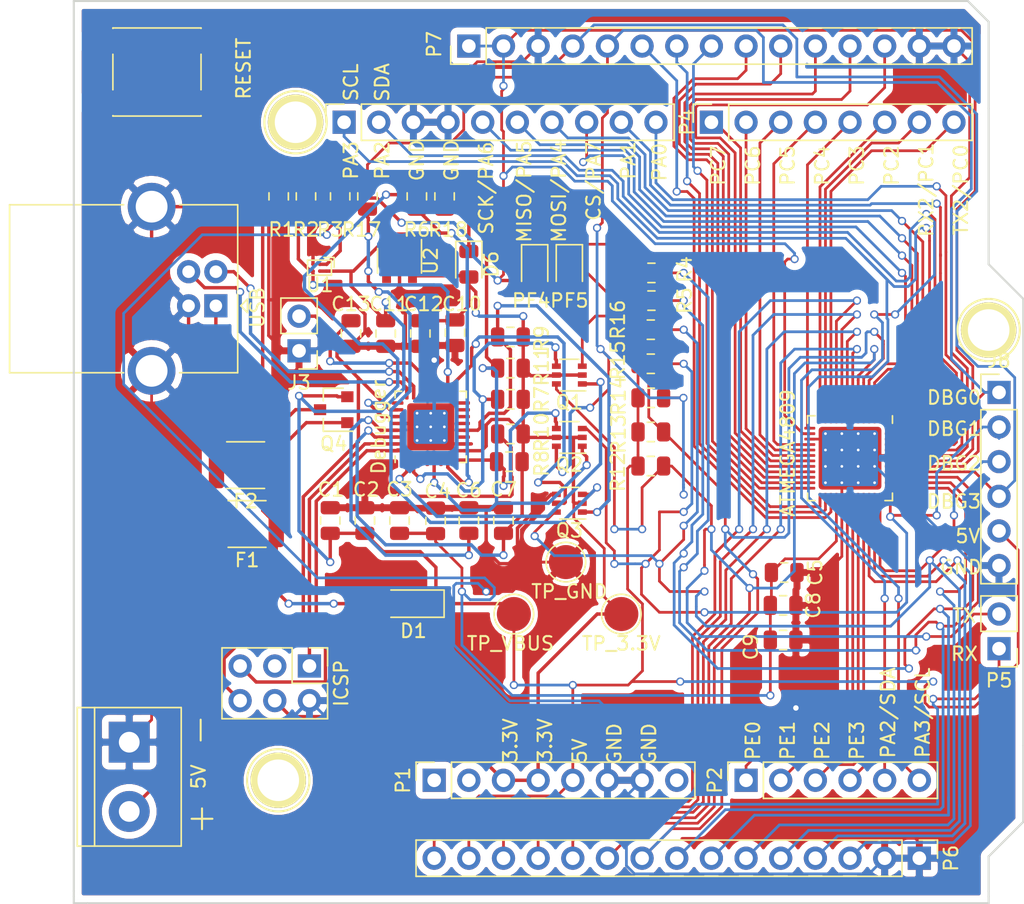
<source format=kicad_pcb>
(kicad_pcb (version 20171130) (host pcbnew "(5.1.2)-2")
  (title_block (date "lun. 30 mars 2015"))
  (layers (0 F.Cu signal) (31 B.Cu signal) (34 B.Paste user) (35 F.Paste user) (36 B.SilkS user) (37 F.SilkS user) (38 B.Mask user) (39 F.Mask user) (44 Edge.Cuts user))
  (net 0 "")
  (net 1 GND)
  (net 2 "Net-(P5-Pad1)")
  (net 3 "Net-(P7-Pad1)")
  (net 4 "Net-(P8-Pad1)")
  (net 5 "Net-(P1-Pad1)")
  (net 6 VBUS)
  (net 7 /VTARG)
  (net 8 "Net-(C6-Pad1)")
  (net 9 G1_1)
  (net 10 /Debugger/DBG_RESET)
  (net 11 "Net-(D1-Pad2)")
  (net 12 "Net-(D4-Pad1)")
  (net 13 "Net-(D5-Pad1)")
  (net 14 "Net-(D6-Pad1)")
  (net 15 "Net-(F1-Pad2)")
  (net 16 "Net-(F2-Pad1)")
  (net 17 "Net-(F2-Pad2)")
  (net 18 /Debugger/D-)
  (net 19 /Debugger/D+)
  (net 20 /Debugger/VOFF)
  (net 21 /Debugger/SWDCLK)
  (net 22 "Net-(J4-Pad3)")
  (net 23 /Debugger/SWDIO)
  (net 24 D1_1)
  (net 25 D2_1)
  (net 26 /Target/PF0)
  (net 27 /Target/PF1)
  (net 28 D1_3)
  (net 29 D2_2)
  (net 30 /Target/PF4)
  (net 31 /Target/PF5)
  (net 32 /Target/PB2)
  (net 33 /Target/PB3)
  (net 34 /Target/PB4)
  (net 35 /Target/PB5)
  (net 36 /Target/PD0)
  (net 37 /Target/PD1)
  (net 38 /Target/PD2)
  (net 39 /Target/PD3)
  (net 40 /Target/PD4)
  (net 41 /Target/PD5)
  (net 42 /Target/PD6)
  (net 43 /Target/PD7)
  (net 44 D1_2)
  (net 45 /Debugger/DBG3)
  (net 46 /Target/PE0)
  (net 47 /Target/PE1)
  (net 48 /Target/PE2)
  (net 49 /Target/PE3)
  (net 50 /Target/PA2)
  (net 51 /Target/PA3)
  (net 52 /Target/PA6)
  (net 53 /Target/PA5)
  (net 54 /Target/PA4)
  (net 55 /Target/PA7)
  (net 56 /Target/PA1)
  (net 57 /Target/PA0)
  (net 58 /Target/PC7)
  (net 59 /Target/PC6)
  (net 60 /Target/PC5)
  (net 61 /Target/PC4)
  (net 62 /Target/PC3)
  (net 63 /Target/PC2)
  (net 64 /Target/PC1)
  (net 65 /Target/PC0)
  (net 66 IN_TX)
  (net 67 IN_RX)
  (net 68 IN_DBG1)
  (net 69 IN_DBG0)
  (net 70 IN_DBG2)
  (net 71 D2_3)
  (net 72 G2_3)
  (net 73 /Debugger/VTG_EN)
  (net 74 "Net-(R6-Pad1)")
  (net 75 "Net-(R18-Pad2)")
  (net 76 "Net-(U2-Pad4)")
  (net 77 "Net-(U4-Pad3)")
  (net 78 "Net-(U4-Pad4)")
  (net 79 "Net-(U4-Pad6)")
  (net 80 "Net-(U4-Pad11)")
  (net 81 "Net-(U4-Pad13)")
  (net 82 "Net-(U4-Pad14)")
  (net 83 "Net-(U4-Pad15)")
  (net 84 "Net-(U4-Pad16)")
  (net 85 "Net-(U4-Pad19)")
  (net 86 "Net-(U4-Pad21)")
  (net 87 "Net-(U4-Pad22)")
  (net 88 /Debugger/PA27)
  (net 89 "Net-(P1-Pad8)")
  (net 90 "Net-(P1-Pad2)")
  (module Connector_PinHeader_2.54mm:PinHeader_1x15_P2.54mm_Vertical (layer F.Cu) (at 171.958 129.54 270)
    (fp_text reference P6 (at 0 -2.33 90) (layer F.SilkS))
    (fp_text value P5)
    (pad 15 thru_hole oval (at 0 35.56 270) (size 1.7 1.7) (drill 1) (layers *.Cu *.Mask) (net 6 VBUS))
    (pad 14 thru_hole oval (at 0 33.02 270) (size 1.7 1.7) (drill 1) (layers *.Cu *.Mask) (net 35 /Target/PB5))
    (pad 13 thru_hole oval (at 0 30.48 270) (size 1.7 1.7) (drill 1) (layers *.Cu *.Mask) (net 34 /Target/PB4))
    (pad 12 thru_hole oval (at 0 27.94 270) (size 1.7 1.7) (drill 1) (layers *.Cu *.Mask) (net 33 /Target/PB3))
    (pad 11 thru_hole oval (at 0 25.4 270) (size 1.7 1.7) (drill 1) (layers *.Cu *.Mask) (net 32 /Target/PB2))
    (pad 10 thru_hole oval (at 0 22.86 270) (size 1.7 1.7) (drill 1) (layers *.Cu *.Mask) (net 24 D1_1))
    (pad 9 thru_hole oval (at 0 20.32 270) (size 1.7 1.7) (drill 1) (layers *.Cu *.Mask) (net 25 D2_1))
    (pad 8 thru_hole oval (at 0 17.78 270) (size 1.7 1.7) (drill 1) (layers *.Cu *.Mask) (net 31 /Target/PF5))
    (pad 7 thru_hole oval (at 0 15.24 270) (size 1.7 1.7) (drill 1) (layers *.Cu *.Mask) (net 30 /Target/PF4))
    (pad 6 thru_hole oval (at 0 12.7 270) (size 1.7 1.7) (drill 1) (layers *.Cu *.Mask) (net 29 D2_2))
    (pad 5 thru_hole oval (at 0 10.16 270) (size 1.7 1.7) (drill 1) (layers *.Cu *.Mask) (net 28 D1_3))
    (pad 4 thru_hole oval (at 0 7.62 270) (size 1.7 1.7) (drill 1) (layers *.Cu *.Mask) (net 27 /Target/PF1))
    (pad 3 thru_hole oval (at 0 5.08 270) (size 1.7 1.7) (drill 1) (layers *.Cu *.Mask) (net 26 /Target/PF0))
    (pad 2 thru_hole oval (at 0 2.54 270) (size 1.7 1.7) (drill 1) (layers *.Cu *.Mask) (net 1 GND))
    (pad 1 thru_hole rect (at 0 0 270) (size 1.7 1.7) (drill 1) (layers *.Cu *.Mask) (net 1 GND))
  )
  (module Connector_PinHeader_2.54mm:PinHeader_2x03_P2.54mm_Vertical (layer F.Cu) (at 127.254 115.443 270)
    (fp_text reference ICSP (at 1.27 -2.33 90) (layer F.SilkS))
    (fp_text value CONN_SWD)
    (pad 6 thru_hole oval (at 2.54 5.08 270) (size 1.7 1.7) (drill 1) (layers *.Cu *.Mask) (net 10 /Debugger/DBG_RESET))
    (pad 5 thru_hole oval (at 0 5.08 270) (size 1.7 1.7) (drill 1) (layers *.Cu *.Mask) (net 23 /Debugger/SWDIO))
    (pad 4 thru_hole oval (at 2.54 2.54 270) (size 1.7 1.7) (drill 1) (layers *.Cu *.Mask) (net 9 G1_1))
    (pad 3 thru_hole oval (at 0 2.54 270) (size 1.7 1.7) (drill 1) (layers *.Cu *.Mask) (net 22 "Net-(J4-Pad3)"))
    (pad 2 thru_hole oval (at 2.54 0 270) (size 1.7 1.7) (drill 1) (layers *.Cu *.Mask) (net 1 GND))
    (pad 1 thru_hole rect (at 0 0 270) (size 1.7 1.7) (drill 1) (layers *.Cu *.Mask) (net 21 /Debugger/SWDCLK))
  )
  (module Connector_PinSocket_2.54mm:PinSocket_1x08_P2.54mm_Vertical (layer F.Cu) (at 156.718 75.565 90)
    (fp_text reference P4 (at 0 -1.778 90) (layer F.SilkS))
    (fp_text value Digital)
    (pad 8 thru_hole oval (at 0 17.78 90) (size 1.7 1.7) (drill 1) (layers *.Cu *.Mask) (net 65 /Target/PC0))
    (pad 7 thru_hole oval (at 0 15.24 90) (size 1.7 1.7) (drill 1) (layers *.Cu *.Mask) (net 64 /Target/PC1))
    (pad 6 thru_hole oval (at 0 12.7 90) (size 1.7 1.7) (drill 1) (layers *.Cu *.Mask) (net 63 /Target/PC2))
    (pad 5 thru_hole oval (at 0 10.16 90) (size 1.7 1.7) (drill 1) (layers *.Cu *.Mask) (net 62 /Target/PC3))
    (pad 4 thru_hole oval (at 0 7.62 90) (size 1.7 1.7) (drill 1) (layers *.Cu *.Mask) (net 61 /Target/PC4))
    (pad 3 thru_hole oval (at 0 5.08 90) (size 1.7 1.7) (drill 1) (layers *.Cu *.Mask) (net 60 /Target/PC5))
    (pad 2 thru_hole oval (at 0 2.54 90) (size 1.7 1.7) (drill 1) (layers *.Cu *.Mask) (net 59 /Target/PC6))
    (pad 1 thru_hole rect (at 0 0 90) (size 1.7 1.7) (drill 1) (layers *.Cu *.Mask) (net 58 /Target/PC7))
  )
  (module Connector_PinSocket_2.54mm:PinSocket_1x10_P2.54mm_Vertical (layer F.Cu) (at 129.794 75.565 90)
    (fp_text reference P3 (at 0 -2.77 90) (layer F.SilkS))
    (fp_text value Digital)
    (pad 10 thru_hole oval (at 0 22.86 90) (size 1.7 1.7) (drill 1) (layers *.Cu *.Mask) (net 57 /Target/PA0))
    (pad 9 thru_hole oval (at 0 20.32 90) (size 1.7 1.7) (drill 1) (layers *.Cu *.Mask) (net 56 /Target/PA1))
    (pad 8 thru_hole oval (at 0 17.78 90) (size 1.7 1.7) (drill 1) (layers *.Cu *.Mask) (net 55 /Target/PA7))
    (pad 7 thru_hole oval (at 0 15.24 90) (size 1.7 1.7) (drill 1) (layers *.Cu *.Mask) (net 54 /Target/PA4))
    (pad 6 thru_hole oval (at 0 12.7 90) (size 1.7 1.7) (drill 1) (layers *.Cu *.Mask) (net 53 /Target/PA5))
    (pad 5 thru_hole oval (at 0 10.16 90) (size 1.7 1.7) (drill 1) (layers *.Cu *.Mask) (net 52 /Target/PA6))
    (pad 4 thru_hole oval (at 0 7.62 90) (size 1.7 1.7) (drill 1) (layers *.Cu *.Mask) (net 1 GND))
    (pad 3 thru_hole oval (at 0 5.08 90) (size 1.7 1.7) (drill 1) (layers *.Cu *.Mask) (net 1 GND))
    (pad 2 thru_hole oval (at 0 2.54 90) (size 1.7 1.7) (drill 1) (layers *.Cu *.Mask) (net 50 /Target/PA2))
    (pad 1 thru_hole rect (at 0 0 90) (size 1.7 1.7) (drill 1) (layers *.Cu *.Mask) (net 51 /Target/PA3))
  )
  (module Connector_PinSocket_2.54mm:PinSocket_1x06_P2.54mm_Vertical (layer F.Cu) (at 159.258 123.825 90)
    (fp_text reference P2 (at 0 -2.286 90) (layer F.SilkS))
    (fp_text value Analog)
    (pad 6 thru_hole oval (at 0 12.7 90) (size 1.7 1.7) (drill 1) (layers *.Cu *.Mask) (net 51 /Target/PA3))
    (pad 5 thru_hole oval (at 0 10.16 90) (size 1.7 1.7) (drill 1) (layers *.Cu *.Mask) (net 50 /Target/PA2))
    (pad 4 thru_hole oval (at 0 7.62 90) (size 1.7 1.7) (drill 1) (layers *.Cu *.Mask) (net 49 /Target/PE3))
    (pad 3 thru_hole oval (at 0 5.08 90) (size 1.7 1.7) (drill 1) (layers *.Cu *.Mask) (net 48 /Target/PE2))
    (pad 2 thru_hole oval (at 0 2.54 90) (size 1.7 1.7) (drill 1) (layers *.Cu *.Mask) (net 47 /Target/PE1))
    (pad 1 thru_hole rect (at 0 0 90) (size 1.7 1.7) (drill 1) (layers *.Cu *.Mask) (net 46 /Target/PE0))
  )
  (module Connector_PinSocket_2.54mm:PinSocket_1x08_P2.54mm_Vertical (layer F.Cu) (at 136.398 123.825 90)
    (fp_text reference P1 (at 0 -2.286 90) (layer F.SilkS))
    (fp_text value Power)
    (pad 8 thru_hole oval (at 0 17.78 90) (size 1.7 1.7) (drill 1) (layers *.Cu *.Mask) (net 89 "Net-(P1-Pad8)"))
    (pad 7 thru_hole oval (at 0 15.24 90) (size 1.7 1.7) (drill 1) (layers *.Cu *.Mask) (net 1 GND))
    (pad 6 thru_hole oval (at 0 12.7 90) (size 1.7 1.7) (drill 1) (layers *.Cu *.Mask) (net 1 GND))
    (pad 5 thru_hole oval (at 0 10.16 90) (size 1.7 1.7) (drill 1) (layers *.Cu *.Mask) (net 6 VBUS))
    (pad 4 thru_hole oval (at 0 7.62 90) (size 1.7 1.7) (drill 1) (layers *.Cu *.Mask) (net 9 G1_1))
    (pad 3 thru_hole oval (at 0 5.08 90) (size 1.7 1.7) (drill 1) (layers *.Cu *.Mask) (net 9 G1_1))
    (pad 2 thru_hole oval (at 0 2.54 90) (size 1.7 1.7) (drill 1) (layers *.Cu *.Mask) (net 90 "Net-(P1-Pad2)"))
    (pad 1 thru_hole rect (at 0 0 90) (size 1.7 1.7) (drill 1) (layers *.Cu *.Mask) (net 5 "Net-(P1-Pad1)"))
  )
  (module Package_DFN_QFN:QFN-48-1EP_6x6mm_P0.4mm_EP4.6x4.6mm_ThermalVias (layer F.Cu) (at 166.878 100.203 270)
    (fp_text reference ATMEGA4809 (at -0.381 4.572 90) (layer F.SilkS))
    (fp_text value ATMEGA4809)
    (pad 48 smd roundrect (at -2.2 -2.95 270) (size 0.2 0.8) (layers F.Cu F.Paste F.Mask) (net 54 /Target/PA4))
    (pad 47 smd roundrect (at -1.8 -2.95 270) (size 0.2 0.8) (layers F.Cu F.Paste F.Mask) (net 51 /Target/PA3))
    (pad 46 smd roundrect (at -1.4 -2.95 270) (size 0.2 0.8) (layers F.Cu F.Paste F.Mask) (net 50 /Target/PA2))
    (pad 45 smd roundrect (at -1 -2.95 270) (size 0.2 0.8) (layers F.Cu F.Paste F.Mask) (net 56 /Target/PA1))
    (pad 44 smd roundrect (at -0.6 -2.95 270) (size 0.2 0.8) (layers F.Cu F.Paste F.Mask) (net 57 /Target/PA0))
    (pad 43 smd roundrect (at -0.2 -2.95 270) (size 0.2 0.8) (layers F.Cu F.Paste F.Mask) (net 1 GND))
    (pad 42 smd roundrect (at 0.2 -2.95 270) (size 0.2 0.8) (layers F.Cu F.Paste F.Mask) (net 7 /VTARG))
    (pad 41 smd roundrect (at 0.6 -2.95 270) (size 0.2 0.8) (layers F.Cu F.Paste F.Mask) (net 44 D1_2))
    (pad 40 smd roundrect (at 1 -2.95 270) (size 0.2 0.8) (layers F.Cu F.Paste F.Mask) (net 45 /Debugger/DBG3))
    (pad 39 smd roundrect (at 1.4 -2.95 270) (size 0.2 0.8) (layers F.Cu F.Paste F.Mask) (net 31 /Target/PF5))
    (pad 38 smd roundrect (at 1.8 -2.95 270) (size 0.2 0.8) (layers F.Cu F.Paste F.Mask) (net 30 /Target/PF4))
    (pad 37 smd roundrect (at 2.2 -2.95 270) (size 0.2 0.8) (layers F.Cu F.Paste F.Mask) (net 29 D2_2))
    (pad 36 smd roundrect (at 2.95 -2.2 270) (size 0.8 0.2) (layers F.Cu F.Paste F.Mask) (net 28 D1_3))
    (pad 35 smd roundrect (at 2.95 -1.8 270) (size 0.8 0.2) (layers F.Cu F.Paste F.Mask) (net 27 /Target/PF1))
    (pad 34 smd roundrect (at 2.95 -1.4 270) (size 0.8 0.2) (layers F.Cu F.Paste F.Mask) (net 26 /Target/PF0))
    (pad 33 smd roundrect (at 2.95 -1 270) (size 0.8 0.2) (layers F.Cu F.Paste F.Mask) (net 49 /Target/PE3))
    (pad 32 smd roundrect (at 2.95 -0.6 270) (size 0.8 0.2) (layers F.Cu F.Paste F.Mask) (net 48 /Target/PE2))
    (pad 31 smd roundrect (at 2.95 -0.2 270) (size 0.8 0.2) (layers F.Cu F.Paste F.Mask) (net 47 /Target/PE1))
    (pad 30 smd roundrect (at 2.95 0.2 270) (size 0.8 0.2) (layers F.Cu F.Paste F.Mask) (net 46 /Target/PE0))
    (pad 29 smd roundrect (at 2.95 0.6 270) (size 0.8 0.2) (layers F.Cu F.Paste F.Mask) (net 1 GND))
    (pad 28 smd roundrect (at 2.95 1 270) (size 0.8 0.2) (layers F.Cu F.Paste F.Mask) (net 7 /VTARG))
    (pad 27 smd roundrect (at 2.95 1.4 270) (size 0.8 0.2) (layers F.Cu F.Paste F.Mask) (net 43 /Target/PD7))
    (pad 26 smd roundrect (at 2.95 1.8 270) (size 0.8 0.2) (layers F.Cu F.Paste F.Mask) (net 42 /Target/PD6))
    (pad 25 smd roundrect (at 2.95 2.2 270) (size 0.8 0.2) (layers F.Cu F.Paste F.Mask) (net 41 /Target/PD5))
    (pad 24 smd roundrect (at 2.2 2.95 270) (size 0.2 0.8) (layers F.Cu F.Paste F.Mask) (net 40 /Target/PD4))
    (pad 23 smd roundrect (at 1.8 2.95 270) (size 0.2 0.8) (layers F.Cu F.Paste F.Mask) (net 39 /Target/PD3))
    (pad 22 smd roundrect (at 1.4 2.95 270) (size 0.2 0.8) (layers F.Cu F.Paste F.Mask) (net 38 /Target/PD2))
    (pad 21 smd roundrect (at 1 2.95 270) (size 0.2 0.8) (layers F.Cu F.Paste F.Mask) (net 37 /Target/PD1))
    (pad 20 smd roundrect (at 0.6 2.95 270) (size 0.2 0.8) (layers F.Cu F.Paste F.Mask) (net 36 /Target/PD0))
    (pad 19 smd roundrect (at 0.2 2.95 270) (size 0.2 0.8) (layers F.Cu F.Paste F.Mask) (net 58 /Target/PC7))
    (pad 18 smd roundrect (at -0.2 2.95 270) (size 0.2 0.8) (layers F.Cu F.Paste F.Mask) (net 59 /Target/PC6))
    (pad 17 smd roundrect (at -0.6 2.95 270) (size 0.2 0.8) (layers F.Cu F.Paste F.Mask) (net 60 /Target/PC5))
    (pad 16 smd roundrect (at -1 2.95 270) (size 0.2 0.8) (layers F.Cu F.Paste F.Mask) (net 61 /Target/PC4))
    (pad 15 smd roundrect (at -1.4 2.95 270) (size 0.2 0.8) (layers F.Cu F.Paste F.Mask) (net 1 GND))
    (pad 14 smd roundrect (at -1.8 2.95 270) (size 0.2 0.8) (layers F.Cu F.Paste F.Mask) (net 7 /VTARG))
    (pad 13 smd roundrect (at -2.2 2.95 270) (size 0.2 0.8) (layers F.Cu F.Paste F.Mask) (net 62 /Target/PC3))
    (pad 12 smd roundrect (at -2.95 2.2 270) (size 0.8 0.2) (layers F.Cu F.Paste F.Mask) (net 63 /Target/PC2))
    (pad 11 smd roundrect (at -2.95 1.8 270) (size 0.8 0.2) (layers F.Cu F.Paste F.Mask) (net 64 /Target/PC1))
    (pad 10 smd roundrect (at -2.95 1.4 270) (size 0.8 0.2) (layers F.Cu F.Paste F.Mask) (net 65 /Target/PC0))
    (pad 9 smd roundrect (at -2.95 1 270) (size 0.8 0.2) (layers F.Cu F.Paste F.Mask) (net 35 /Target/PB5))
    (pad 8 smd roundrect (at -2.95 0.6 270) (size 0.8 0.2) (layers F.Cu F.Paste F.Mask) (net 34 /Target/PB4))
    (pad 7 smd roundrect (at -2.95 0.2 270) (size 0.8 0.2) (layers F.Cu F.Paste F.Mask) (net 33 /Target/PB3))
    (pad 6 smd roundrect (at -2.95 -0.2 270) (size 0.8 0.2) (layers F.Cu F.Paste F.Mask) (net 32 /Target/PB2))
    (pad 5 smd roundrect (at -2.95 -0.6 270) (size 0.8 0.2) (layers F.Cu F.Paste F.Mask) (net 24 D1_1))
    (pad 4 smd roundrect (at -2.95 -1 270) (size 0.8 0.2) (layers F.Cu F.Paste F.Mask) (net 25 D2_1))
    (pad 3 smd roundrect (at -2.95 -1.4 270) (size 0.8 0.2) (layers F.Cu F.Paste F.Mask) (net 55 /Target/PA7))
    (pad 2 smd roundrect (at -2.95 -1.8 270) (size 0.8 0.2) (layers F.Cu F.Paste F.Mask) (net 52 /Target/PA6))
    (pad 1 smd roundrect (at -2.95 -2.2 270) (size 0.8 0.2) (layers F.Cu F.Paste F.Mask) (net 53 /Target/PA5))
    (pad 49 smd roundrect (at 0 0 270) (size 4.1 4.1) (layers B.Cu) (roundrect_rratio 0.060976) (net 1 GND))
    (pad 49 thru_hole circle (at 1.8 1.8 270) (size 0.5 0.5) (drill 0.2) (layers *.Cu) (net 1 GND))
    (pad 49 thru_hole circle (at 0.6 1.8 270) (size 0.5 0.5) (drill 0.2) (layers *.Cu) (net 1 GND))
    (pad 49 thru_hole circle (at -0.6 1.8 270) (size 0.5 0.5) (drill 0.2) (layers *.Cu) (net 1 GND))
    (pad 49 thru_hole circle (at -1.8 1.8 270) (size 0.5 0.5) (drill 0.2) (layers *.Cu) (net 1 GND))
    (pad 49 thru_hole circle (at 1.8 0.6 270) (size 0.5 0.5) (drill 0.2) (layers *.Cu) (net 1 GND))
    (pad 49 thru_hole circle (at 0.6 0.6 270) (size 0.5 0.5) (drill 0.2) (layers *.Cu) (net 1 GND))
    (pad 49 thru_hole circle (at -0.6 0.6 270) (size 0.5 0.5) (drill 0.2) (layers *.Cu) (net 1 GND))
    (pad 49 thru_hole circle (at -1.8 0.6 270) (size 0.5 0.5) (drill 0.2) (layers *.Cu) (net 1 GND))
    (pad 49 thru_hole circle (at 1.8 -0.6 270) (size 0.5 0.5) (drill 0.2) (layers *.Cu) (net 1 GND))
    (pad 49 thru_hole circle (at 0.6 -0.6 270) (size 0.5 0.5) (drill 0.2) (layers *.Cu) (net 1 GND))
    (pad 49 thru_hole circle (at -0.6 -0.6 270) (size 0.5 0.5) (drill 0.2) (layers *.Cu) (net 1 GND))
    (pad 49 thru_hole circle (at -1.8 -0.6 270) (size 0.5 0.5) (drill 0.2) (layers *.Cu) (net 1 GND))
    (pad 49 thru_hole circle (at 1.8 -1.8 270) (size 0.5 0.5) (drill 0.2) (layers *.Cu) (net 1 GND))
    (pad 49 thru_hole circle (at 0.6 -1.8 270) (size 0.5 0.5) (drill 0.2) (layers *.Cu) (net 1 GND))
    (pad 49 thru_hole circle (at -0.6 -1.8 270) (size 0.5 0.5) (drill 0.2) (layers *.Cu) (net 1 GND))
    (pad 49 thru_hole circle (at -1.8 -1.8 270) (size 0.5 0.5) (drill 0.2) (layers *.Cu) (net 1 GND))
    (pad 49 smd roundrect (at 0 0 270) (size 4.6 4.6) (layers F.Cu F.Mask) (roundrect_rratio 0.054348) (net 1 GND))
  )
  (module Package_DFN_QFN:QFN-32-1EP_5x5mm_P0.5mm_EP3.45x3.45mm_ThermalVias (layer F.Cu) (at 136.144 97.905 90)
    (fp_text reference Debugger (at 0 -3.82 90) (layer F.SilkS))
    (fp_text value ATsamD21E18A)
    (pad 32 smd roundrect (at -1.75 -2.4375 90) (size 0.25 0.875) (layers F.Cu F.Paste F.Mask) (net 23 /Debugger/SWDIO))
    (pad 31 smd roundrect (at -1.25 -2.4375 90) (size 0.25 0.875) (layers F.Cu F.Paste F.Mask) (net 21 /Debugger/SWDCLK))
    (pad 30 smd roundrect (at -0.75 -2.4375 90) (size 0.25 0.875) (layers F.Cu F.Paste F.Mask) (net 9 G1_1))
    (pad 29 smd roundrect (at -0.25 -2.4375 90) (size 0.25 0.875) (layers F.Cu F.Paste F.Mask) (net 8 "Net-(C6-Pad1)"))
    (pad 28 smd roundrect (at 0.25 -2.4375 90) (size 0.25 0.875) (layers F.Cu F.Paste F.Mask) (net 1 GND))
    (pad 27 smd roundrect (at 0.75 -2.4375 90) (size 0.25 0.875) (layers F.Cu F.Paste F.Mask) (net 75 "Net-(R18-Pad2)"))
    (pad 26 smd roundrect (at 1.25 -2.4375 90) (size 0.25 0.875) (layers F.Cu F.Paste F.Mask) (net 10 /Debugger/DBG_RESET))
    (pad 25 smd roundrect (at 1.75 -2.4375 90) (size 0.25 0.875) (layers F.Cu F.Paste F.Mask) (net 88 /Debugger/PA27))
    (pad 24 smd roundrect (at 2.4375 -1.75 90) (size 0.875 0.25) (layers F.Cu F.Paste F.Mask) (net 19 /Debugger/D+))
    (pad 23 smd roundrect (at 2.4375 -1.25 90) (size 0.875 0.25) (layers F.Cu F.Paste F.Mask) (net 18 /Debugger/D-))
    (pad 22 smd roundrect (at 2.4375 -0.75 90) (size 0.875 0.25) (layers F.Cu F.Paste F.Mask) (net 87 "Net-(U4-Pad22)"))
    (pad 21 smd roundrect (at 2.4375 -0.25 90) (size 0.875 0.25) (layers F.Cu F.Paste F.Mask) (net 86 "Net-(U4-Pad21)"))
    (pad 20 smd roundrect (at 2.4375 0.25 90) (size 0.875 0.25) (layers F.Cu F.Paste F.Mask) (net 20 /Debugger/VOFF))
    (pad 19 smd roundrect (at 2.4375 0.75 90) (size 0.875 0.25) (layers F.Cu F.Paste F.Mask) (net 85 "Net-(U4-Pad19)"))
    (pad 18 smd roundrect (at 2.4375 1.25 90) (size 0.875 0.25) (layers F.Cu F.Paste F.Mask) (net 73 /Debugger/VTG_EN))
    (pad 17 smd roundrect (at 2.4375 1.75 90) (size 0.875 0.25) (layers F.Cu F.Paste F.Mask) (net 72 G2_3))
    (pad 16 smd roundrect (at 1.75 2.4375 90) (size 0.25 0.875) (layers F.Cu F.Paste F.Mask) (net 84 "Net-(U4-Pad16)"))
    (pad 15 smd roundrect (at 1.25 2.4375 90) (size 0.25 0.875) (layers F.Cu F.Paste F.Mask) (net 83 "Net-(U4-Pad15)"))
    (pad 14 smd roundrect (at 0.75 2.4375 90) (size 0.25 0.875) (layers F.Cu F.Paste F.Mask) (net 82 "Net-(U4-Pad14)"))
    (pad 13 smd roundrect (at 0.25 2.4375 90) (size 0.25 0.875) (layers F.Cu F.Paste F.Mask) (net 81 "Net-(U4-Pad13)"))
    (pad 12 smd roundrect (at -0.25 2.4375 90) (size 0.25 0.875) (layers F.Cu F.Paste F.Mask) (net 70 IN_DBG2))
    (pad 11 smd roundrect (at -0.75 2.4375 90) (size 0.25 0.875) (layers F.Cu F.Paste F.Mask) (net 80 "Net-(U4-Pad11)"))
    (pad 10 smd roundrect (at -1.25 2.4375 90) (size 0.25 0.875) (layers F.Cu F.Paste F.Mask) (net 1 GND))
    (pad 9 smd roundrect (at -1.75 2.4375 90) (size 0.25 0.875) (layers F.Cu F.Paste F.Mask) (net 9 G1_1))
    (pad 8 smd roundrect (at -2.4375 1.75 90) (size 0.875 0.25) (layers F.Cu F.Paste F.Mask) (net 68 IN_DBG1))
    (pad 7 smd roundrect (at -2.4375 1.25 90) (size 0.875 0.25) (layers F.Cu F.Paste F.Mask) (net 74 "Net-(R6-Pad1)"))
    (pad 6 smd roundrect (at -2.4375 0.75 90) (size 0.875 0.25) (layers F.Cu F.Paste F.Mask) (net 79 "Net-(U4-Pad6)"))
    (pad 5 smd roundrect (at -2.4375 0.25 90) (size 0.875 0.25) (layers F.Cu F.Paste F.Mask) (net 69 IN_DBG0))
    (pad 4 smd roundrect (at -2.4375 -0.25 90) (size 0.875 0.25) (layers F.Cu F.Paste F.Mask) (net 78 "Net-(U4-Pad4)"))
    (pad 3 smd roundrect (at -2.4375 -0.75 90) (size 0.875 0.25) (layers F.Cu F.Paste F.Mask) (net 77 "Net-(U4-Pad3)"))
    (pad 2 smd roundrect (at -2.4375 -1.25 90) (size 0.875 0.25) (layers F.Cu F.Paste F.Mask) (net 67 IN_RX))
    (pad 1 smd roundrect (at -2.4375 -1.75 90) (size 0.875 0.25) (layers F.Cu F.Paste F.Mask) (net 66 IN_TX))
    (pad 33 smd roundrect (at 0 0 90) (size 2.5 2.5) (layers B.Cu) (roundrect_rratio 0.1) (net 1 GND))
    (pad 33 thru_hole circle (at 1 1 90) (size 0.5 0.5) (drill 0.2) (layers *.Cu) (net 1 GND))
    (pad 33 thru_hole circle (at 0 1 90) (size 0.5 0.5) (drill 0.2) (layers *.Cu) (net 1 GND))
    (pad 33 thru_hole circle (at -1 1 90) (size 0.5 0.5) (drill 0.2) (layers *.Cu) (net 1 GND))
    (pad 33 thru_hole circle (at 1 0 90) (size 0.5 0.5) (drill 0.2) (layers *.Cu) (net 1 GND))
    (pad 33 thru_hole circle (at 0 0 90) (size 0.5 0.5) (drill 0.2) (layers *.Cu) (net 1 GND))
    (pad 33 thru_hole circle (at -1 0 90) (size 0.5 0.5) (drill 0.2) (layers *.Cu) (net 1 GND))
    (pad 33 thru_hole circle (at 1 -1 90) (size 0.5 0.5) (drill 0.2) (layers *.Cu) (net 1 GND))
    (pad 33 thru_hole circle (at 0 -1 90) (size 0.5 0.5) (drill 0.2) (layers *.Cu) (net 1 GND))
    (pad 33 thru_hole circle (at -1 -1 90) (size 0.5 0.5) (drill 0.2) (layers *.Cu) (net 1 GND))
    (pad 33 smd roundrect (at 0 0 90) (size 3.45 3.45) (layers F.Cu F.Mask) (roundrect_rratio 0.072464) (net 1 GND))
  )
  (module Package_TO_SOT_SMD:SOT-23-5 (layer F.Cu) (at 133.858 85.725 270)
    (fp_text reference U2 (at 0 -2.286 270) (layer F.SilkS))
    (fp_text value AP2127K-3.3)
    (pad 5 smd rect (at 1.1 -0.95 270) (size 1.06 0.65) (layers F.Cu F.Paste F.Mask) (net 9 G1_1))
    (pad 4 smd rect (at 1.1 0.95 270) (size 1.06 0.65) (layers F.Cu F.Paste F.Mask) (net 76 "Net-(U2-Pad4)"))
    (pad 3 smd rect (at -1.1 0.95 270) (size 1.06 0.65) (layers F.Cu F.Paste F.Mask) (net 6 VBUS))
    (pad 2 smd rect (at -1.1 0 270) (size 1.06 0.65) (layers F.Cu F.Paste F.Mask) (net 1 GND))
    (pad 1 smd rect (at -1.1 -0.95 270) (size 1.06 0.65) (layers F.Cu F.Paste F.Mask) (net 6 VBUS))
  )
  (module Package_BGA:Texas_DSBGA-6_0.9x1.4mm_Layout2x3_P0.5mm (layer F.Cu) (at 128.016 86.233 270)
    (fp_text reference U1 (at 1.27 0 180) (layer F.SilkS))
    (fp_text value MIC94163YCS)
    (pad B2 smd circle (at 0.25 0 270) (size 0.265 0.265) (layers F.Cu F.Mask) (net 6 VBUS))
    (pad B1 smd circle (at -0.25 0 270) (size 0.265 0.265) (layers F.Cu F.Mask) (net 7 /VTARG))
    (pad A1 smd circle (at -0.25 -0.5 270) (size 0.265 0.265) (layers F.Cu F.Mask) (net 7 /VTARG))
    (pad A2 smd circle (at 0.25 -0.5 270) (size 0.265 0.265) (layers F.Cu F.Mask) (net 6 VBUS))
    (pad C2 smd circle (at 0.25 0.5 270) (size 0.265 0.265) (layers F.Cu F.Mask) (net 73 /Debugger/VTG_EN))
    (pad C1 smd circle (at -0.25 0.5 270) (size 0.265 0.265) (layers F.Cu F.Mask) (net 1 GND))
  )
  (module TestPoint:TestPoint_Pad_D2.5mm (layer F.Cu) (at 150.114 111.633)
    (fp_text reference TP_3.3V (at 0 2.159) (layer F.SilkS))
    (fp_text value 3.3V)
    (pad 1 smd circle (at 0 0) (size 2.5 2.5) (layers F.Cu F.Mask) (net 9 G1_1))
  )
  (module TestPoint:TestPoint_Pad_D2.5mm (layer F.Cu) (at 146.05 107.823)
    (fp_text reference TP_GND (at 0.254 2.159) (layer F.SilkS))
    (fp_text value GND)
    (pad 1 smd circle (at 0 0) (size 2.5 2.5) (layers F.Cu F.Mask) (net 1 GND))
  )
  (module TestPoint:TestPoint_Pad_D2.5mm (layer F.Cu) (at 142.24 111.633)
    (fp_text reference TP_VBUS (at -0.254 2.159) (layer F.SilkS))
    (fp_text value VBUS)
    (pad 1 smd circle (at 0 0) (size 2.5 2.5) (layers F.Cu F.Mask) (net 6 VBUS))
  )
  (module Button_Switch_SMD:SW_SPST_PTS645 (layer F.Cu) (at 116.078 71.882)
    (fp_text reference RESET (at 6.35 -0.254 90) (layer F.SilkS))
    (fp_text value BTN)
    (pad 2 smd rect (at 3.98 2.25) (size 1.55 1.3) (layers F.Cu F.Paste F.Mask) (net 45 /Debugger/DBG3))
    (pad 1 smd rect (at 3.98 -2.25) (size 1.55 1.3) (layers F.Cu F.Paste F.Mask) (net 1 GND))
    (pad 1 smd rect (at -3.98 -2.25) (size 1.55 1.3) (layers F.Cu F.Paste F.Mask) (net 1 GND))
    (pad 2 smd rect (at -3.98 2.25) (size 1.55 1.3) (layers F.Cu F.Paste F.Mask) (net 45 /Debugger/DBG3))
  )
  (module Resistor_SMD:R_0805_2012Metric (layer F.Cu) (at 137.16 81 90)
    (fp_text reference R18 (at -2.439 0.254 180) (layer F.SilkS))
    (fp_text value 1K)
    (pad 2 smd roundrect (at 0.9375 0 90) (size 0.975 1.4) (layers F.Cu F.Paste F.Mask) (net 75 "Net-(R18-Pad2)"))
    (pad 1 smd roundrect (at -0.9375 0 90) (size 0.975 1.4) (layers F.Cu F.Paste F.Mask) (net 14 "Net-(D6-Pad1)"))
  )
  (module Resistor_SMD:R_0805_2012Metric (layer F.Cu) (at 131.508 81 270)
    (fp_text reference R17 (at 2.439 0.444) (layer F.SilkS))
    (fp_text value 1K)
    (pad 2 smd roundrect (at 0.9375 0 270) (size 0.975 1.4) (layers F.Cu F.Paste F.Mask) (net 71 D2_3))
    (pad 1 smd roundrect (at -0.9375 0 270) (size 0.975 1.4) (layers F.Cu F.Paste F.Mask) (net 45 /Debugger/DBG3))
  )
  (module Resistor_SMD:R_0805_2012Metric (layer F.Cu) (at 152.276 90.778)
    (fp_text reference R16 (at -2.416 -0.735 270) (layer F.SilkS))
    (fp_text value 10K)
    (pad 2 smd roundrect (at 0.9375 0) (size 0.975 1.4) (layers F.Cu F.Paste F.Mask) (net 28 D1_3))
    (pad 1 smd roundrect (at -0.9375 0) (size 0.975 1.4) (layers F.Cu F.Paste F.Mask) (net 6 VBUS))
  )
  (module Resistor_SMD:R_0805_2012Metric (layer F.Cu) (at 152.276 93.278)
    (fp_text reference R15 (at -2.416 -0.254 270) (layer F.SilkS))
    (fp_text value 10K)
    (pad 2 smd roundrect (at 0.9375 0) (size 0.975 1.4) (layers F.Cu F.Paste F.Mask) (net 29 D2_2))
    (pad 1 smd roundrect (at -0.9375 0) (size 0.975 1.4) (layers F.Cu F.Paste F.Mask) (net 6 VBUS))
  )
  (module Resistor_SMD:R_0805_2012Metric (layer F.Cu) (at 152.276 95.778)
    (fp_text reference R14 (at -2.3645 -0.147 270) (layer F.SilkS))
    (fp_text value 10K)
    (pad 2 smd roundrect (at 0.9375 0) (size 0.975 1.4) (layers F.Cu F.Paste F.Mask) (net 44 D1_2))
    (pad 1 smd roundrect (at -0.9375 0) (size 0.975 1.4) (layers F.Cu F.Paste F.Mask) (net 6 VBUS))
  )
  (module Resistor_SMD:R_0805_2012Metric (layer F.Cu) (at 152.276 98.278)
    (fp_text reference R13 (at -2.3645 0.147 270) (layer F.SilkS))
    (fp_text value 10K)
    (pad 2 smd roundrect (at 0.9375 0) (size 0.975 1.4) (layers F.Cu F.Paste F.Mask) (net 25 D2_1))
    (pad 1 smd roundrect (at -0.9375 0) (size 0.975 1.4) (layers F.Cu F.Paste F.Mask) (net 6 VBUS))
  )
  (module Resistor_SMD:R_0805_2012Metric (layer F.Cu) (at 152.276 100.778)
    (fp_text reference R12 (at -2.416 0.441 90) (layer F.SilkS))
    (fp_text value 10K)
    (pad 2 smd roundrect (at 0.9375 0) (size 0.975 1.4) (layers F.Cu F.Paste F.Mask) (net 24 D1_1))
    (pad 1 smd roundrect (at -0.9375 0) (size 0.975 1.4) (layers F.Cu F.Paste F.Mask) (net 6 VBUS))
  )
  (module Resistor_SMD:R_0805_2012Metric (layer F.Cu) (at 141.986 93.599)
    (fp_text reference R11 (at 2.286 -0.127 90) (layer F.SilkS))
    (fp_text value 10K)
    (pad 2 smd roundrect (at 0.9375 0) (size 0.975 1.4) (layers F.Cu F.Paste F.Mask) (net 9 G1_1))
    (pad 1 smd roundrect (at -0.9375 0) (size 0.975 1.4) (layers F.Cu F.Paste F.Mask) (net 69 IN_DBG0))
  )
  (module Resistor_SMD:R_0805_2012Metric (layer F.Cu) (at 141.986 98.425)
    (fp_text reference R10 (at 2.286 -0.127 270) (layer F.SilkS))
    (fp_text value 10K)
    (pad 2 smd roundrect (at 0.9375 0) (size 0.975 1.4) (layers F.Cu F.Paste F.Mask) (net 9 G1_1))
    (pad 1 smd roundrect (at -0.9375 0) (size 0.975 1.4) (layers F.Cu F.Paste F.Mask) (net 66 IN_TX))
  )
  (module Resistor_SMD:R_0805_2012Metric (layer F.Cu) (at 141.986 91.313)
    (fp_text reference R9 (at 2.286 0.127 90) (layer F.SilkS))
    (fp_text value 10K)
    (pad 2 smd roundrect (at 0.9375 0) (size 0.975 1.4) (layers F.Cu F.Paste F.Mask) (net 9 G1_1))
    (pad 1 smd roundrect (at -0.9375 0) (size 0.975 1.4) (layers F.Cu F.Paste F.Mask) (net 70 IN_DBG2))
  )
  (module Resistor_SMD:R_0805_2012Metric (layer F.Cu) (at 141.9075 100.457)
    (fp_text reference R8 (at 2.3645 0.127 90) (layer F.SilkS))
    (fp_text value 10K)
    (pad 2 smd roundrect (at 0.9375 0) (size 0.975 1.4) (layers F.Cu F.Paste F.Mask) (net 9 G1_1))
    (pad 1 smd roundrect (at -0.9375 0) (size 0.975 1.4) (layers F.Cu F.Paste F.Mask) (net 68 IN_DBG1))
  )
  (module Resistor_SMD:R_0805_2012Metric (layer F.Cu) (at 141.986 95.885)
    (fp_text reference R7 (at 2.286 0 90) (layer F.SilkS))
    (fp_text value 10K)
    (pad 2 smd roundrect (at 0.9375 0) (size 0.975 1.4) (layers F.Cu F.Paste F.Mask) (net 9 G1_1))
    (pad 1 smd roundrect (at -0.9375 0) (size 0.975 1.4) (layers F.Cu F.Paste F.Mask) (net 67 IN_RX))
  )
  (module Resistor_SMD:R_0805_2012Metric (layer F.Cu) (at 135.128 81 90)
    (fp_text reference R6 (at -2.439 0 180) (layer F.SilkS))
    (fp_text value 1K)
    (pad 2 smd roundrect (at 0.9375 0 90) (size 0.975 1.4) (layers F.Cu F.Paste F.Mask) (net 69 IN_DBG0))
    (pad 1 smd roundrect (at -0.9375 0 90) (size 0.975 1.4) (layers F.Cu F.Paste F.Mask) (net 74 "Net-(R6-Pad1)"))
  )
  (module Resistor_SMD:R_0805_2012Metric (layer F.Cu) (at 152.3215 88.646 180)
    (fp_text reference R5 (at -2.439 0 270) (layer F.SilkS))
    (fp_text value 1K)
    (pad 2 smd roundrect (at 0.9375 0 180) (size 0.975 1.4) (layers F.Cu F.Paste F.Mask) (net 13 "Net-(D5-Pad1)"))
    (pad 1 smd roundrect (at -0.9375 0 180) (size 0.975 1.4) (layers F.Cu F.Paste F.Mask) (net 30 /Target/PF4))
  )
  (module Resistor_SMD:R_0805_2012Metric (layer F.Cu) (at 152.3215 86.614 180)
    (fp_text reference R4 (at -2.439 0.254 270) (layer F.SilkS))
    (fp_text value 1K)
    (pad 2 smd roundrect (at 0.9375 0 180) (size 0.975 1.4) (layers F.Cu F.Paste F.Mask) (net 12 "Net-(D4-Pad1)"))
    (pad 1 smd roundrect (at -0.9375 0 180) (size 0.975 1.4) (layers F.Cu F.Paste F.Mask) (net 31 /Target/PF5))
  )
  (module Resistor_SMD:R_0805_2012Metric (layer F.Cu) (at 129.508 81 90)
    (fp_text reference R3 (at -2.439 -0.73 180) (layer F.SilkS))
    (fp_text value 10k)
    (pad 2 smd roundrect (at 0.9375 0 90) (size 0.975 1.4) (layers F.Cu F.Paste F.Mask) (net 45 /Debugger/DBG3))
    (pad 1 smd roundrect (at -0.9375 0 90) (size 0.975 1.4) (layers F.Cu F.Paste F.Mask) (net 7 /VTARG))
  )
  (module Resistor_SMD:R_0805_2012Metric (layer F.Cu) (at 127 81 90)
    (fp_text reference R2 (at -2.439 0 180) (layer F.SilkS))
    (fp_text value 47K)
    (pad 2 smd roundrect (at 0.9375 0 90) (size 0.975 1.4) (layers F.Cu F.Paste F.Mask) (net 1 GND))
    (pad 1 smd roundrect (at -0.9375 0 90) (size 0.975 1.4) (layers F.Cu F.Paste F.Mask) (net 73 /Debugger/VTG_EN))
  )
  (module Resistor_SMD:R_0805_2012Metric (layer F.Cu) (at 125 81 90)
    (fp_text reference R1 (at -2.439 0.222 180) (layer F.SilkS))
    (fp_text value 100k)
    (pad 2 smd roundrect (at 0.9375 0 90) (size 0.975 1.4) (layers F.Cu F.Paste F.Mask) (net 11 "Net-(D1-Pad2)"))
    (pad 1 smd roundrect (at -0.9375 0 90) (size 0.975 1.4) (layers F.Cu F.Paste F.Mask) (net 1 GND))
  )
  (module Package_TO_SOT_SMD:SOT-23 (layer F.Cu) (at 129.032 96.647 180)
    (fp_text reference Q4 (at 0 -2.5) (layer F.SilkS))
    (fp_text value DMP3099L)
    (pad 3 smd rect (at 1 0 180) (size 0.9 0.8) (layers F.Cu F.Paste F.Mask) (net 16 "Net-(F2-Pad1)"))
    (pad 2 smd rect (at -1 0.95 180) (size 0.9 0.8) (layers F.Cu F.Paste F.Mask) (net 6 VBUS))
    (pad 1 smd rect (at -1 -0.95 180) (size 0.9 0.8) (layers F.Cu F.Paste F.Mask) (net 11 "Net-(D1-Pad2)"))
  )
  (module Package_TO_SOT_SMD:SOT-363_SC-70-6 (layer F.Cu) (at 146.304 103.505 180)
    (fp_text reference Q3 (at 0 -2) (layer F.SilkS))
    (fp_text value DMN63D8LDW)
    (pad 6 smd rect (at 0.95 -0.65 180) (size 0.65 0.4) (layers F.Cu F.Paste F.Mask) (net 28 D1_3))
    (pad 4 smd rect (at 0.95 0.65 180) (size 0.65 0.4) (layers F.Cu F.Paste F.Mask) (net 1 GND))
    (pad 2 smd rect (at -0.95 0 180) (size 0.65 0.4) (layers F.Cu F.Paste F.Mask) (net 9 G1_1))
    (pad 5 smd rect (at 0.95 0 180) (size 0.65 0.4) (layers F.Cu F.Paste F.Mask) (net 72 G2_3))
    (pad 3 smd rect (at -0.95 0.65 180) (size 0.65 0.4) (layers F.Cu F.Paste F.Mask) (net 71 D2_3))
    (pad 1 smd rect (at -0.95 -0.65 180) (size 0.65 0.4) (layers F.Cu F.Paste F.Mask) (net 70 IN_DBG2))
  )
  (module Package_TO_SOT_SMD:SOT-363_SC-70-6 (layer F.Cu) (at 146.304 98.679 180)
    (fp_text reference Q2 (at 0 -2) (layer F.SilkS))
    (fp_text value DMN63D8LDW)
    (pad 6 smd rect (at 0.95 -0.65 180) (size 0.65 0.4) (layers F.Cu F.Paste F.Mask) (net 44 D1_2))
    (pad 4 smd rect (at 0.95 0.65 180) (size 0.65 0.4) (layers F.Cu F.Paste F.Mask) (net 68 IN_DBG1))
    (pad 2 smd rect (at -0.95 0 180) (size 0.65 0.4) (layers F.Cu F.Paste F.Mask) (net 9 G1_1))
    (pad 5 smd rect (at 0.95 0 180) (size 0.65 0.4) (layers F.Cu F.Paste F.Mask) (net 9 G1_1))
    (pad 3 smd rect (at -0.95 0.65 180) (size 0.65 0.4) (layers F.Cu F.Paste F.Mask) (net 29 D2_2))
    (pad 1 smd rect (at -0.95 -0.65 180) (size 0.65 0.4) (layers F.Cu F.Paste F.Mask) (net 69 IN_DBG0))
  )
  (module Package_TO_SOT_SMD:SOT-363_SC-70-6 (layer F.Cu) (at 146.304 94.107 180)
    (fp_text reference Q1 (at 0 -2) (layer F.SilkS))
    (fp_text value DMN63D8LDW)
    (pad 6 smd rect (at 0.95 -0.65 180) (size 0.65 0.4) (layers F.Cu F.Paste F.Mask) (net 24 D1_1))
    (pad 4 smd rect (at 0.95 0.65 180) (size 0.65 0.4) (layers F.Cu F.Paste F.Mask) (net 67 IN_RX))
    (pad 2 smd rect (at -0.95 0 180) (size 0.65 0.4) (layers F.Cu F.Paste F.Mask) (net 9 G1_1))
    (pad 5 smd rect (at 0.95 0 180) (size 0.65 0.4) (layers F.Cu F.Paste F.Mask) (net 9 G1_1))
    (pad 3 smd rect (at -0.95 0.65 180) (size 0.65 0.4) (layers F.Cu F.Paste F.Mask) (net 25 D2_1))
    (pad 1 smd rect (at -0.95 -0.65 180) (size 0.65 0.4) (layers F.Cu F.Paste F.Mask) (net 66 IN_TX))
  )
  (module Connector_PinHeader_2.54mm:PinHeader_1x06_P2.54mm_Vertical (layer F.Cu) (at 177.8 95.377)
    (fp_text reference J8 (at 0 -2.33) (layer F.SilkS))
    (fp_text value Debug_Out)
    (pad 6 thru_hole oval (at 0 12.7) (size 1.7 1.7) (drill 1) (layers *.Cu *.Mask) (net 1 GND))
    (pad 5 thru_hole oval (at 0 10.16) (size 1.7 1.7) (drill 1) (layers *.Cu *.Mask) (net 6 VBUS))
    (pad 4 thru_hole oval (at 0 7.62) (size 1.7 1.7) (drill 1) (layers *.Cu *.Mask) (net 45 /Debugger/DBG3))
    (pad 3 thru_hole oval (at 0 5.08) (size 1.7 1.7) (drill 1) (layers *.Cu *.Mask) (net 28 D1_3))
    (pad 2 thru_hole oval (at 0 2.54) (size 1.7 1.7) (drill 1) (layers *.Cu *.Mask) (net 29 D2_2))
    (pad 1 thru_hole rect (at 0 0) (size 1.7 1.7) (drill 1) (layers *.Cu *.Mask) (net 44 D1_2))
  )
  (module Connector_PinHeader_2.54mm:PinHeader_1x15_P2.54mm_Vertical (layer F.Cu) (at 138.938 69.977 90)
    (fp_text reference P7 (at 0.127 -2.54 90) (layer F.SilkS))
    (fp_text value P6)
    (pad 15 thru_hole oval (at 0 35.56 90) (size 1.7 1.7) (drill 1) (layers *.Cu *.Mask) (net 1 GND))
    (pad 14 thru_hole oval (at 0 33.02 90) (size 1.7 1.7) (drill 1) (layers *.Cu *.Mask) (net 1 GND))
    (pad 13 thru_hole oval (at 0 30.48 90) (size 1.7 1.7) (drill 1) (layers *.Cu *.Mask) (net 36 /Target/PD0))
    (pad 12 thru_hole oval (at 0 27.94 90) (size 1.7 1.7) (drill 1) (layers *.Cu *.Mask) (net 37 /Target/PD1))
    (pad 11 thru_hole oval (at 0 25.4 90) (size 1.7 1.7) (drill 1) (layers *.Cu *.Mask) (net 38 /Target/PD2))
    (pad 10 thru_hole oval (at 0 22.86 90) (size 1.7 1.7) (drill 1) (layers *.Cu *.Mask) (net 39 /Target/PD3))
    (pad 9 thru_hole oval (at 0 20.32 90) (size 1.7 1.7) (drill 1) (layers *.Cu *.Mask) (net 40 /Target/PD4))
    (pad 8 thru_hole oval (at 0 17.78 90) (size 1.7 1.7) (drill 1) (layers *.Cu *.Mask) (net 41 /Target/PD5))
    (pad 7 thru_hole oval (at 0 15.24 90) (size 1.7 1.7) (drill 1) (layers *.Cu *.Mask) (net 42 /Target/PD6))
    (pad 6 thru_hole oval (at 0 12.7 90) (size 1.7 1.7) (drill 1) (layers *.Cu *.Mask) (net 43 /Target/PD7))
    (pad 5 thru_hole oval (at 0 10.16 90) (size 1.7 1.7) (drill 1) (layers *.Cu *.Mask) (net 44 D1_2))
    (pad 4 thru_hole oval (at 0 7.62 90) (size 1.7 1.7) (drill 1) (layers *.Cu *.Mask) (net 45 /Debugger/DBG3))
    (pad 3 thru_hole oval (at 0 5.08 90) (size 1.7 1.7) (drill 1) (layers *.Cu *.Mask) (net 1 GND))
    (pad 2 thru_hole oval (at 0 2.54 90) (size 1.7 1.7) (drill 1) (layers *.Cu *.Mask) (net 7 /VTARG))
    (pad 1 thru_hole rect (at 0 0 90) (size 1.7 1.7) (drill 1) (layers *.Cu *.Mask) (net 7 /VTARG))
  )
  (module Connector_PinHeader_2.54mm:PinHeader_1x02_P2.54mm_Vertical (layer F.Cu) (at 177.8 114.173 180)
    (fp_text reference P5 (at 0 -2.33) (layer F.SilkS))
    (fp_text value CDC_UART)
    (pad 2 thru_hole oval (at 0 2.54 180) (size 1.7 1.7) (drill 1) (layers *.Cu *.Mask) (net 24 D1_1))
    (pad 1 thru_hole rect (at 0 0 180) (size 1.7 1.7) (drill 1) (layers *.Cu *.Mask) (net 25 D2_1))
  )
  (module Connector_PinHeader_2.54mm:PinHeader_1x02_P2.54mm_Vertical (layer F.Cu) (at 126.492 92.329 180)
    (fp_text reference J3 (at 0 -2.33) (layer F.SilkS))
    (fp_text value JUMPER)
    (pad 2 thru_hole oval (at 0 2.54 180) (size 1.7 1.7) (drill 1) (layers *.Cu *.Mask) (net 20 /Debugger/VOFF))
    (pad 1 thru_hole rect (at 0 0 180) (size 1.7 1.7) (drill 1) (layers *.Cu *.Mask) (net 1 GND))
  )
  (module Connector_USB:USB_B_OST_USB-B1HSxx_Horizontal (layer F.Cu) (at 120.396 89.027 180)
    (fp_text reference USB (at -3.048 -0.127 90) (layer F.SilkS))
    (fp_text value USB_B)
    (pad 5 thru_hole circle (at 4.71 7.27 180) (size 3.5 3.5) (drill 2.33) (layers *.Cu *.Mask) (net 1 GND))
    (pad 5 thru_hole circle (at 4.71 -4.77 180) (size 3.5 3.5) (drill 2.33) (layers *.Cu *.Mask) (net 1 GND))
    (pad 4 thru_hole circle (at 2 0 180) (size 1.7 1.7) (drill 0.92) (layers *.Cu *.Mask) (net 1 GND))
    (pad 3 thru_hole circle (at 2 2.5 180) (size 1.7 1.7) (drill 0.92) (layers *.Cu *.Mask) (net 19 /Debugger/D+))
    (pad 2 thru_hole circle (at 0 2.5 180) (size 1.7 1.7) (drill 0.92) (layers *.Cu *.Mask) (net 18 /Debugger/D-))
    (pad 1 thru_hole rect (at 0 0 180) (size 1.7 1.7) (drill 0.92) (layers *.Cu *.Mask) (net 17 "Net-(F2-Pad2)"))
  )
  (module TerminalBlock:TerminalBlock_bornier-2_P5.08mm (layer F.Cu) (at 114.046 121.031 270)
    (fp_text reference 5V (at 2.54 -5.08 90) (layer F.SilkS))
    (fp_text value "power 5V")
    (pad 2 thru_hole circle (at 5.08 0 270) (size 3 3) (drill 1.52) (layers *.Cu *.Mask) (net 15 "Net-(F1-Pad2)"))
    (pad 1 thru_hole rect (at 0 0 270) (size 3 3) (drill 1.52) (layers *.Cu *.Mask) (net 1 GND))
  )
  (module Fuse:Fuse_1812_4532Metric (layer F.Cu) (at 122.5765 100.711 180)
    (fp_text reference F2 (at 0 -2.65) (layer F.SilkS))
    (fp_text value Polyfuse)
    (pad 2 smd roundrect (at 2.1375 0 180) (size 1.125 3.4) (layers F.Cu F.Paste F.Mask) (roundrect_rratio 0.222222) (net 17 "Net-(F2-Pad2)"))
    (pad 1 smd roundrect (at -2.1375 0 180) (size 1.125 3.4) (layers F.Cu F.Paste F.Mask) (roundrect_rratio 0.222222) (net 16 "Net-(F2-Pad1)"))
  )
  (module Fuse:Fuse_1812_4532Metric (layer F.Cu) (at 122.682 105.029 180)
    (fp_text reference F1 (at 0 -2.65) (layer F.SilkS))
    (fp_text value Polyfuse)
    (pad 2 smd roundrect (at 2.1375 0 180) (size 1.125 3.4) (layers F.Cu F.Paste F.Mask) (roundrect_rratio 0.222222) (net 15 "Net-(F1-Pad2)"))
    (pad 1 smd roundrect (at -2.1375 0 180) (size 1.125 3.4) (layers F.Cu F.Paste F.Mask) (roundrect_rratio 0.222222) (net 11 "Net-(D1-Pad2)"))
  )
  (module LED_SMD:LED_0805_2012Metric (layer F.Cu) (at 138.938 85.979 270)
    (fp_text reference D6 (at 0 -1.65 90) (layer F.SilkS))
    (fp_text value Status_LED)
    (pad 2 smd roundrect (at 0.9375 0 270) (size 0.975 1.4) (layers F.Cu F.Paste F.Mask) (net 9 G1_1))
    (pad 1 smd roundrect (at -0.9375 0 270) (size 0.975 1.4) (layers F.Cu F.Paste F.Mask) (net 14 "Net-(D6-Pad1)"))
  )
  (module LED_SMD:LED_0805_2012Metric (layer F.Cu) (at 146.304 86.233 270)
    (fp_text reference PF5 (at 2.413 0 180) (layer F.SilkS))
    (fp_text value LED)
    (pad 2 smd roundrect (at 0.9375 0 270) (size 0.975 1.4) (layers F.Cu F.Paste F.Mask) (net 7 /VTARG))
    (pad 1 smd roundrect (at -0.9375 0 270) (size 0.975 1.4) (layers F.Cu F.Paste F.Mask) (net 13 "Net-(D5-Pad1)"))
  )
  (module LED_SMD:LED_0805_2012Metric (layer F.Cu) (at 143.764 86.233 270)
    (fp_text reference PF4 (at 2.413 0.254 180) (layer F.SilkS))
    (fp_text value LED)
    (pad 2 smd roundrect (at 0.9375 0 270) (size 0.975 1.4) (layers F.Cu F.Paste F.Mask) (net 7 /VTARG))
    (pad 1 smd roundrect (at -0.9375 0 270) (size 0.975 1.4) (layers F.Cu F.Paste F.Mask) (net 12 "Net-(D4-Pad1)"))
  )
  (module Diode_SMD:D_SOD-123 (layer F.Cu) (at 134.874 110.871 180)
    (fp_text reference D1 (at 0 -2) (layer F.SilkS))
    (fp_text value MBR120)
    (pad 2 smd rect (at 1.65 0 180) (size 0.9 1.2) (layers F.Cu F.Paste F.Mask) (net 11 "Net-(D1-Pad2)"))
    (pad 1 smd rect (at -1.65 0 180) (size 0.9 1.2) (layers F.Cu F.Paste F.Mask) (net 6 VBUS))
  )
  (module Capacitor_SMD:C_0805_2012Metric (layer F.Cu) (at 130.302 91.059 270)
    (fp_text reference C13 (at -2.159 0 180) (layer F.SilkS))
    (fp_text value 100nF)
    (pad 2 smd roundrect (at 0.9375 0 270) (size 0.975 1.4) (layers F.Cu F.Paste F.Mask) (net 1 GND))
    (pad 1 smd roundrect (at -0.9375 0 270) (size 0.975 1.4) (layers F.Cu F.Paste F.Mask) (net 10 /Debugger/DBG_RESET))
  )
  (module Capacitor_SMD:C_0805_2012Metric (layer F.Cu) (at 135.382 91.059 270)
    (fp_text reference C12 (at -2.159 -0.254 180) (layer F.SilkS))
    (fp_text value 1uF)
    (pad 2 smd roundrect (at 0.9375 0 270) (size 0.975 1.4) (layers F.Cu F.Paste F.Mask) (net 1 GND))
    (pad 1 smd roundrect (at -0.9375 0 270) (size 0.975 1.4) (layers F.Cu F.Paste F.Mask) (net 9 G1_1))
  )
  (module Capacitor_SMD:C_0805_2012Metric (layer F.Cu) (at 132.842 91.059 270)
    (fp_text reference C11 (at -2.159 -0.254 180) (layer F.SilkS))
    (fp_text value 1uF)
    (pad 2 smd roundrect (at 0.9375 0 270) (size 0.975 1.4) (layers F.Cu F.Paste F.Mask) (net 1 GND))
    (pad 1 smd roundrect (at -0.9375 0 270) (size 0.975 1.4) (layers F.Cu F.Paste F.Mask) (net 6 VBUS))
  )
  (module Capacitor_SMD:C_0805_2012Metric (layer F.Cu) (at 137.922 91 270)
    (fp_text reference C10 (at -2.1 -0.508 180) (layer F.SilkS))
    (fp_text value 100nF)
    (pad 2 smd roundrect (at 0.9375 0 270) (size 0.975 1.4) (layers F.Cu F.Paste F.Mask) (net 1 GND))
    (pad 1 smd roundrect (at -0.9375 0 270) (size 0.975 1.4) (layers F.Cu F.Paste F.Mask) (net 9 G1_1))
  )
  (module Capacitor_SMD:C_0805_2012Metric (layer F.Cu) (at 161.9735 113.538 180)
    (fp_text reference C9 (at 2.3645 -0.508 270) (layer F.SilkS))
    (fp_text value 100nF)
    (pad 2 smd roundrect (at 0.9375 0 180) (size 0.975 1.4) (layers F.Cu F.Paste F.Mask) (net 7 /VTARG))
    (pad 1 smd roundrect (at -0.9375 0 180) (size 0.975 1.4) (layers F.Cu F.Paste F.Mask) (net 1 GND))
  )
  (module Capacitor_SMD:C_0805_2012Metric (layer F.Cu) (at 161.9735 110.998)
    (fp_text reference C8 (at 2.2075 0 -90) (layer F.SilkS))
    (fp_text value 100nF)
    (pad 2 smd roundrect (at 0.9375 0) (size 0.975 1.4) (layers F.Cu F.Paste F.Mask) (net 1 GND))
    (pad 1 smd roundrect (at -0.9375 0) (size 0.975 1.4) (layers F.Cu F.Paste F.Mask) (net 7 /VTARG))
  )
  (module Capacitor_SMD:C_0805_2012Metric (layer F.Cu) (at 141.478 104.775 90)
    (fp_text reference C7 (at 2.286 0 180) (layer F.SilkS))
    (fp_text value 100n)
    (pad 2 smd roundrect (at 0.9375 0 90) (size 0.975 1.4) (layers F.Cu F.Paste F.Mask) (net 1 GND))
    (pad 1 smd roundrect (at -0.9375 0 90) (size 0.975 1.4) (layers F.Cu F.Paste F.Mask) (net 9 G1_1))
  )
  (module Capacitor_SMD:C_0805_2012Metric (layer F.Cu) (at 138.938 104.775 90)
    (fp_text reference C6 (at 2.227 0 180) (layer F.SilkS))
    (fp_text value 1u)
    (pad 2 smd roundrect (at 0.9375 0 90) (size 0.975 1.4) (layers F.Cu F.Paste F.Mask) (net 1 GND))
    (pad 1 smd roundrect (at -0.9375 0 90) (size 0.975 1.4) (layers F.Cu F.Paste F.Mask) (net 8 "Net-(C6-Pad1)"))
  )
  (module Capacitor_SMD:C_0805_2012Metric (layer F.Cu) (at 162.052 108.585 180)
    (fp_text reference C5 (at -2.273 0 270) (layer F.SilkS))
    (fp_text value 100nF)
    (pad 2 smd roundrect (at 0.9375 0 180) (size 0.975 1.4) (layers F.Cu F.Paste F.Mask) (net 7 /VTARG))
    (pad 1 smd roundrect (at -0.9375 0 180) (size 0.975 1.4) (layers F.Cu F.Paste F.Mask) (net 1 GND))
  )
  (module Capacitor_SMD:C_0805_2012Metric (layer F.Cu) (at 136.5 104.8 90)
    (fp_text reference C4 (at 2.184 0.152) (layer F.SilkS))
    (fp_text value 0.1uF)
    (pad 2 smd roundrect (at 0.9375 0 90) (size 0.975 1.4) (layers F.Cu F.Paste F.Mask) (net 1 GND))
    (pad 1 smd roundrect (at -0.9375 0 90) (size 0.975 1.4) (layers F.Cu F.Paste F.Mask) (net 7 /VTARG))
  )
  (module Capacitor_SMD:C_0805_2012Metric (layer F.Cu) (at 133.858 104.775 90)
    (fp_text reference C3 (at 2.286 0 180) (layer F.SilkS))
    (fp_text value 2.2uF)
    (pad 2 smd roundrect (at 0.9375 0 90) (size 0.975 1.4) (layers F.Cu F.Paste F.Mask) (net 1 GND))
    (pad 1 smd roundrect (at -0.9375 0 90) (size 0.975 1.4) (layers F.Cu F.Paste F.Mask) (net 7 /VTARG))
  )
  (module Capacitor_SMD:C_0805_2012Metric (layer F.Cu) (at 131.318 104.775 90)
    (fp_text reference C2 (at 2.273 0.096 180) (layer F.SilkS))
    (fp_text value 2.2uF)
    (pad 2 smd roundrect (at 0.9375 0 90) (size 0.975 1.4) (layers F.Cu F.Paste F.Mask) (net 1 GND))
    (pad 1 smd roundrect (at -0.9375 0 90) (size 0.975 1.4) (layers F.Cu F.Paste F.Mask) (net 6 VBUS))
  )
  (module Capacitor_SMD:C_0805_2012Metric (layer F.Cu) (at 128.778 104.775 90)
    (fp_text reference C1 (at 2.273 0.056 180) (layer F.SilkS))
    (fp_text value 0.1uF)
    (pad 2 smd roundrect (at 0.9375 0 90) (size 0.975 1.4) (layers F.Cu F.Paste F.Mask) (net 1 GND))
    (pad 1 smd roundrect (at -0.9375 0 90) (size 0.975 1.4) (layers F.Cu F.Paste F.Mask) (net 6 VBUS))
  )
  (module Socket_Arduino_Uno:Arduino_1pin (layer F.Cu) (at 124.968 123.825)
    (fp_text reference P5 hide)
    (fp_text value CONN_01X01 hide)
    (pad 1 thru_hole circle (at 0 0) (size 4.064 4.064) (drill 3.048) (layers *.Cu *.Mask F.SilkS) (net 2 "Net-(P5-Pad1)"))
  )
  (module Socket_Arduino_Uno:Arduino_1pin (layer F.Cu) (at 126.238 75.565)
    (fp_text reference P7 hide)
    (fp_text value CONN_01X01 hide)
    (pad 1 thru_hole circle (at 0 0) (size 4.064 4.064) (drill 3.048) (layers *.Cu *.Mask F.SilkS) (net 3 "Net-(P7-Pad1)"))
  )
  (module Socket_Arduino_Uno:Arduino_1pin (layer F.Cu) (at 177.038 90.805)
    (fp_text reference P8 hide)
    (fp_text value CONN_01X01 hide)
    (pad 1 thru_hole circle (at 0 0) (size 4.064 4.064) (drill 3.048) (layers *.Cu *.Mask F.SilkS) (net 4 "Net-(P8-Pad1)"))
  )
  (gr_line (start 109.982 132.842) (end 110.998 132.842) (layer Edge.Cuts) (width 0.15))
  (gr_line (start 109.982 132.334) (end 109.982 132.842) (layer Edge.Cuts) (width 0.15))
  (gr_line (start 177.038 132.334) (end 177.038 132.842) (layer Edge.Cuts) (width 0.15))
  (gr_line (start 109.982 132.334) (end 109.982 131.953) (layer Edge.Cuts) (width 0.15))
  (gr_line (start 177.038 131.953) (end 177.038 132.334) (layer Edge.Cuts) (width 0.15))
  (gr_text RX (at 175.26 114.554) (layer F.SilkS) (effects (font (size 1 1))))
  (gr_text "TX\n" (at 175.26 111.76) (layer F.SilkS) (effects (font (size 1 1))))
  (gr_text DBG0 (at 174.498 95.758) (layer F.SilkS) (effects (font (size 1 1))))
  (gr_text "DBG1\n" (at 174.498 98.044) (layer F.SilkS) (effects (font (size 1 1))))
  (gr_text "DBG2\n" (at 174.498 100.584) (layer F.SilkS) (effects (font (size 1 1))))
  (gr_text DBG3 (at 174.498 103.378) (layer F.SilkS) (effects (font (size 1 1))))
  (gr_text "5V\n" (at 175.514 105.918) (layer F.SilkS) (effects (font (size 1 1))))
  (gr_text "GND\n" (at 175.006 108.204) (layer F.SilkS) (effects (font (size 1 1))))
  (gr_text - (at 119.126 120.142 90) (layer F.SilkS) (effects (font (size 2 2))))
  (gr_text + (at 119.38 126.492) (layer F.SilkS) (effects (font (size 2 2))))
  (gr_text SDA (at 132.588 72.644 90) (layer F.SilkS) (effects (font (size 1 1))))
  (gr_text SCL (at 130.302 72.644 90) (layer F.SilkS) (effects (font (size 1 1))))
  (gr_text PA3/SCL (at 172.212 118.872 90) (layer F.SilkS) (effects (font (size 1 1))))
  (gr_text PA2/SDA (at 169.672 118.872 90) (layer F.SilkS) (effects (font (size 1 1))))
  (gr_text PE3 (at 167.386 120.904 90) (layer F.SilkS) (effects (font (size 1 1))))
  (gr_text PE2 (at 164.846 120.904 90) (layer F.SilkS) (effects (font (size 1 1))))
  (gr_text PE1 (at 162.306 120.904 90) (layer F.SilkS) (effects (font (size 1 1))))
  (gr_text PE0 (at 159.766 120.904 90) (layer F.SilkS) (effects (font (size 1 1))))
  (gr_text GND (at 152.146 121.158 90) (layer F.SilkS) (effects (font (size 1 1))))
  (gr_text GND (at 149.606 121.158 90) (layer F.SilkS) (effects (font (size 1 1))))
  (gr_text 5V (at 147.066 121.666 90) (layer F.SilkS) (effects (font (size 1 1))))
  (gr_text 3.3V (at 144.526 120.904 90) (layer F.SilkS) (effects (font (size 1 1))))
  (gr_text 3.3V (at 141.986 120.904 90) (layer F.SilkS) (effects (font (size 1 1))))
  (gr_text TX2/PC0 (at 175.006 80.518 90) (layer F.SilkS) (effects (font (size 1 1))))
  (gr_text "RX2/PC1\n" (at 172.466 80.518 90) (layer F.SilkS) (effects (font (size 1 1))))
  (gr_text PC2 (at 169.926 78.74 90) (layer F.SilkS) (effects (font (size 1 1))))
  (gr_text PC3 (at 167.386 78.74 90) (layer F.SilkS) (effects (font (size 1 1))))
  (gr_text PC4 (at 164.846 78.74 90) (layer F.SilkS) (effects (font (size 1 1))))
  (gr_text PC5 (at 162.306 78.74 90) (layer F.SilkS) (effects (font (size 1 1))))
  (gr_text PC6 (at 159.766 78.74 90) (layer F.SilkS) (effects (font (size 1 1))))
  (gr_text PC7 (at 157.226 78.74 90) (layer F.SilkS) (effects (font (size 1 1))))
  (gr_text "PA0\n" (at 152.908 78.486 90) (layer F.SilkS) (effects (font (size 1 1))))
  (gr_text PA1 (at 150.622 78.359 90) (layer F.SilkS) (effects (font (size 1 1))))
  (gr_text CS/PA7 (at 148.082 79.883 90) (layer F.SilkS) (effects (font (size 1 1))))
  (gr_text "MOSI/PA4\n" (at 145.542 80.645 90) (layer F.SilkS) (effects (font (size 1 1))))
  (gr_text MISO/PA5 (at 143.002 80.645 90) (layer F.SilkS) (effects (font (size 1 1))))
  (gr_text "SCK/PA6\n" (at 140.208 80.391 90) (layer F.SilkS) (effects (font (size 1 1))))
  (gr_text GND (at 137.668 78.359 90) (layer F.SilkS) (effects (font (size 1 1))))
  (gr_text "GND\n" (at 135.128 78.359 90) (layer F.SilkS) (effects (font (size 1 1))))
  (gr_text "PA2\n" (at 132.588 78.359 90) (layer F.SilkS) (effects (font (size 1 1))))
  (gr_text "PA3\n" (at 130.302 78.359 90) (layer F.SilkS) (effects (font (size 1 1))))
  (gr_line (start 109.982 66.675) (end 110.998 66.675) (layer Edge.Cuts) (width 0.15))
  (gr_line (start 109.982 131.953) (end 109.982 66.675) (layer Edge.Cuts) (width 0.15))
  (gr_line (start 179.578 121.285) (end 179.578 126.873) (layer Edge.Cuts) (width 0.15))
  (gr_line (start 177.038 68.199) (end 177.038 74.549) (layer Edge.Cuts) (width 0.15))
  (gr_line (start 177.038 68.199) (end 175.514 66.675) (angle 90) (layer Edge.Cuts) (width 0.15))
  (gr_line (start 177.038 85.979) (end 177.038 74.549) (angle 90) (layer Edge.Cuts) (width 0.15))
  (gr_line (start 179.578 88.519) (end 177.038 85.979) (angle 90) (layer Edge.Cuts) (width 0.15))
  (gr_line (start 179.578 121.285) (end 179.578 88.519) (angle 90) (layer Edge.Cuts) (width 0.15))
  (gr_line (start 177.038 129.413) (end 179.578 126.873) (angle 90) (layer Edge.Cuts) (width 0.15))
  (gr_line (start 177.038 131.953) (end 177.038 129.413) (angle 90) (layer Edge.Cuts) (width 0.15))
  (gr_line (start 110.998 132.842) (end 177.038 132.842) (angle 90) (layer Edge.Cuts) (width 0.15))
  (gr_line (start 175.514 66.675) (end 110.998 66.675) (angle 90) (layer Edge.Cuts) (width 0.15))
  (segment (start 167.796 100.625) (end 168.062 100.625) (width 0.2) (layer F.Cu) (net 1))
  (segment (start 118.396 91.087) (end 115.686 93.797) (width 0.25) (layer F.Cu) (net 1))
  (segment (start 118.396 89.027) (end 118.396 91.087) (width 0.25) (layer F.Cu) (net 1))
  (segment (start 115.686 86.317) (end 118.396 89.027) (width 0.25) (layer F.Cu) (net 1))
  (segment (start 115.686 81.757) (end 115.686 86.317) (width 0.25) (layer F.Cu) (net 1))
  (segment (start 136.076081 75.565) (end 137.414 75.565) (width 0.25) (layer F.Cu) (net 1))
  (segment (start 134.874 75.565) (end 136.076081 75.565) (width 0.25) (layer F.Cu) (net 1))
  (segment (start 125.125 81.9375) (end 125 81.9375) (width 0.25) (layer F.Cu) (net 1))
  (segment (start 127 80.0625) (end 125.125 81.9375) (width 0.25) (layer F.Cu) (net 1))
  (segment (start 150.300081 123.825) (end 151.638 123.825) (width 0.25) (layer F.Cu) (net 1))
  (segment (start 149.098 123.825) (end 150.300081 123.825) (width 0.25) (layer F.Cu) (net 1))
  (segment (start 137.863 91.9965) (end 137.922 91.9375) (width 0.25) (layer F.Cu) (net 1))
  (segment (start 135.382 91.9965) (end 137.863 91.9965) (width 0.25) (layer F.Cu) (net 1))
  (segment (start 128.778 103.8375) (end 131.318 103.8375) (width 0.25) (layer F.Cu) (net 1))
  (segment (start 131.318 103.8375) (end 133.858 103.8375) (width 0.25) (layer F.Cu) (net 1))
  (segment (start 136.475 103.8375) (end 136.5 103.8625) (width 0.25) (layer F.Cu) (net 1))
  (segment (start 133.858 103.8375) (end 136.475 103.8375) (width 0.25) (layer F.Cu) (net 1))
  (segment (start 138.913 103.8625) (end 138.938 103.8375) (width 0.25) (layer F.Cu) (net 1))
  (segment (start 136.5 103.8625) (end 138.913 103.8625) (width 0.25) (layer F.Cu) (net 1))
  (segment (start 137.394 99.155) (end 136.144 97.905) (width 0.25) (layer F.Cu) (net 1))
  (segment (start 138.5815 99.155) (end 137.394 99.155) (width 0.25) (layer F.Cu) (net 1))
  (segment (start 135.894 97.655) (end 136.144 97.905) (width 0.25) (layer F.Cu) (net 1))
  (segment (start 133.7065 97.655) (end 135.894 97.655) (width 0.25) (layer F.Cu) (net 1))
  (segment (start 130.302 91.9965) (end 132.842 91.9965) (width 0.25) (layer F.Cu) (net 1))
  (segment (start 125.392 92.329) (end 126.492 92.329) (width 0.25) (layer F.Cu) (net 1))
  (segment (start 124.2765 91.2135) (end 125.392 92.329) (width 0.25) (layer F.Cu) (net 1))
  (segment (start 125 81.9375) (end 124.2765 82.661) (width 0.25) (layer F.Cu) (net 1))
  (segment (start 134.2875 89.57267) (end 134.2875 91.9965) (width 0.25) (layer F.Cu) (net 1))
  (segment (start 133.858 89.14317) (end 134.2875 89.57267) (width 0.25) (layer F.Cu) (net 1))
  (segment (start 133.858 84.625) (end 133.858 89.14317) (width 0.25) (layer F.Cu) (net 1))
  (segment (start 132.842 91.9965) (end 134.2875 91.9965) (width 0.25) (layer F.Cu) (net 1))
  (segment (start 134.2875 91.9965) (end 135.382 91.9965) (width 0.25) (layer F.Cu) (net 1))
  (segment (start 138.5815 99.155) (end 139.119 99.155) (width 0.25) (layer F.Cu) (net 1))
  (segment (start 126.443763 79.506263) (end 127 80.0625) (width 0.25) (layer F.Cu) (net 1))
  (segment (start 126.18749 79.24999) (end 126.443763 79.506263) (width 0.25) (layer F.Cu) (net 1))
  (segment (start 124.30816 79.24999) (end 126.18749 79.24999) (width 0.25) (layer F.Cu) (net 1))
  (segment (start 121.80115 81.757) (end 124.30816 79.24999) (width 0.25) (layer F.Cu) (net 1))
  (segment (start 115.686 81.757) (end 121.80115 81.757) (width 0.25) (layer F.Cu) (net 1))
  (segment (start 130.27435 88.5895) (end 124.2765 88.5895) (width 0.25) (layer F.Cu) (net 1))
  (segment (start 131.32701 89.64216) (end 130.27435 88.5895) (width 0.25) (layer F.Cu) (net 1))
  (segment (start 131.32701 90.97149) (end 131.32701 89.64216) (width 0.25) (layer F.Cu) (net 1))
  (segment (start 130.302 91.9965) (end 131.32701 90.97149) (width 0.25) (layer F.Cu) (net 1))
  (segment (start 124.2765 82.661) (end 124.2765 88.5895) (width 0.25) (layer F.Cu) (net 1))
  (segment (start 124.2765 88.5895) (end 124.2765 91.2135) (width 0.25) (layer F.Cu) (net 1))
  (segment (start 127.556237 80.618737) (end 127 80.0625) (width 0.25) (layer F.Cu) (net 1))
  (segment (start 128.02501 81.08751) (end 127.556237 80.618737) (width 0.25) (layer F.Cu) (net 1))
  (segment (start 128.02501 82.41684) (end 128.02501 81.08751) (width 0.25) (layer F.Cu) (net 1))
  (segment (start 127.516 82.92585) (end 128.02501 82.41684) (width 0.25) (layer F.Cu) (net 1))
  (segment (start 127.516 85.983) (end 127.516 82.92585) (width 0.25) (layer F.Cu) (net 1))
  (segment (start 142.50301 105.3239) (end 142.50301 107.30599) (width 0.25) (layer F.Cu) (net 1))
  (segment (start 145.354 102.855) (end 144.97191 102.855) (width 0.25) (layer F.Cu) (net 1))
  (segment (start 144.97191 102.855) (end 142.50301 105.3239) (width 0.25) (layer F.Cu) (net 1))
  (segment (start 141.177999 107.940001) (end 140.208 106.970002) (width 0.25) (layer F.Cu) (net 1))
  (segment (start 142.50301 107.30599) (end 141.868999 107.940001) (width 0.25) (layer F.Cu) (net 1))
  (segment (start 140.208 104.013) (end 140.0325 103.8375) (width 0.25) (layer F.Cu) (net 1))
  (segment (start 140.208 106.970002) (end 140.208 104.013) (width 0.25) (layer F.Cu) (net 1))
  (segment (start 138.938 103.8375) (end 140.0325 103.8375) (width 0.25) (layer F.Cu) (net 1))
  (segment (start 140.0325 103.8375) (end 141.478 103.8375) (width 0.25) (layer F.Cu) (net 1))
  (segment (start 135.382 91.9965) (end 136.398 93.0125) (width 0.25) (layer F.Cu) (net 1))
  (segment (start 136.398 93.0125) (end 136.398 93.0125) (width 0.25) (layer F.Cu) (net 1))
  (via (at 136.398 93.0125) (size 0.6) (drill 0.4) (layers F.Cu B.Cu) (net 1))
  (segment (start 136.398 97.651) (end 136.144 97.905) (width 0.25) (layer B.Cu) (net 1))
  (segment (start 136.398 93.0125) (end 136.398 97.651) (width 0.25) (layer B.Cu) (net 1))
  (segment (start 171.958 69.977) (end 174.498 69.977) (width 0.2) (layer F.Cu) (net 1))
  (segment (start 134.874 75.565) (end 134.874 74.362919) (width 0.2) (layer F.Cu) (net 1))
  (segment (start 133.028082 72.517) (end 133.062041 72.550959) (width 0.2) (layer F.Cu) (net 1))
  (segment (start 134.874 74.362919) (end 133.062041 72.550959) (width 0.2) (layer F.Cu) (net 1))
  (segment (start 133.062041 72.550959) (end 133.028081 72.517) (width 0.2) (layer F.Cu) (net 1))
  (segment (start 142.867999 71.127001) (end 139.565999 71.127001) (width 0.2) (layer F.Cu) (net 1))
  (segment (start 144.018 69.977) (end 142.867999 71.127001) (width 0.2) (layer F.Cu) (net 1))
  (segment (start 137.414 73.279) (end 137.414 75.565) (width 0.2) (layer F.Cu) (net 1))
  (segment (start 139.565999 71.127001) (end 137.414 73.279) (width 0.2) (layer F.Cu) (net 1))
  (segment (start 124.206 121.031) (end 127.254 117.983) (width 0.25) (layer B.Cu) (net 1))
  (segment (start 166.278 103.153) (end 166.278 107.407) (width 0.2) (layer F.Cu) (net 1))
  (segment (start 166.278 107.407) (end 165.1 108.585) (width 0.2) (layer F.Cu) (net 1))
  (segment (start 165.1 108.585) (end 162.9895 108.585) (width 0.2) (layer F.Cu) (net 1))
  (segment (start 169.828 100.003) (end 174.836604 100.003) (width 0.2) (layer F.Cu) (net 1))
  (segment (start 174.836604 100.003) (end 175.47598 99.363624) (width 0.2) (layer F.Cu) (net 1))
  (segment (start 175.47598 99.363624) (end 175.47598 93.853) (width 0.2) (layer F.Cu) (net 1))
  (segment (start 175.47598 93.853) (end 175.47598 93.618678) (width 0.2) (layer F.Cu) (net 1))
  (segment (start 174.305989 92.448688) (end 174.305989 82.169) (width 0.2) (layer F.Cu) (net 1))
  (segment (start 174.305989 82.169) (end 174.305989 82.423) (width 0.2) (layer F.Cu) (net 1))
  (segment (start 141.868999 107.940001) (end 141.177999 107.940001) (width 0.25) (layer F.Cu) (net 1))
  (segment (start 143.02002 107.823) (end 142.50301 107.30599) (width 0.2) (layer F.Cu) (net 1))
  (segment (start 146.05 107.823) (end 143.02002 107.823) (width 0.2) (layer F.Cu) (net 1))
  (segment (start 162.9895 110.9195) (end 162.911 110.998) (width 0.2) (layer F.Cu) (net 1))
  (segment (start 162.9895 108.585) (end 162.9895 110.9195) (width 0.2) (layer F.Cu) (net 1))
  (segment (start 162.911 110.998) (end 162.911 113.538) (width 0.2) (layer F.Cu) (net 1))
  (segment (start 165.478 98.803) (end 166.278 99.603) (width 0.2) (layer F.Cu) (net 1))
  (segment (start 163.928 98.803) (end 165.478 98.803) (width 0.2) (layer F.Cu) (net 1))
  (segment (start 167.678 100.203) (end 166.878 100.203) (width 0.2) (layer F.Cu) (net 1))
  (segment (start 167.878 100.003) (end 167.678 100.203) (width 0.2) (layer F.Cu) (net 1))
  (segment (start 166.278 103.153) (end 166.278 102.003) (width 0.2) (layer F.Cu) (net 1))
  (segment (start 167.078 100.003) (end 166.278 100.803) (width 0.2) (layer F.Cu) (net 1))
  (segment (start 169.828 100.003) (end 167.078 100.003) (width 0.2) (layer F.Cu) (net 1))
  (segment (start 169.418 129.54) (end 171.958 129.54) (width 0.2) (layer F.Cu) (net 1))
  (segment (start 174.305989 80.964011) (end 174.305989 82.169) (width 0.2) (layer F.Cu) (net 1))
  (segment (start 175.648001 79.621999) (end 174.305989 80.964011) (width 0.2) (layer F.Cu) (net 1))
  (segment (start 175.648001 71.127001) (end 175.648001 79.621999) (width 0.2) (layer F.Cu) (net 1))
  (segment (start 174.498 69.977) (end 175.648001 71.127001) (width 0.2) (layer F.Cu) (net 1))
  (segment (start 162.911 113.538) (end 162.911 118.521) (width 0.2) (layer F.Cu) (net 1))
  (segment (start 162.911 118.521) (end 162.911 118.521) (width 0.2) (layer F.Cu) (net 1))
  (via (at 162.911 118.521) (size 0.6) (drill 0.4) (layers F.Cu B.Cu) (net 1))
  (segment (start 150.788001 124.674999) (end 151.638 123.825) (width 0.2) (layer B.Cu) (net 1))
  (segment (start 150.487999 124.975001) (end 150.788001 124.674999) (width 0.2) (layer B.Cu) (net 1))
  (segment (start 150.487999 130.092001) (end 150.487999 124.975001) (width 0.2) (layer B.Cu) (net 1))
  (segment (start 151.085999 130.690001) (end 150.487999 130.092001) (width 0.2) (layer B.Cu) (net 1))
  (segment (start 168.267999 130.690001) (end 151.085999 130.690001) (width 0.2) (layer B.Cu) (net 1))
  (segment (start 169.418 129.54) (end 168.267999 130.690001) (width 0.2) (layer B.Cu) (net 1))
  (segment (start 129.159 119.888) (end 127.254 117.983) (width 0.2) (layer B.Cu) (net 1))
  (segment (start 147.274001 119.842001) (end 147.32 119.888) (width 0.2) (layer B.Cu) (net 1))
  (segment (start 147.32 119.888) (end 129.159 119.888) (width 0.2) (layer B.Cu) (net 1))
  (segment (start 147.574 119.888) (end 148.082 119.888) (width 0.2) (layer B.Cu) (net 1))
  (segment (start 147.574 119.888) (end 147.32 119.888) (width 0.2) (layer B.Cu) (net 1))
  (segment (start 149.098 120.904) (end 149.098 123.825) (width 0.2) (layer B.Cu) (net 1))
  (segment (start 148.082 119.888) (end 149.098 120.904) (width 0.2) (layer B.Cu) (net 1))
  (segment (start 151.638 120.142) (end 151.638 123.825) (width 0.2) (layer B.Cu) (net 1))
  (segment (start 162.911 118.521) (end 153.259 118.521) (width 0.2) (layer B.Cu) (net 1))
  (segment (start 153.259 118.521) (end 151.638 120.142) (width 0.2) (layer B.Cu) (net 1))
  (segment (start 144.282234 107.823) (end 142.123234 109.982) (width 0.2) (layer F.Cu) (net 1))
  (segment (start 146.05 107.823) (end 144.282234 107.823) (width 0.2) (layer F.Cu) (net 1))
  (segment (start 142.123234 109.982) (end 140.208 109.982) (width 0.2) (layer F.Cu) (net 1))
  (segment (start 140.208 109.982) (end 140.208 109.982) (width 0.2) (layer F.Cu) (net 1))
  (via (at 140.208 109.982) (size 0.6) (drill 0.4) (layers F.Cu B.Cu) (net 1))
  (segment (start 139.607999 109.381999) (end 138.014001 109.381999) (width 0.2) (layer B.Cu) (net 1))
  (segment (start 140.208 109.982) (end 139.607999 109.381999) (width 0.2) (layer B.Cu) (net 1))
  (segment (start 137.829999 113.883699) (end 141.948309 118.00201) (width 0.2) (layer B.Cu) (net 1))
  (segment (start 138.014001 109.381999) (end 137.829999 109.566001) (width 0.2) (layer B.Cu) (net 1))
  (segment (start 137.829999 109.566001) (end 137.829999 113.883699) (width 0.2) (layer B.Cu) (net 1))
  (segment (start 141.948309 118.00201) (end 148.48201 118.00201) (width 0.2) (layer B.Cu) (net 1))
  (segment (start 148.48201 118.00201) (end 149.098 118.618) (width 0.2) (layer B.Cu) (net 1))
  (segment (start 149.098 118.618) (end 149.098 120.904) (width 0.2) (layer B.Cu) (net 1))
  (segment (start 175.47598 93.618678) (end 174.305989 92.448688) (width 0.2) (layer F.Cu) (net 1))
  (segment (start 166.631553 99.603) (end 166.278 99.603) (width 0.2) (layer B.Cu) (net 1))
  (segment (start 167.547002 99.603) (end 166.631553 99.603) (width 0.2) (layer B.Cu) (net 1))
  (segment (start 176.021002 108.077) (end 167.547002 99.603) (width 0.2) (layer B.Cu) (net 1))
  (segment (start 177.8 108.077) (end 176.021002 108.077) (width 0.2) (layer B.Cu) (net 1))
  (segment (start 130.143082 69.632) (end 133.062041 72.550959) (width 0.2) (layer F.Cu) (net 1))
  (segment (start 120.058 69.632) (end 130.143082 69.632) (width 0.2) (layer F.Cu) (net 1))
  (segment (start 113.073 69.632) (end 120.058 69.632) (width 0.2) (layer F.Cu) (net 1))
  (segment (start 112.098 69.632) (end 113.073 69.632) (width 0.2) (layer F.Cu) (net 1))
  (segment (start 115.686 93.797) (end 115.686 119.391) (width 0.2) (layer F.Cu) (net 1))
  (segment (start 115.686 119.391) (end 114.046 121.031) (width 0.2) (layer F.Cu) (net 1))
  (segment (start 114.046 121.031) (end 124.206 121.031) (width 0.25) (layer B.Cu) (net 1))
  (segment (start 128.016 86.483) (end 128.516 86.483) (width 0.25) (layer F.Cu) (net 6))
  (segment (start 134.808 83.845) (end 134.808 84.625) (width 0.25) (layer F.Cu) (net 6))
  (segment (start 134.732999 83.769999) (end 134.808 83.845) (width 0.25) (layer F.Cu) (net 6))
  (segment (start 132.983001 83.769999) (end 134.732999 83.769999) (width 0.25) (layer F.Cu) (net 6))
  (segment (start 132.908 83.845) (end 132.983001 83.769999) (width 0.25) (layer F.Cu) (net 6))
  (segment (start 132.908 84.625) (end 132.908 83.845) (width 0.25) (layer F.Cu) (net 6))
  (segment (start 128.703383 86.483) (end 128.516 86.483) (width 0.25) (layer F.Cu) (net 6))
  (segment (start 132.333 84.625) (end 130.475 86.483) (width 0.25) (layer F.Cu) (net 6))
  (segment (start 132.908 84.625) (end 132.333 84.625) (width 0.25) (layer F.Cu) (net 6))
  (segment (start 128.778 105.7125) (end 131.318 105.7125) (width 0.25) (layer F.Cu) (net 6))
  (segment (start 132.6665 107.061) (end 135.382 107.061) (width 0.25) (layer F.Cu) (net 6))
  (segment (start 131.318 105.7125) (end 132.6665 107.061) (width 0.25) (layer F.Cu) (net 6))
  (segment (start 136.524 108.203) (end 136.524 110.871) (width 0.25) (layer F.Cu) (net 6))
  (segment (start 135.382 107.061) (end 136.524 108.203) (width 0.25) (layer F.Cu) (net 6))
  (segment (start 141.478 110.871) (end 142.24 111.633) (width 0.25) (layer F.Cu) (net 6))
  (segment (start 136.524 110.871) (end 141.478 110.871) (width 0.25) (layer F.Cu) (net 6))
  (segment (start 130.302 86.487) (end 130.298 86.483) (width 0.25) (layer F.Cu) (net 6))
  (segment (start 130.302 87.5815) (end 130.302 86.487) (width 0.25) (layer F.Cu) (net 6))
  (segment (start 132.842 90.1215) (end 130.302 87.5815) (width 0.25) (layer F.Cu) (net 6))
  (segment (start 130.475 86.483) (end 130.298 86.483) (width 0.25) (layer F.Cu) (net 6))
  (segment (start 130.298 86.483) (end 128.703383 86.483) (width 0.25) (layer F.Cu) (net 6))
  (segment (start 129.332 95.697) (end 129.266 95.631) (width 0.25) (layer F.Cu) (net 6))
  (segment (start 130.032 95.697) (end 129.332 95.697) (width 0.25) (layer F.Cu) (net 6))
  (segment (start 129.266 95.631) (end 126.492 95.631) (width 0.25) (layer F.Cu) (net 6))
  (segment (start 126.492 95.631) (end 126.492 95.631) (width 0.25) (layer F.Cu) (net 6))
  (via (at 126.492 95.631) (size 0.6) (drill 0.4) (layers F.Cu B.Cu) (net 6))
  (segment (start 128.778 105.7125) (end 128.778 106.3) (width 0.25) (layer F.Cu) (net 6))
  (segment (start 128.778 106.3) (end 128.778 107.823) (width 0.25) (layer F.Cu) (net 6))
  (segment (start 128.778 107.823) (end 128.778 107.823) (width 0.25) (layer F.Cu) (net 6))
  (via (at 128.778 107.823) (size 0.6) (drill 0.4) (layers F.Cu B.Cu) (net 6))
  (segment (start 126.492 105.537) (end 128.778 107.823) (width 0.25) (layer B.Cu) (net 6))
  (segment (start 126.492 95.631) (end 126.492 105.537) (width 0.25) (layer B.Cu) (net 6))
  (segment (start 132.842 90.1215) (end 132.842 89.534) (width 0.25) (layer F.Cu) (net 6))
  (segment (start 132.842 89.534) (end 132.842 88.773) (width 0.25) (layer F.Cu) (net 6))
  (segment (start 132.842 88.773) (end 132.842 88.773) (width 0.25) (layer F.Cu) (net 6))
  (via (at 132.842 88.773) (size 0.6) (drill 0.4) (layers F.Cu B.Cu) (net 6))
  (segment (start 126.791999 95.930999) (end 126.492 95.631) (width 0.25) (layer B.Cu) (net 6))
  (segment (start 127.625001 96.764001) (end 126.791999 95.930999) (width 0.25) (layer B.Cu) (net 6))
  (segment (start 132.508411 96.764001) (end 127.625001 96.764001) (width 0.25) (layer B.Cu) (net 6))
  (segment (start 134.17101 95.101402) (end 132.508411 96.764001) (width 0.25) (layer B.Cu) (net 6))
  (segment (start 134.17101 90.526274) (end 134.17101 95.101402) (width 0.25) (layer B.Cu) (net 6))
  (segment (start 132.842 89.197264) (end 134.17101 90.526274) (width 0.25) (layer B.Cu) (net 6))
  (segment (start 132.842 88.773) (end 132.842 89.197264) (width 0.25) (layer B.Cu) (net 6))
  (segment (start 145.708001 124.674999) (end 146.558 123.825) (width 0.2) (layer F.Cu) (net 6))
  (segment (start 145.407999 124.975001) (end 145.708001 124.674999) (width 0.2) (layer F.Cu) (net 6))
  (segment (start 140.073999 124.975001) (end 145.407999 124.975001) (width 0.2) (layer F.Cu) (net 6))
  (segment (start 146.558 123.825) (end 146.558 122.622919) (width 0.2) (layer F.Cu) (net 6))
  (segment (start 146.558 122.622919) (end 146.558 116.84) (width 0.2) (layer F.Cu) (net 6))
  (segment (start 146.558 116.84) (end 146.558 116.84) (width 0.2) (layer F.Cu) (net 6))
  (via (at 146.558 116.84) (size 0.6) (drill 0.4) (layers F.Cu B.Cu) (net 6))
  (segment (start 142.24 111.633) (end 142.24 113.400766) (width 0.2) (layer F.Cu) (net 6))
  (segment (start 142.24 113.400766) (end 142.24 116.84) (width 0.2) (layer F.Cu) (net 6))
  (segment (start 142.24 116.84) (end 142.24 116.84) (width 0.2) (layer F.Cu) (net 6))
  (via (at 142.24 116.84) (size 0.6) (drill 0.4) (layers F.Cu B.Cu) (net 6))
  (segment (start 146.558 116.84) (end 142.24 116.84) (width 0.2) (layer B.Cu) (net 6))
  (segment (start 151.3385 92.478) (end 151.3385 90.778) (width 0.2) (layer F.Cu) (net 6))
  (segment (start 151.3385 93.278) (end 151.3385 92.478) (width 0.2) (layer F.Cu) (net 6))
  (segment (start 151.3385 95.778) (end 151.3385 93.278) (width 0.2) (layer F.Cu) (net 6))
  (segment (start 151.3385 98.278) (end 151.3385 95.778) (width 0.2) (layer F.Cu) (net 6))
  (segment (start 151.3385 99.978) (end 151.3385 98.278) (width 0.2) (layer F.Cu) (net 6))
  (segment (start 151.3385 100.778) (end 151.3385 99.978) (width 0.2) (layer F.Cu) (net 6))
  (segment (start 151.664001 110.888999) (end 151.664001 115.797999) (width 0.2) (layer F.Cu) (net 6))
  (segment (start 150.57399 109.798988) (end 151.664001 110.888999) (width 0.2) (layer F.Cu) (net 6))
  (segment (start 150.57399 100.95501) (end 150.57399 109.798988) (width 0.2) (layer F.Cu) (net 6))
  (segment (start 151.3385 100.778) (end 150.751 100.778) (width 0.2) (layer F.Cu) (net 6))
  (segment (start 150.751 100.778) (end 150.57399 100.95501) (width 0.2) (layer F.Cu) (net 6))
  (segment (start 150.622 116.84) (end 146.558 116.84) (width 0.2) (layer F.Cu) (net 6))
  (segment (start 172.373999 118.144001) (end 172.373999 116.932001) (width 0.2) (layer F.Cu) (net 6))
  (segment (start 172.685999 118.456001) (end 172.373999 118.144001) (width 0.2) (layer F.Cu) (net 6))
  (segment (start 175.987697 118.456001) (end 172.685999 118.456001) (width 0.2) (layer F.Cu) (net 6))
  (segment (start 179.20299 115.240708) (end 175.987697 118.456001) (width 0.2) (layer F.Cu) (net 6))
  (segment (start 177.8 105.537) (end 179.20299 106.93999) (width 0.2) (layer F.Cu) (net 6))
  (segment (start 179.20299 106.93999) (end 179.20299 115.240708) (width 0.2) (layer F.Cu) (net 6))
  (segment (start 172.373999 116.932001) (end 172.72 116.586) (width 0.2) (layer F.Cu) (net 6))
  (segment (start 172.72 116.586) (end 172.974 116.586) (width 0.2) (layer F.Cu) (net 6))
  (segment (start 172.974 116.586) (end 172.974 116.586) (width 0.2) (layer F.Cu) (net 6))
  (via (at 172.974 116.586) (size 0.6) (drill 0.4) (layers F.Cu B.Cu) (net 6))
  (segment (start 172.974 116.586) (end 154.432 116.586) (width 0.2) (layer B.Cu) (net 6))
  (segment (start 154.432 116.586) (end 154.432 116.586) (width 0.2) (layer B.Cu) (net 6))
  (via (at 154.432 116.586) (size 0.6) (drill 0.4) (layers F.Cu B.Cu) (net 6))
  (segment (start 154.432 116.586) (end 150.876 116.586) (width 0.2) (layer F.Cu) (net 6))
  (segment (start 151.664001 115.797999) (end 150.876 116.586) (width 0.2) (layer F.Cu) (net 6))
  (segment (start 150.876 116.586) (end 150.622 116.84) (width 0.2) (layer F.Cu) (net 6))
  (segment (start 136.398 129.54) (end 136.398 128.27) (width 0.2) (layer F.Cu) (net 6))
  (segment (start 136.398 128.27) (end 139.7 124.968) (width 0.2) (layer F.Cu) (net 6))
  (segment (start 140.066998 124.968) (end 140.073999 124.975001) (width 0.2) (layer F.Cu) (net 6))
  (segment (start 139.7 124.968) (end 140.066998 124.968) (width 0.2) (layer F.Cu) (net 6))
  (segment (start 129 85.499) (end 128.516 85.983) (width 0.25) (layer F.Cu) (net 7))
  (segment (start 128.016 85.983) (end 128.516 85.983) (width 0.25) (layer F.Cu) (net 7))
  (segment (start 136.475 105.7125) (end 136.5 105.7375) (width 0.25) (layer F.Cu) (net 7))
  (segment (start 133.858 105.7125) (end 136.475 105.7125) (width 0.25) (layer F.Cu) (net 7))
  (segment (start 146.304 87.1705) (end 143.764 87.1705) (width 0.25) (layer F.Cu) (net 7))
  (segment (start 129.508 81.9375) (end 129.508 84.995) (width 0.25) (layer F.Cu) (net 7))
  (segment (start 129.004 85.499) (end 129 85.499) (width 0.25) (layer F.Cu) (net 7))
  (segment (start 129.508 84.995) (end 129.004 85.499) (width 0.25) (layer F.Cu) (net 7))
  (segment (start 132.19984 81.12499) (end 134.00585 82.931) (width 0.25) (layer F.Cu) (net 7))
  (segment (start 129.508 81.9375) (end 130.32051 81.12499) (width 0.25) (layer F.Cu) (net 7))
  (segment (start 130.32051 81.12499) (end 132.19984 81.12499) (width 0.25) (layer F.Cu) (net 7))
  (segment (start 134.00585 82.931) (end 134.00585 82.931) (width 0.25) (layer F.Cu) (net 7))
  (via (at 134.00585 82.931) (size 0.6) (drill 0.4) (layers F.Cu B.Cu) (net 7))
  (segment (start 143.764 87.1705) (end 141.0485 87.1705) (width 0.25) (layer F.Cu) (net 7))
  (via (at 141.0485 87.1705) (size 0.6) (drill 0.4) (layers F.Cu B.Cu) (net 7))
  (segment (start 134.430114 82.931) (end 134.00585 82.931) (width 0.25) (layer B.Cu) (net 7))
  (segment (start 137.831002 82.931) (end 134.430114 82.931) (width 0.25) (layer B.Cu) (net 7))
  (segment (start 139.271009 84.371007) (end 137.831002 82.931) (width 0.25) (layer B.Cu) (net 7))
  (segment (start 139.271009 85.393009) (end 139.271009 84.371007) (width 0.25) (layer B.Cu) (net 7))
  (segment (start 141.0485 87.1705) (end 139.271009 85.393009) (width 0.25) (layer B.Cu) (net 7))
  (segment (start 140.275919 69.977) (end 138.938 69.977) (width 0.2) (layer B.Cu) (net 7))
  (segment (start 141.478 69.977) (end 140.275919 69.977) (width 0.2) (layer B.Cu) (net 7))
  (segment (start 165.878 103.153) (end 165.878 106.283) (width 0.2) (layer F.Cu) (net 7))
  (segment (start 161.670737 108.028763) (end 161.1145 108.585) (width 0.2) (layer F.Cu) (net 7))
  (segment (start 162.11451 107.58499) (end 161.670737 108.028763) (width 0.2) (layer F.Cu) (net 7))
  (segment (start 164.57601 107.58499) (end 162.11451 107.58499) (width 0.2) (layer F.Cu) (net 7))
  (segment (start 165.878 106.283) (end 164.57601 107.58499) (width 0.2) (layer F.Cu) (net 7))
  (segment (start 175.002302 100.403) (end 169.828 100.403) (width 0.2) (layer F.Cu) (net 7))
  (segment (start 175.87599 99.529312) (end 175.002302 100.403) (width 0.2) (layer F.Cu) (net 7))
  (segment (start 175.87599 93.45299) (end 175.87599 99.529312) (width 0.2) (layer F.Cu) (net 7))
  (segment (start 174.705999 92.282999) (end 175.87599 93.45299) (width 0.2) (layer F.Cu) (net 7))
  (segment (start 174.705999 81.961001) (end 174.705999 92.282999) (width 0.2) (layer F.Cu) (net 7))
  (segment (start 174.752 81.915) (end 174.705999 81.961001) (width 0.2) (layer F.Cu) (net 7))
  (segment (start 161.1145 110.9195) (end 161.036 110.998) (width 0.2) (layer F.Cu) (net 7))
  (segment (start 161.1145 108.585) (end 161.1145 110.9195) (width 0.2) (layer F.Cu) (net 7))
  (segment (start 161.036 111.798) (end 161.036 113.538) (width 0.2) (layer F.Cu) (net 7))
  (segment (start 161.036 110.998) (end 161.036 111.798) (width 0.2) (layer F.Cu) (net 7))
  (segment (start 162.09002 97.06502) (end 162.09002 87.395679) (width 0.2) (layer F.Cu) (net 7))
  (segment (start 163.928 98.403) (end 163.428 98.403) (width 0.2) (layer F.Cu) (net 7))
  (segment (start 163.428 98.403) (end 162.09002 97.06502) (width 0.2) (layer F.Cu) (net 7))
  (segment (start 162.09002 87.395679) (end 162.09002 85.81398) (width 0.2) (layer F.Cu) (net 7))
  (segment (start 162.09002 85.81398) (end 162.306 85.598) (width 0.2) (layer F.Cu) (net 7))
  (segment (start 162.306 85.598) (end 162.814 85.598) (width 0.2) (layer F.Cu) (net 7))
  (segment (start 162.814 85.598) (end 162.814 85.598) (width 0.2) (layer F.Cu) (net 7))
  (segment (start 141.478 79.502) (end 141.478 79.502) (width 0.2) (layer B.Cu) (net 7))
  (via (at 141.478 79.502) (size 0.6) (drill 0.4) (layers F.Cu B.Cu) (net 7))
  (segment (start 141.478 86.741) (end 141.0485 87.1705) (width 0.2) (layer F.Cu) (net 7))
  (segment (start 141.478 79.502) (end 141.478 86.741) (width 0.2) (layer F.Cu) (net 7))
  (segment (start 141.343999 76.117001) (end 141.343999 73.286001) (width 0.2) (layer F.Cu) (net 7))
  (segment (start 141.478 79.502) (end 141.478 76.251002) (width 0.2) (layer F.Cu) (net 7))
  (segment (start 141.478 76.251002) (end 141.343999 76.117001) (width 0.2) (layer F.Cu) (net 7))
  (segment (start 141.343999 73.286001) (end 141.478 73.152) (width 0.2) (layer F.Cu) (net 7))
  (segment (start 141.478 73.152) (end 141.478 72.898) (width 0.2) (layer F.Cu) (net 7))
  (segment (start 141.478 72.898) (end 141.478 72.898) (width 0.2) (layer F.Cu) (net 7))
  (via (at 141.478 72.898) (size 0.6) (drill 0.4) (layers F.Cu B.Cu) (net 7))
  (segment (start 141.478 71.179081) (end 141.478 72.898) (width 0.2) (layer B.Cu) (net 7))
  (segment (start 141.478 69.977) (end 141.478 71.179081) (width 0.2) (layer B.Cu) (net 7))
  (segment (start 142.327999 69.127001) (end 141.478 69.977) (width 0.2) (layer F.Cu) (net 7))
  (segment (start 142.628001 68.826999) (end 142.327999 69.127001) (width 0.2) (layer F.Cu) (net 7))
  (segment (start 175.050001 68.826999) (end 142.628001 68.826999) (width 0.2) (layer F.Cu) (net 7))
  (segment (start 176.048011 69.825009) (end 175.050001 68.826999) (width 0.2) (layer F.Cu) (net 7))
  (segment (start 176.048011 80.618989) (end 176.048011 69.825009) (width 0.2) (layer F.Cu) (net 7))
  (segment (start 174.705999 81.961001) (end 176.048011 80.618989) (width 0.2) (layer F.Cu) (net 7))
  (segment (start 161.036 113.538) (end 161.036 117.602) (width 0.2) (layer F.Cu) (net 7))
  (segment (start 161.036 117.602) (end 161.036 117.602) (width 0.2) (layer F.Cu) (net 7))
  (via (at 161.036 117.602) (size 0.6) (drill 0.4) (layers F.Cu B.Cu) (net 7))
  (segment (start 142.113998 117.602) (end 138.43 113.918002) (width 0.2) (layer B.Cu) (net 7))
  (segment (start 161.036 117.602) (end 142.113998 117.602) (width 0.2) (layer B.Cu) (net 7))
  (segment (start 138.43 113.918002) (end 138.43 109.982) (width 0.2) (layer B.Cu) (net 7))
  (segment (start 138.43 109.982) (end 138.43 109.982) (width 0.2) (layer B.Cu) (net 7))
  (via (at 138.43 109.982) (size 0.6) (drill 0.4) (layers F.Cu B.Cu) (net 7))
  (segment (start 138.43 109.557736) (end 138.43 109.982) (width 0.2) (layer F.Cu) (net 7))
  (segment (start 138.43 108.255) (end 138.43 109.557736) (width 0.2) (layer F.Cu) (net 7))
  (segment (start 136.5 106.325) (end 138.43 108.255) (width 0.2) (layer F.Cu) (net 7))
  (segment (start 136.5 105.7375) (end 136.5 106.325) (width 0.2) (layer F.Cu) (net 7))
  (segment (start 129.508 82.525) (end 128.524 83.509) (width 0.2) (layer F.Cu) (net 7))
  (segment (start 129.508 81.9375) (end 129.508 82.525) (width 0.2) (layer F.Cu) (net 7))
  (segment (start 128.524 83.509) (end 128.524 83.82) (width 0.2) (layer F.Cu) (net 7))
  (segment (start 128.524 83.82) (end 128.524 83.82) (width 0.2) (layer F.Cu) (net 7))
  (via (at 128.524 83.82) (size 0.6) (drill 0.4) (layers F.Cu B.Cu) (net 7))
  (segment (start 139.030001 110.582001) (end 138.729999 110.281999) (width 0.2) (layer B.Cu) (net 7))
  (segment (start 140.496001 110.582001) (end 139.030001 110.582001) (width 0.2) (layer B.Cu) (net 7))
  (segment (start 140.808001 110.270001) (end 140.496001 110.582001) (width 0.2) (layer B.Cu) (net 7))
  (segment (start 140.808001 109.693999) (end 140.808001 110.270001) (width 0.2) (layer B.Cu) (net 7))
  (segment (start 140.095991 108.981989) (end 140.808001 109.693999) (width 0.2) (layer B.Cu) (net 7))
  (segment (start 138.729999 110.281999) (end 138.43 109.982) (width 0.2) (layer B.Cu) (net 7))
  (segment (start 127.836987 108.981989) (end 140.095991 108.981989) (width 0.2) (layer B.Cu) (net 7))
  (segment (start 113.635999 94.781001) (end 127.836987 108.981989) (width 0.2) (layer B.Cu) (net 7))
  (segment (start 113.635999 89.584999) (end 113.635999 94.781001) (width 0.2) (layer B.Cu) (net 7))
  (segment (start 119.400998 83.82) (end 113.635999 89.584999) (width 0.2) (layer B.Cu) (net 7))
  (segment (start 128.524 83.82) (end 119.400998 83.82) (width 0.2) (layer B.Cu) (net 7))
  (segment (start 162.814 85.598) (end 162.814 85.598) (width 0.2) (layer F.Cu) (net 7))
  (via (at 162.814 85.598) (size 0.6) (drill 0.4) (layers F.Cu B.Cu) (net 7))
  (segment (start 162.814 85.173736) (end 162.114274 84.47401) (width 0.2) (layer B.Cu) (net 7))
  (segment (start 162.814 85.598) (end 162.814 85.173736) (width 0.2) (layer B.Cu) (net 7))
  (segment (start 152.593418 84.47401) (end 149.45392 81.334513) (width 0.2) (layer B.Cu) (net 7))
  (segment (start 162.114274 84.47401) (end 152.593418 84.47401) (width 0.2) (layer B.Cu) (net 7))
  (segment (start 149.45392 81.334513) (end 149.45392 80.227316) (width 0.2) (layer B.Cu) (net 7))
  (segment (start 149.45392 80.227316) (end 149.112625 79.886021) (width 0.2) (layer B.Cu) (net 7))
  (segment (start 146.700621 79.886021) (end 145.66546 78.85086) (width 0.2) (layer B.Cu) (net 7))
  (segment (start 149.112625 79.886021) (end 146.700621 79.886021) (width 0.2) (layer B.Cu) (net 7))
  (segment (start 142.12914 78.85086) (end 141.478 79.502) (width 0.2) (layer B.Cu) (net 7))
  (segment (start 145.66546 78.85086) (end 142.12914 78.85086) (width 0.2) (layer B.Cu) (net 7))
  (segment (start 138.938 105.7125) (end 138.938 106.3) (width 0.25) (layer F.Cu) (net 8))
  (segment (start 138.938 106.3) (end 138.938 107.315) (width 0.25) (layer F.Cu) (net 8))
  (segment (start 138.938 107.315) (end 138.938 107.315) (width 0.25) (layer F.Cu) (net 8))
  (via (at 138.938 107.315) (size 0.6) (drill 0.4) (layers F.Cu B.Cu) (net 8))
  (via (at 131.572 97.409) (size 0.6) (drill 0.4) (layers F.Cu B.Cu) (net 8))
  (segment (start 132.842 107.315) (end 138.938 107.315) (width 0.25) (layer B.Cu) (net 8))
  (segment (start 130.302 104.775) (end 132.842 107.315) (width 0.25) (layer B.Cu) (net 8))
  (segment (start 131.064 97.409) (end 131.572 97.409) (width 0.25) (layer B.Cu) (net 8))
  (segment (start 130.302 98.171) (end 131.064 97.409) (width 0.25) (layer B.Cu) (net 8))
  (segment (start 130.302 98.171) (end 130.302 104.775) (width 0.25) (layer B.Cu) (net 8))
  (segment (start 131.735002 97.409) (end 131.572 97.409) (width 0.25) (layer F.Cu) (net 8))
  (segment (start 132.481002 98.155) (end 131.735002 97.409) (width 0.25) (layer F.Cu) (net 8))
  (segment (start 133.7065 98.155) (end 132.481002 98.155) (width 0.25) (layer F.Cu) (net 8))
  (segment (start 138.8465 86.825) (end 138.938 86.9165) (width 0.25) (layer F.Cu) (net 9))
  (segment (start 134.808 86.825) (end 138.8465 86.825) (width 0.25) (layer F.Cu) (net 9))
  (segment (start 138.938 89.0465) (end 138.938 86.9165) (width 0.25) (layer F.Cu) (net 9))
  (segment (start 137.922 90.0625) (end 138.938 89.0465) (width 0.25) (layer F.Cu) (net 9))
  (segment (start 142.9235 91.313) (end 142.9235 93.599) (width 0.25) (layer F.Cu) (net 9))
  (segment (start 142.9235 93.599) (end 142.9235 95.885) (width 0.25) (layer F.Cu) (net 9))
  (segment (start 142.9235 97.9955) (end 142.748 98.171) (width 0.25) (layer F.Cu) (net 9))
  (segment (start 142.748 100.36) (end 142.845 100.457) (width 0.25) (layer F.Cu) (net 9))
  (segment (start 145.305763 98.727237) (end 145.354 98.679) (width 0.25) (layer F.Cu) (net 9))
  (segment (start 145.354 98.679) (end 147.254 98.679) (width 0.25) (layer F.Cu) (net 9))
  (segment (start 145.305763 94.155237) (end 145.354 94.107) (width 0.25) (layer F.Cu) (net 9))
  (segment (start 143.479737 94.155237) (end 145.305763 94.155237) (width 0.25) (layer F.Cu) (net 9))
  (segment (start 142.9235 93.599) (end 143.479737 94.155237) (width 0.25) (layer F.Cu) (net 9))
  (segment (start 145.354 94.107) (end 147.254 94.107) (width 0.25) (layer F.Cu) (net 9))
  (segment (start 141.478 123.825) (end 144.018 123.825) (width 0.25) (layer F.Cu) (net 9))
  (segment (start 148.346234 111.633) (end 144.018 115.961234) (width 0.25) (layer F.Cu) (net 9))
  (segment (start 150.114 111.633) (end 148.346234 111.633) (width 0.25) (layer F.Cu) (net 9))
  (segment (start 144.018 115.961234) (end 144.018 123.825) (width 0.25) (layer F.Cu) (net 9))
  (segment (start 146.679 103.505) (end 147.254 103.505) (width 0.25) (layer F.Cu) (net 9))
  (segment (start 146.603999 103.429999) (end 146.679 103.505) (width 0.25) (layer F.Cu) (net 9))
  (segment (start 146.603999 98.754001) (end 146.603999 103.429999) (width 0.25) (layer F.Cu) (net 9))
  (segment (start 146.679 98.679) (end 146.603999 98.754001) (width 0.25) (layer F.Cu) (net 9))
  (segment (start 147.254 98.679) (end 146.679 98.679) (width 0.25) (layer F.Cu) (net 9))
  (segment (start 142.845 104.3455) (end 142.845 100.457) (width 0.25) (layer F.Cu) (net 9))
  (segment (start 141.478 105.7125) (end 142.845 104.3455) (width 0.25) (layer F.Cu) (net 9))
  (segment (start 137.863 90.1215) (end 137.922 90.0625) (width 0.25) (layer F.Cu) (net 9))
  (segment (start 135.382 90.1215) (end 137.863 90.1215) (width 0.25) (layer F.Cu) (net 9))
  (segment (start 133.7065 98.655) (end 132.38399 98.655) (width 0.25) (layer F.Cu) (net 9))
  (segment (start 132.056 98.655) (end 131.572 98.171) (width 0.25) (layer F.Cu) (net 9))
  (segment (start 132.38399 98.655) (end 132.056 98.655) (width 0.25) (layer F.Cu) (net 9))
  (segment (start 131.572 98.171) (end 131.572 98.171) (width 0.25) (layer F.Cu) (net 9))
  (via (at 131.572 98.171) (size 0.6) (drill 0.4) (layers F.Cu B.Cu) (net 9))
  (segment (start 142.9235 95.885) (end 142.9235 98.425) (width 0.25) (layer F.Cu) (net 9))
  (segment (start 142.9235 100.3785) (end 142.845 100.457) (width 0.25) (layer F.Cu) (net 9))
  (segment (start 142.9235 98.425) (end 142.9235 100.3785) (width 0.25) (layer F.Cu) (net 9))
  (segment (start 143.1775 98.679) (end 142.9235 98.425) (width 0.25) (layer F.Cu) (net 9))
  (segment (start 145.354 98.679) (end 143.1775 98.679) (width 0.25) (layer F.Cu) (net 9))
  (segment (start 141.478 105.7125) (end 141.478 107.061) (width 0.25) (layer F.Cu) (net 9))
  (segment (start 141.478 107.061) (end 141.478 107.315) (width 0.25) (layer F.Cu) (net 9))
  (segment (start 141.478 107.315) (end 141.478 107.315) (width 0.25) (layer F.Cu) (net 9))
  (via (at 141.478 107.315) (size 0.6) (drill 0.4) (layers F.Cu B.Cu) (net 9))
  (segment (start 139.863002 107.315) (end 139.101002 106.553) (width 0.25) (layer B.Cu) (net 9))
  (segment (start 141.478 107.315) (end 139.863002 107.315) (width 0.25) (layer B.Cu) (net 9))
  (segment (start 139.101002 106.553) (end 132.842 106.553) (width 0.25) (layer B.Cu) (net 9))
  (segment (start 132.842 106.553) (end 130.75201 104.46301) (width 0.25) (layer B.Cu) (net 9))
  (segment (start 130.75201 98.99099) (end 131.572 98.171) (width 0.25) (layer B.Cu) (net 9))
  (segment (start 130.75201 104.46301) (end 130.75201 98.99099) (width 0.25) (layer B.Cu) (net 9))
  (segment (start 142.9235 91.313) (end 142.9235 89.789) (width 0.25) (layer F.Cu) (net 9))
  (segment (start 142.9235 89.789) (end 142.9235 89.789) (width 0.25) (layer F.Cu) (net 9))
  (via (at 142.9235 89.789) (size 0.6) (drill 0.4) (layers F.Cu B.Cu) (net 9))
  (segment (start 138.938 87.504) (end 139.446 88.012) (width 0.25) (layer F.Cu) (net 9))
  (segment (start 138.938 86.9165) (end 138.938 87.504) (width 0.25) (layer F.Cu) (net 9))
  (segment (start 139.446 88.012) (end 139.446 89.535) (width 0.25) (layer F.Cu) (net 9))
  (segment (start 139.446 89.535) (end 139.446 89.535) (width 0.25) (layer F.Cu) (net 9))
  (via (at 139.446 89.535) (size 0.6) (drill 0.4) (layers F.Cu B.Cu) (net 9))
  (segment (start 139.7 89.789) (end 139.446 89.535) (width 0.25) (layer B.Cu) (net 9))
  (segment (start 142.9235 89.789) (end 139.7 89.789) (width 0.25) (layer B.Cu) (net 9))
  (segment (start 140.628001 122.975001) (end 141.478 123.825) (width 0.25) (layer F.Cu) (net 9))
  (segment (start 136.811001 119.158001) (end 140.628001 122.975001) (width 0.25) (layer F.Cu) (net 9))
  (segment (start 125.889001 119.158001) (end 136.811001 119.158001) (width 0.25) (layer F.Cu) (net 9))
  (segment (start 124.714 117.983) (end 125.889001 119.158001) (width 0.25) (layer F.Cu) (net 9))
  (segment (start 146.729 103.505) (end 147.254 103.505) (width 0.2) (layer F.Cu) (net 9))
  (segment (start 146.628999 103.605001) (end 146.729 103.505) (width 0.2) (layer F.Cu) (net 9))
  (segment (start 146.628999 104.595001) (end 146.628999 103.605001) (width 0.2) (layer F.Cu) (net 9))
  (segment (start 148.864001 106.830003) (end 146.628999 104.595001) (width 0.2) (layer F.Cu) (net 9))
  (segment (start 148.864001 110.383001) (end 148.864001 106.830003) (width 0.2) (layer F.Cu) (net 9))
  (segment (start 150.114 111.633) (end 148.864001 110.383001) (width 0.2) (layer F.Cu) (net 9))
  (segment (start 141.85852 97.36002) (end 142.9235 98.425) (width 0.25) (layer F.Cu) (net 9))
  (segment (start 140.60913 97.36002) (end 141.85852 97.36002) (width 0.25) (layer F.Cu) (net 9))
  (segment (start 140.208 97.76115) (end 140.60913 97.36002) (width 0.25) (layer F.Cu) (net 9))
  (segment (start 140.208 99.314) (end 140.208 97.76115) (width 0.25) (layer F.Cu) (net 9))
  (segment (start 138.5815 99.655) (end 139.867 99.655) (width 0.25) (layer F.Cu) (net 9))
  (segment (start 139.867 99.655) (end 140.208 99.314) (width 0.25) (layer F.Cu) (net 9))
  (segment (start 133.169 96.655) (end 133.7065 96.655) (width 0.25) (layer F.Cu) (net 10))
  (segment (start 129.27699 91.14651) (end 129.27699 92.76299) (width 0.25) (layer F.Cu) (net 10))
  (segment (start 130.302 90.1215) (end 129.27699 91.14651) (width 0.25) (layer F.Cu) (net 10))
  (segment (start 132.8745 96.3605) (end 133.169 96.655) (width 0.25) (layer F.Cu) (net 10))
  (segment (start 130.8425 94.3285) (end 132.8745 96.3605) (width 0.25) (layer F.Cu) (net 10))
  (segment (start 129.27699 92.76299) (end 130.8425 94.3285) (width 0.25) (layer F.Cu) (net 10))
  (segment (start 120.998999 114.878999) (end 120.998999 116.807999) (width 0.25) (layer F.Cu) (net 10))
  (segment (start 130.8425 94.3285) (end 130.8425 98.99583) (width 0.25) (layer F.Cu) (net 10))
  (segment (start 126.80399 103.03434) (end 126.80399 112.84501) (width 0.25) (layer F.Cu) (net 10))
  (segment (start 120.998999 116.807999) (end 122.174 117.983) (width 0.25) (layer F.Cu) (net 10))
  (segment (start 126.80399 112.84501) (end 125.73 113.919) (width 0.25) (layer F.Cu) (net 10))
  (segment (start 125.73 113.919) (end 121.958998 113.919) (width 0.25) (layer F.Cu) (net 10))
  (segment (start 130.8425 98.99583) (end 126.80399 103.03434) (width 0.25) (layer F.Cu) (net 10))
  (segment (start 121.958998 113.919) (end 120.998999 114.878999) (width 0.25) (layer F.Cu) (net 10))
  (segment (start 124.18629 104.39579) (end 124.8195 105.029) (width 0.25) (layer F.Cu) (net 11))
  (segment (start 123.82649 104.03599) (end 124.18629 104.39579) (width 0.25) (layer F.Cu) (net 11))
  (segment (start 123.82649 81.23601) (end 123.82649 104.03599) (width 0.25) (layer F.Cu) (net 11))
  (segment (start 125 80.0625) (end 123.82649 81.23601) (width 0.25) (layer F.Cu) (net 11))
  (segment (start 125.45271 104.39579) (end 124.8195 105.029) (width 0.25) (layer F.Cu) (net 11))
  (segment (start 125.60151 104.24699) (end 125.45271 104.39579) (width 0.25) (layer F.Cu) (net 11))
  (segment (start 125.60151 99.02282) (end 125.60151 104.24699) (width 0.25) (layer F.Cu) (net 11))
  (segment (start 127.02733 97.597) (end 125.60151 99.02282) (width 0.25) (layer F.Cu) (net 11))
  (segment (start 130.032 97.597) (end 127.02733 97.597) (width 0.25) (layer F.Cu) (net 11))
  (segment (start 133.224 110.871) (end 132.524 110.871) (width 0.25) (layer F.Cu) (net 11))
  (segment (start 132.524 110.871) (end 129.032 110.871) (width 0.25) (layer F.Cu) (net 11))
  (segment (start 129.032 110.871) (end 129.032 110.871) (width 0.25) (layer F.Cu) (net 11))
  (via (at 129.032 110.871) (size 0.6) (drill 0.4) (layers F.Cu B.Cu) (net 11))
  (segment (start 129.032 110.871) (end 125.73 110.871) (width 0.25) (layer B.Cu) (net 11))
  (segment (start 125.73 110.871) (end 125.73 110.871) (width 0.25) (layer B.Cu) (net 11))
  (via (at 125.73 110.871) (size 0.6) (drill 0.4) (layers F.Cu B.Cu) (net 11))
  (segment (start 124.8195 109.9605) (end 124.8195 105.029) (width 0.25) (layer F.Cu) (net 11))
  (segment (start 125.73 110.871) (end 124.8195 109.9605) (width 0.25) (layer F.Cu) (net 11))
  (segment (start 150.827763 86.057763) (end 151.384 86.614) (width 0.2) (layer F.Cu) (net 12))
  (segment (start 149.27799 84.50799) (end 150.827763 86.057763) (width 0.2) (layer F.Cu) (net 12))
  (segment (start 143.96401 84.50799) (end 149.27799 84.50799) (width 0.2) (layer F.Cu) (net 12))
  (segment (start 143.764 84.708) (end 143.96401 84.50799) (width 0.2) (layer F.Cu) (net 12))
  (segment (start 143.764 85.2955) (end 143.764 84.708) (width 0.2) (layer F.Cu) (net 12))
  (segment (start 146.304 85.2955) (end 149.6545 88.646) (width 0.2) (layer F.Cu) (net 13))
  (segment (start 149.6545 88.646) (end 151.384 88.646) (width 0.2) (layer F.Cu) (net 13))
  (segment (start 137.16 81.9375) (end 138.1985 81.9375) (width 0.25) (layer F.Cu) (net 14))
  (segment (start 138.938 82.677) (end 138.938 85.0415) (width 0.25) (layer F.Cu) (net 14))
  (segment (start 138.1985 81.9375) (end 138.938 82.677) (width 0.25) (layer F.Cu) (net 14))
  (segment (start 120.5445 105.029) (end 120.5445 119.6125) (width 0.25) (layer F.Cu) (net 15))
  (segment (start 120.5445 119.6125) (end 114.046 126.111) (width 0.25) (layer F.Cu) (net 15))
  (segment (start 128.032 96.647) (end 126.238 96.647) (width 0.25) (layer F.Cu) (net 16))
  (segment (start 124.714 98.171) (end 124.714 100.711) (width 0.25) (layer F.Cu) (net 16))
  (segment (start 126.238 96.647) (end 124.714 98.171) (width 0.25) (layer F.Cu) (net 16))
  (segment (start 120.396 100.668) (end 120.439 100.711) (width 0.25) (layer F.Cu) (net 17))
  (segment (start 120.396 89.027) (end 120.396 100.668) (width 0.25) (layer F.Cu) (net 17))
  (segment (start 134.894 94.93) (end 133.817 93.853) (width 0.25) (layer F.Cu) (net 18))
  (segment (start 134.894 95.4675) (end 134.894 94.93) (width 0.25) (layer F.Cu) (net 18))
  (segment (start 133.817 93.853) (end 133.096 93.853) (width 0.25) (layer F.Cu) (net 18))
  (segment (start 133.096 93.853) (end 133.096 93.853) (width 0.25) (layer F.Cu) (net 18))
  (via (at 133.096 93.853) (size 0.6) (drill 0.4) (layers F.Cu B.Cu) (net 18))
  (segment (start 125.730998 93.853) (end 122.936 91.058002) (width 0.25) (layer B.Cu) (net 18))
  (segment (start 133.096 93.853) (end 125.730998 93.853) (width 0.25) (layer B.Cu) (net 18))
  (segment (start 122.936 91.058002) (end 122.936 87.757) (width 0.25) (layer B.Cu) (net 18))
  (segment (start 122.936 87.757) (end 122.936 87.757) (width 0.25) (layer B.Cu) (net 18))
  (via (at 122.936 87.757) (size 0.6) (drill 0.4) (layers F.Cu B.Cu) (net 18))
  (segment (start 121.706 86.527) (end 122.936 87.757) (width 0.25) (layer F.Cu) (net 18))
  (segment (start 120.396 86.527) (end 121.706 86.527) (width 0.25) (layer F.Cu) (net 18))
  (via (at 133.096 94.615) (size 0.6) (drill 0.4) (layers F.Cu B.Cu) (net 19))
  (segment (start 133.096 94.615) (end 133.94259 94.615) (width 0.25) (layer F.Cu) (net 19))
  (segment (start 133.94259 94.615) (end 134.44399 95.1164) (width 0.25) (layer F.Cu) (net 19))
  (segment (start 134.394 95.16639) (end 134.394 95.4675) (width 0.25) (layer F.Cu) (net 19))
  (segment (start 134.44399 95.1164) (end 134.394 95.16639) (width 0.25) (layer F.Cu) (net 19))
  (segment (start 125.856588 94.615) (end 122.174 90.932412) (width 0.25) (layer B.Cu) (net 19))
  (segment (start 133.096 94.615) (end 125.856588 94.615) (width 0.25) (layer B.Cu) (net 19))
  (segment (start 122.174 90.932412) (end 122.174 88.011) (width 0.25) (layer B.Cu) (net 19))
  (segment (start 122.174 88.011) (end 122.174 88.011) (width 0.25) (layer B.Cu) (net 19))
  (via (at 122.174 88.011) (size 0.6) (drill 0.4) (layers F.Cu B.Cu) (net 19))
  (segment (start 121.874001 87.711001) (end 122.174 88.011) (width 0.25) (layer F.Cu) (net 19))
  (segment (start 121.865001 87.702001) (end 121.874001 87.711001) (width 0.25) (layer F.Cu) (net 19))
  (segment (start 119.571001 87.702001) (end 121.865001 87.702001) (width 0.25) (layer F.Cu) (net 19))
  (segment (start 118.396 86.527) (end 119.571001 87.702001) (width 0.25) (layer F.Cu) (net 19))
  (via (at 128.778 93.091) (size 0.6) (drill 0.4) (layers F.Cu B.Cu) (net 20))
  (segment (start 134.691999 93.227999) (end 133.396001 93.227999) (width 0.25) (layer F.Cu) (net 20))
  (segment (start 136.394 95.4675) (end 136.394 94.93) (width 0.25) (layer F.Cu) (net 20))
  (segment (start 136.394 94.93) (end 134.691999 93.227999) (width 0.25) (layer F.Cu) (net 20))
  (segment (start 133.396001 93.227999) (end 133.096 93.227999) (width 0.25) (layer F.Cu) (net 20))
  (segment (start 133.096 93.227999) (end 133.096 93.227999) (width 0.25) (layer F.Cu) (net 20))
  (via (at 133.096 93.227999) (size 0.6) (drill 0.4) (layers F.Cu B.Cu) (net 20))
  (segment (start 133.096 93.227999) (end 128.914999 93.227999) (width 0.25) (layer B.Cu) (net 20))
  (segment (start 127.694081 89.789) (end 128.778 90.872919) (width 0.25) (layer F.Cu) (net 20))
  (segment (start 126.492 89.789) (end 127.694081 89.789) (width 0.25) (layer F.Cu) (net 20))
  (segment (start 128.778 90.872919) (end 128.778 93.091) (width 0.25) (layer F.Cu) (net 20))
  (segment (start 131.31974 99.155) (end 133.7065 99.155) (width 0.25) (layer F.Cu) (net 21))
  (segment (start 127.254 115.443) (end 127.254 103.22074) (width 0.25) (layer F.Cu) (net 21))
  (segment (start 127.254 103.22074) (end 131.31974 99.155) (width 0.25) (layer F.Cu) (net 21))
  (segment (start 133.69399 99.60501) (end 133.858 99.60501) (width 0.25) (layer F.Cu) (net 23))
  (segment (start 133.169 99.655) (end 133.7065 99.655) (width 0.25) (layer F.Cu) (net 23))
  (segment (start 131.45615 99.655) (end 133.169 99.655) (width 0.25) (layer F.Cu) (net 23))
  (segment (start 127.75299 103.35816) (end 131.45615 99.655) (width 0.25) (layer F.Cu) (net 23))
  (segment (start 128.364001 116.618001) (end 128.429001 116.553001) (width 0.25) (layer F.Cu) (net 23))
  (segment (start 122.174 115.443) (end 123.349001 116.618001) (width 0.25) (layer F.Cu) (net 23))
  (segment (start 123.349001 116.618001) (end 128.364001 116.618001) (width 0.25) (layer F.Cu) (net 23))
  (segment (start 127.75299 111.62399) (end 127.75299 103.35816) (width 0.25) (layer F.Cu) (net 23))
  (segment (start 128.429001 112.300001) (end 127.75299 111.62399) (width 0.25) (layer F.Cu) (net 23))
  (segment (start 128.429001 116.553001) (end 128.429001 112.300001) (width 0.25) (layer F.Cu) (net 23))
  (segment (start 167.478 97.253) (end 167.478 94.496659) (width 0.2) (layer F.Cu) (net 24))
  (segment (start 167.478 94.496659) (end 167.47801 94.496649) (width 0.2) (layer F.Cu) (net 24))
  (segment (start 167.478 94.496659) (end 167.478 94.142) (width 0.2) (layer F.Cu) (net 24))
  (via (at 168.656 92.202) (size 0.6) (drill 0.4) (layers F.Cu B.Cu) (net 24))
  (segment (start 175.952695 111.633) (end 174.301695 113.284) (width 0.2) (layer F.Cu) (net 24))
  (segment (start 177.8 111.633) (end 175.952695 111.633) (width 0.2) (layer F.Cu) (net 24))
  (segment (start 174.301695 113.284) (end 172.466 113.284) (width 0.2) (layer F.Cu) (net 24))
  (segment (start 172.466 113.284) (end 172.466 113.284) (width 0.2) (layer F.Cu) (net 24))
  (via (at 172.466 113.284) (size 0.6) (drill 0.4) (layers F.Cu B.Cu) (net 24))
  (segment (start 153.801 100.778) (end 156.718 103.695) (width 0.2) (layer F.Cu) (net 24))
  (segment (start 153.2135 100.778) (end 153.801 100.778) (width 0.2) (layer F.Cu) (net 24))
  (segment (start 156.718 103.695) (end 156.718 105.41) (width 0.2) (layer F.Cu) (net 24))
  (segment (start 156.718 105.41) (end 156.718 105.41) (width 0.2) (layer F.Cu) (net 24))
  (via (at 156.718 105.41) (size 0.6) (drill 0.4) (layers F.Cu B.Cu) (net 24))
  (segment (start 172.466 113.284) (end 158.242 113.284) (width 0.2) (layer B.Cu) (net 24))
  (segment (start 168.656 92.626264) (end 168.656 92.202) (width 0.2) (layer F.Cu) (net 24))
  (segment (start 168.656 92.987205) (end 168.656 92.626264) (width 0.2) (layer F.Cu) (net 24))
  (segment (start 167.501205 94.142) (end 168.656 92.987205) (width 0.2) (layer F.Cu) (net 24))
  (segment (start 167.478 94.142) (end 167.501205 94.142) (width 0.2) (layer F.Cu) (net 24))
  (segment (start 158.242 113.284) (end 155.956 113.284) (width 0.2) (layer B.Cu) (net 24))
  (segment (start 145.354 95.157) (end 149.606 99.409) (width 0.2) (layer F.Cu) (net 24))
  (segment (start 145.354 94.757) (end 145.354 95.157) (width 0.2) (layer F.Cu) (net 24))
  (segment (start 149.606 99.409) (end 149.606 105.41) (width 0.2) (layer F.Cu) (net 24))
  (segment (start 153.2135 100.778) (end 151.638 102.3535) (width 0.2) (layer F.Cu) (net 24))
  (segment (start 151.638 102.3535) (end 151.638 105.41) (width 0.2) (layer F.Cu) (net 24))
  (segment (start 151.638 105.41) (end 151.638 105.41) (width 0.2) (layer F.Cu) (net 24))
  (via (at 151.638 105.41) (size 0.6) (drill 0.4) (layers F.Cu B.Cu) (net 24))
  (segment (start 149.606 105.41) (end 149.606 105.41) (width 0.2) (layer F.Cu) (net 24))
  (via (at 149.606 105.41) (size 0.6) (drill 0.4) (layers F.Cu B.Cu) (net 24))
  (segment (start 149.606 105.41) (end 151.638 105.41) (width 0.2) (layer B.Cu) (net 24))
  (segment (start 155.956 113.284) (end 154.94 112.268) (width 0.2) (layer B.Cu) (net 24))
  (segment (start 154.94 110.236) (end 154.94 109.728) (width 0.2) (layer B.Cu) (net 24))
  (segment (start 154.94 110.236) (end 154.94 109.982) (width 0.2) (layer B.Cu) (net 24))
  (segment (start 154.94 112.268) (end 154.94 110.236) (width 0.2) (layer B.Cu) (net 24))
  (segment (start 154.94 109.728) (end 156.21 108.458) (width 0.2) (layer B.Cu) (net 24))
  (segment (start 156.21 108.458) (end 156.21 108.458) (width 0.2) (layer B.Cu) (net 24))
  (via (at 156.21 108.458) (size 0.6) (drill 0.4) (layers F.Cu B.Cu) (net 24))
  (segment (start 156.21 108.033736) (end 156.21 108.458) (width 0.2) (layer F.Cu) (net 24))
  (segment (start 156.21 105.493736) (end 156.21 108.033736) (width 0.2) (layer F.Cu) (net 24))
  (segment (start 156.293736 105.41) (end 156.21 105.493736) (width 0.2) (layer F.Cu) (net 24))
  (segment (start 156.718 105.41) (end 156.293736 105.41) (width 0.2) (layer F.Cu) (net 24))
  (segment (start 155.703745 126.975051) (end 156.928041 125.750755) (width 0.2) (layer F.Cu) (net 24))
  (segment (start 149.098 129.54) (end 151.662949 126.975051) (width 0.2) (layer F.Cu) (net 24))
  (segment (start 151.662949 126.975051) (end 155.703745 126.975051) (width 0.2) (layer F.Cu) (net 24))
  (segment (start 156.928041 114.147657) (end 159.512 111.563698) (width 0.2) (layer F.Cu) (net 24))
  (segment (start 156.928041 125.750755) (end 156.928041 114.147657) (width 0.2) (layer F.Cu) (net 24))
  (segment (start 159.512 111.563698) (end 159.512 109.728) (width 0.2) (layer F.Cu) (net 24))
  (segment (start 159.512 109.728) (end 159.512 109.728) (width 0.2) (layer F.Cu) (net 24))
  (via (at 159.512 109.728) (size 0.6) (drill 0.4) (layers F.Cu B.Cu) (net 24))
  (segment (start 156.718 106.934) (end 159.512 109.728) (width 0.2) (layer B.Cu) (net 24))
  (segment (start 156.718 105.41) (end 156.718 106.934) (width 0.2) (layer B.Cu) (net 24))
  (segment (start 161.544 109.728) (end 159.512 109.728) (width 0.2) (layer B.Cu) (net 24))
  (segment (start 168.656 92.964) (end 168.402 93.218) (width 0.2) (layer B.Cu) (net 24))
  (segment (start 168.656 92.202) (end 168.656 92.964) (width 0.2) (layer B.Cu) (net 24))
  (segment (start 163.576 93.218) (end 162.798011 93.995989) (width 0.2) (layer B.Cu) (net 24))
  (segment (start 168.402 93.218) (end 163.576 93.218) (width 0.2) (layer B.Cu) (net 24))
  (segment (start 162.798011 93.995989) (end 162.798011 108.473989) (width 0.2) (layer B.Cu) (net 24))
  (segment (start 162.798011 108.473989) (end 161.544 109.728) (width 0.2) (layer B.Cu) (net 24))
  (via (at 168.656 90.932) (size 0.6) (drill 0.4) (layers F.Cu B.Cu) (net 25))
  (segment (start 153.2135 98.278) (end 157.734 102.7985) (width 0.2) (layer F.Cu) (net 25))
  (segment (start 157.734 102.7985) (end 157.734 105.41) (width 0.2) (layer F.Cu) (net 25))
  (segment (start 157.734 105.41) (end 157.734 105.41) (width 0.2) (layer F.Cu) (net 25))
  (via (at 157.734 105.41) (size 0.6) (drill 0.4) (layers F.Cu B.Cu) (net 25))
  (segment (start 162.086001 106.010001) (end 162.398001 105.698001) (width 0.2) (layer B.Cu) (net 25))
  (segment (start 157.734 105.41) (end 158.334001 106.010001) (width 0.2) (layer B.Cu) (net 25))
  (segment (start 158.334001 106.010001) (end 162.086001 106.010001) (width 0.2) (layer B.Cu) (net 25))
  (segment (start 162.398001 96.104001) (end 162.398001 93.633999) (width 0.2) (layer B.Cu) (net 25))
  (segment (start 162.398001 96.104001) (end 162.398001 95.850001) (width 0.2) (layer B.Cu) (net 25))
  (segment (start 162.398001 105.698001) (end 162.398001 96.104001) (width 0.2) (layer B.Cu) (net 25))
  (segment (start 162.398001 93.633999) (end 163.229999 92.802001) (width 0.2) (layer B.Cu) (net 25))
  (segment (start 167.878 94.662357) (end 167.878 97.253) (width 0.2) (layer F.Cu) (net 25))
  (segment (start 167.878018 94.662339) (end 167.878 94.662357) (width 0.2) (layer F.Cu) (net 25))
  (segment (start 167.878018 94.330886) (end 167.878018 94.662339) (width 0.2) (layer F.Cu) (net 25))
  (segment (start 167.878018 94.330886) (end 169.321611 92.887293) (width 0.2) (layer F.Cu) (net 25))
  (segment (start 169.321611 91.597611) (end 168.656 90.932) (width 0.2) (layer F.Cu) (net 25))
  (segment (start 169.321611 91.851611) (end 169.321611 91.597611) (width 0.2) (layer F.Cu) (net 25))
  (segment (start 169.321611 92.887293) (end 169.321611 91.851611) (width 0.2) (layer F.Cu) (net 25))
  (segment (start 168.055999 92.478003) (end 168.055999 91.024001) (width 0.2) (layer B.Cu) (net 25))
  (segment (start 167.732001 92.802001) (end 168.055999 92.478003) (width 0.2) (layer B.Cu) (net 25))
  (segment (start 167.478001 92.802001) (end 167.732001 92.802001) (width 0.2) (layer B.Cu) (net 25))
  (segment (start 167.478001 92.802001) (end 167.674001 92.802001) (width 0.2) (layer B.Cu) (net 25))
  (segment (start 163.229999 92.802001) (end 167.478001 92.802001) (width 0.2) (layer B.Cu) (net 25))
  (segment (start 168.148 90.932) (end 168.656 90.932) (width 0.2) (layer B.Cu) (net 25))
  (segment (start 168.055999 91.024001) (end 168.148 90.932) (width 0.2) (layer B.Cu) (net 25))
  (via (at 172.974 117.856) (size 0.6) (drill 0.4) (layers F.Cu B.Cu) (net 25))
  (segment (start 155.59401 125.58399) (end 151.638 129.54) (width 0.2) (layer B.Cu) (net 25))
  (segment (start 173.29797 125.58399) (end 155.59401 125.58399) (width 0.2) (layer B.Cu) (net 25))
  (segment (start 173.29797 118.604234) (end 173.29797 125.58399) (width 0.2) (layer B.Cu) (net 25))
  (segment (start 172.974 117.856) (end 172.974 118.280264) (width 0.2) (layer B.Cu) (net 25))
  (segment (start 172.974 118.280264) (end 173.29797 118.604234) (width 0.2) (layer B.Cu) (net 25))
  (segment (start 176.022 117.856) (end 172.974 117.856) (width 0.2) (layer F.Cu) (net 25))
  (segment (start 177.8 114.173) (end 177.8 116.078) (width 0.2) (layer F.Cu) (net 25))
  (segment (start 177.8 116.078) (end 176.022 117.856) (width 0.2) (layer F.Cu) (net 25))
  (segment (start 155.869434 127.375061) (end 157.48 125.764495) (width 0.2) (layer F.Cu) (net 25))
  (segment (start 151.638 129.54) (end 153.802939 127.375061) (width 0.2) (layer F.Cu) (net 25))
  (segment (start 153.802939 127.375061) (end 155.869434 127.375061) (width 0.2) (layer F.Cu) (net 25))
  (segment (start 160.112001 111.529396) (end 160.112001 109.058001) (width 0.2) (layer F.Cu) (net 25))
  (segment (start 157.48 125.764495) (end 157.48 114.161396) (width 0.2) (layer F.Cu) (net 25))
  (segment (start 157.48 114.161396) (end 160.112001 111.529396) (width 0.2) (layer F.Cu) (net 25))
  (segment (start 160.112001 109.058001) (end 159.766 108.712) (width 0.2) (layer F.Cu) (net 25))
  (segment (start 159.766 108.712) (end 159.766 108.712) (width 0.2) (layer F.Cu) (net 25))
  (via (at 159.766 108.712) (size 0.6) (drill 0.4) (layers F.Cu B.Cu) (net 25))
  (segment (start 157.734 106.68) (end 159.766 108.712) (width 0.2) (layer B.Cu) (net 25))
  (segment (start 157.734 105.41) (end 157.734 106.68) (width 0.2) (layer B.Cu) (net 25))
  (segment (start 151.807484 89.77799) (end 148.22001 89.77799) (width 0.2) (layer F.Cu) (net 25))
  (segment (start 152.12601 90.096516) (end 151.807484 89.77799) (width 0.2) (layer F.Cu) (net 25))
  (segment (start 153.2135 98.278) (end 152.12601 97.19051) (width 0.2) (layer F.Cu) (net 25))
  (segment (start 152.12601 97.19051) (end 152.12601 90.096516) (width 0.2) (layer F.Cu) (net 25))
  (segment (start 147.254 90.744) (end 147.254 93.457) (width 0.2) (layer F.Cu) (net 25))
  (segment (start 148.22001 89.77799) (end 147.254 90.744) (width 0.2) (layer F.Cu) (net 25))
  (via (at 174.752 107.696) (size 0.6) (drill 0.4) (layers F.Cu B.Cu) (net 26))
  (segment (start 168.278 107.82) (end 168.278 108.842) (width 0.2) (layer F.Cu) (net 26))
  (segment (start 168.278 103.153) (end 168.278 107.82) (width 0.2) (layer F.Cu) (net 26))
  (segment (start 174.452001 107.995999) (end 174.752 107.696) (width 0.2) (layer F.Cu) (net 26))
  (segment (start 173.18998 109.25802) (end 174.452001 107.995999) (width 0.2) (layer F.Cu) (net 26))
  (segment (start 168.69402 109.25802) (end 173.18998 109.25802) (width 0.2) (layer F.Cu) (net 26))
  (segment (start 168.278 108.842) (end 168.69402 109.25802) (width 0.2) (layer F.Cu) (net 26))
  (segment (start 175.69803 108.64203) (end 174.752 107.696) (width 0.2) (layer B.Cu) (net 26))
  (segment (start 175.69803 127.150973) (end 175.69803 108.64203) (width 0.2) (layer B.Cu) (net 26))
  (segment (start 167.727999 128.690001) (end 166.878 129.54) (width 0.2) (layer B.Cu) (net 26))
  (segment (start 168.028001 128.389999) (end 167.727999 128.690001) (width 0.2) (layer B.Cu) (net 26))
  (segment (start 174.459003 128.389999) (end 168.028001 128.389999) (width 0.2) (layer B.Cu) (net 26))
  (segment (start 175.69803 127.150973) (end 174.459003 128.389999) (width 0.2) (layer B.Cu) (net 26))
  (via (at 173.736 107.696) (size 0.6) (drill 0.4) (layers F.Cu B.Cu) (net 27))
  (segment (start 168.678 107.972) (end 168.678 108.48) (width 0.2) (layer F.Cu) (net 27))
  (segment (start 168.678 103.153) (end 168.678 107.972) (width 0.2) (layer F.Cu) (net 27))
  (segment (start 173.436001 107.995999) (end 173.736 107.696) (width 0.2) (layer F.Cu) (net 27))
  (segment (start 172.57399 108.85801) (end 173.436001 107.995999) (width 0.2) (layer F.Cu) (net 27))
  (segment (start 169.05601 108.85801) (end 172.57399 108.85801) (width 0.2) (layer F.Cu) (net 27))
  (segment (start 168.678 108.48) (end 169.05601 108.85801) (width 0.2) (layer F.Cu) (net 27))
  (segment (start 174.035999 107.995999) (end 173.736 107.696) (width 0.2) (layer B.Cu) (net 27))
  (segment (start 175.29802 109.25802) (end 174.035999 107.995999) (width 0.2) (layer B.Cu) (net 27))
  (segment (start 175.29802 126.985284) (end 175.29802 109.25802) (width 0.2) (layer B.Cu) (net 27))
  (segment (start 175.182315 127.100989) (end 175.29802 126.985284) (width 0.2) (layer B.Cu) (net 27))
  (segment (start 175.29802 126.985284) (end 174.382652 127.900653) (width 0.2) (layer B.Cu) (net 27))
  (segment (start 165.977347 127.900653) (end 164.338 129.54) (width 0.2) (layer B.Cu) (net 27))
  (segment (start 174.382652 127.900653) (end 165.977347 127.900653) (width 0.2) (layer B.Cu) (net 27))
  (via (at 172.72 107.696) (size 0.6) (drill 0.4) (layers F.Cu B.Cu) (net 28))
  (segment (start 171.958 108.458) (end 172.72 107.696) (width 0.2) (layer F.Cu) (net 28))
  (segment (start 169.418 108.458) (end 171.958 108.458) (width 0.2) (layer F.Cu) (net 28))
  (segment (start 169.078 103.153) (end 169.078 108.118) (width 0.2) (layer F.Cu) (net 28))
  (segment (start 169.078 108.118) (end 169.418 108.458) (width 0.2) (layer F.Cu) (net 28))
  (segment (start 173.019999 107.995999) (end 172.72 107.696) (width 0.2) (layer B.Cu) (net 28))
  (segment (start 174.89801 109.87401) (end 173.019999 107.995999) (width 0.2) (layer B.Cu) (net 28))
  (segment (start 176.597919 100.457) (end 174.498 102.556919) (width 0.2) (layer B.Cu) (net 28))
  (segment (start 177.8 100.457) (end 176.597919 100.457) (width 0.2) (layer B.Cu) (net 28))
  (segment (start 174.498 102.556919) (end 174.498 104.394) (width 0.2) (layer B.Cu) (net 28))
  (segment (start 174.498 104.394) (end 174.498 104.394) (width 0.2) (layer B.Cu) (net 28))
  (via (at 174.498 104.394) (size 0.6) (drill 0.4) (layers F.Cu B.Cu) (net 28))
  (segment (start 174.498 105.918) (end 172.72 107.696) (width 0.2) (layer F.Cu) (net 28))
  (segment (start 174.498 104.394) (end 174.498 105.918) (width 0.2) (layer F.Cu) (net 28))
  (segment (start 154.686 90.778) (end 154.686 90.778) (width 0.2) (layer F.Cu) (net 28))
  (segment (start 153.2135 90.778) (end 154.532 90.778) (width 0.2) (layer F.Cu) (net 28))
  (segment (start 154.686 90.778) (end 154.532 90.778) (width 0.2) (layer F.Cu) (net 28))
  (via (at 154.686 90.778) (size 0.6) (drill 0.4) (layers F.Cu B.Cu) (net 28))
  (segment (start 145.229 104.155) (end 143.764 105.62) (width 0.2) (layer F.Cu) (net 28))
  (segment (start 145.354 104.155) (end 145.229 104.155) (width 0.2) (layer F.Cu) (net 28))
  (segment (start 143.764 105.62) (end 143.764 105.918) (width 0.2) (layer F.Cu) (net 28))
  (segment (start 143.764 105.918) (end 143.764 105.918) (width 0.2) (layer F.Cu) (net 28))
  (via (at 143.764 105.918) (size 0.6) (drill 0.4) (layers F.Cu B.Cu) (net 28))
  (segment (start 155.686011 91.778011) (end 155.686011 104.155989) (width 0.2) (layer B.Cu) (net 28))
  (segment (start 154.686 90.778) (end 155.686011 91.778011) (width 0.2) (layer B.Cu) (net 28))
  (segment (start 155.686011 104.155989) (end 154.686 105.156) (width 0.2) (layer B.Cu) (net 28))
  (segment (start 154.686 105.156) (end 154.686 105.156) (width 0.2) (layer B.Cu) (net 28))
  (via (at 154.686 105.156) (size 0.6) (drill 0.4) (layers F.Cu B.Cu) (net 28))
  (segment (start 145.195999 107.349999) (end 152.307999 107.349999) (width 0.2) (layer B.Cu) (net 28))
  (segment (start 143.764 105.918) (end 145.195999 107.349999) (width 0.2) (layer B.Cu) (net 28))
  (segment (start 152.307999 107.349999) (end 152.908 107.95) (width 0.2) (layer B.Cu) (net 28))
  (segment (start 152.908 107.95) (end 152.908 107.95) (width 0.2) (layer B.Cu) (net 28))
  (via (at 152.908 107.95) (size 0.6) (drill 0.4) (layers F.Cu B.Cu) (net 28))
  (segment (start 154.686 106.172) (end 152.908 107.95) (width 0.2) (layer F.Cu) (net 28))
  (segment (start 154.686 105.156) (end 154.686 106.172) (width 0.2) (layer F.Cu) (net 28))
  (segment (start 172.72 109.6577) (end 169.8557 112.522) (width 0.2) (layer B.Cu) (net 28))
  (segment (start 172.72 107.696) (end 172.72 109.6577) (width 0.2) (layer B.Cu) (net 28))
  (segment (start 155.609999 111.794001) (end 155.609999 111.090001) (width 0.2) (layer B.Cu) (net 28))
  (segment (start 169.8557 112.522) (end 156.337998 112.522) (width 0.2) (layer B.Cu) (net 28))
  (segment (start 156.337998 112.522) (end 155.609999 111.794001) (width 0.2) (layer B.Cu) (net 28))
  (segment (start 155.609999 111.090001) (end 155.609999 110.328001) (width 0.2) (layer B.Cu) (net 28))
  (segment (start 155.609999 110.328001) (end 155.956 109.982) (width 0.2) (layer B.Cu) (net 28))
  (segment (start 155.956 109.982) (end 156.21 109.982) (width 0.2) (layer B.Cu) (net 28))
  (segment (start 156.21 109.982) (end 156.21 109.982) (width 0.2) (layer B.Cu) (net 28))
  (via (at 156.21 109.982) (size 0.6) (drill 0.4) (layers F.Cu B.Cu) (net 28))
  (segment (start 152.908 107.95) (end 152.908 109.22) (width 0.2) (layer F.Cu) (net 28))
  (segment (start 153.67 109.982) (end 156.21 109.982) (width 0.2) (layer F.Cu) (net 28))
  (segment (start 152.908 109.22) (end 153.67 109.982) (width 0.2) (layer F.Cu) (net 28))
  (segment (start 174.89801 125.62201) (end 174.89801 126.819596) (width 0.2) (layer B.Cu) (net 28))
  (segment (start 174.89801 125.62201) (end 174.89801 109.87401) (width 0.2) (layer B.Cu) (net 28))
  (segment (start 174.89801 125.768689) (end 174.89801 125.62201) (width 0.2) (layer B.Cu) (net 28))
  (segment (start 174.89801 126.819596) (end 174.216963 127.500643) (width 0.2) (layer B.Cu) (net 28))
  (segment (start 163.837357 127.500643) (end 161.798 129.54) (width 0.2) (layer B.Cu) (net 28))
  (segment (start 174.216963 127.500643) (end 163.837357 127.500643) (width 0.2) (layer B.Cu) (net 28))
  (via (at 173.482 109.982) (size 0.6) (drill 0.4) (layers F.Cu B.Cu) (net 29))
  (segment (start 177.8 97.917) (end 177.8 98.754998) (width 0.2) (layer B.Cu) (net 29))
  (segment (start 169.828 102.403) (end 174.081292 102.403) (width 0.2) (layer F.Cu) (net 29))
  (segment (start 175.352001 103.673709) (end 175.352001 109.381999) (width 0.2) (layer F.Cu) (net 29))
  (segment (start 174.081292 102.403) (end 175.352001 103.673709) (width 0.2) (layer F.Cu) (net 29))
  (segment (start 175.352001 109.381999) (end 174.752 109.982) (width 0.2) (layer F.Cu) (net 29))
  (segment (start 174.752 109.982) (end 173.482 109.982) (width 0.2) (layer F.Cu) (net 29))
  (segment (start 169.828 102.403) (end 169.828 104.492) (width 0.2) (layer F.Cu) (net 29))
  (segment (start 169.828 104.492) (end 169.828 104.492) (width 0.2) (layer F.Cu) (net 29))
  (via (at 169.828 104.492) (size 0.6) (drill 0.4) (layers F.Cu B.Cu) (net 29))
  (segment (start 171.034001 110.778001) (end 170.306002 111.506) (width 0.2) (layer B.Cu) (net 29))
  (segment (start 169.828 104.492) (end 171.034001 105.698001) (width 0.2) (layer B.Cu) (net 29))
  (segment (start 171.034001 105.698001) (end 171.034001 110.778001) (width 0.2) (layer B.Cu) (net 29))
  (segment (start 170.306002 111.506) (end 156.21 111.506) (width 0.2) (layer B.Cu) (net 29))
  (segment (start 176.597919 97.917) (end 173.228 101.286919) (width 0.2) (layer B.Cu) (net 29))
  (segment (start 177.8 97.917) (end 176.597919 97.917) (width 0.2) (layer B.Cu) (net 29))
  (segment (start 173.228 101.286919) (end 173.228 104.394) (width 0.2) (layer B.Cu) (net 29))
  (segment (start 173.228 104.394) (end 173.228 104.394) (width 0.2) (layer B.Cu) (net 29))
  (via (at 173.228 104.394) (size 0.6) (drill 0.4) (layers F.Cu B.Cu) (net 29))
  (segment (start 169.926 104.394) (end 169.828 104.492) (width 0.2) (layer F.Cu) (net 29))
  (segment (start 173.228 104.394) (end 169.926 104.394) (width 0.2) (layer F.Cu) (net 29))
  (segment (start 149.005999 106.406303) (end 149.606 107.006304) (width 0.2) (layer F.Cu) (net 29))
  (segment (start 149.005999 99.474001) (end 149.005999 106.406303) (width 0.2) (layer F.Cu) (net 29))
  (segment (start 147.254 98.029) (end 147.560998 98.029) (width 0.2) (layer F.Cu) (net 29))
  (segment (start 147.560998 98.029) (end 149.005999 99.474001) (width 0.2) (layer F.Cu) (net 29))
  (segment (start 149.606 107.006304) (end 149.606 107.95) (width 0.2) (layer F.Cu) (net 29))
  (segment (start 149.606 107.95) (end 149.606 107.95) (width 0.2) (layer F.Cu) (net 29))
  (via (at 149.606 107.95) (size 0.6) (drill 0.4) (layers F.Cu B.Cu) (net 29))
  (segment (start 153.2135 93.278) (end 154.686 93.278) (width 0.2) (layer F.Cu) (net 29))
  (segment (start 154.686 93.278) (end 154.686 93.278) (width 0.2) (layer F.Cu) (net 29))
  (via (at 154.686 93.278) (size 0.6) (drill 0.4) (layers F.Cu B.Cu) (net 29))
  (segment (start 155.286001 93.878001) (end 155.286001 103.539999) (width 0.2) (layer B.Cu) (net 29))
  (segment (start 154.686 93.278) (end 155.286001 93.878001) (width 0.2) (layer B.Cu) (net 29))
  (segment (start 155.286001 103.539999) (end 154.686 104.14) (width 0.2) (layer B.Cu) (net 29))
  (segment (start 154.686 104.14) (end 154.686 104.14) (width 0.2) (layer B.Cu) (net 29))
  (via (at 154.686 104.14) (size 0.6) (drill 0.4) (layers F.Cu B.Cu) (net 29))
  (segment (start 156.21 111.506) (end 156.21 111.506) (width 0.2) (layer B.Cu) (net 29))
  (segment (start 149.606 107.95) (end 151.13 107.95) (width 0.2) (layer B.Cu) (net 29))
  (segment (start 151.13 107.95) (end 151.892 107.95) (width 0.2) (layer B.Cu) (net 29))
  (segment (start 151.892 107.95) (end 151.892 107.95) (width 0.2) (layer B.Cu) (net 29))
  (via (at 151.892 107.95) (size 0.6) (drill 0.4) (layers F.Cu B.Cu) (net 29))
  (segment (start 152.908 106.934) (end 151.892 107.95) (width 0.2) (layer F.Cu) (net 29))
  (segment (start 154.686 104.14) (end 152.908 104.14) (width 0.2) (layer F.Cu) (net 29))
  (segment (start 152.908 104.14) (end 152.908 106.934) (width 0.2) (layer F.Cu) (net 29))
  (segment (start 156.21 111.506) (end 156.21 111.506) (width 0.2) (layer B.Cu) (net 29))
  (via (at 156.21 111.506) (size 0.6) (drill 0.4) (layers F.Cu B.Cu) (net 29))
  (segment (start 152.908 111.506) (end 156.21 111.506) (width 0.2) (layer F.Cu) (net 29))
  (segment (start 151.592001 110.190001) (end 152.908 111.506) (width 0.2) (layer F.Cu) (net 29))
  (segment (start 151.892 107.95) (end 151.592001 108.249999) (width 0.2) (layer F.Cu) (net 29))
  (segment (start 151.592001 108.249999) (end 151.592001 110.190001) (width 0.2) (layer F.Cu) (net 29))
  (segment (start 161.697367 127.100633) (end 159.258 129.54) (width 0.2) (layer B.Cu) (net 29))
  (segment (start 174.051275 127.100633) (end 161.697367 127.100633) (width 0.2) (layer B.Cu) (net 29))
  (segment (start 174.498 126.653908) (end 174.051275 127.100633) (width 0.2) (layer B.Cu) (net 29))
  (segment (start 173.482 109.982) (end 174.498 110.998) (width 0.2) (layer B.Cu) (net 29))
  (segment (start 174.498 110.998) (end 174.498 126.653908) (width 0.2) (layer B.Cu) (net 29))
  (via (at 173.482 111.252) (size 0.6) (drill 0.4) (layers F.Cu B.Cu) (net 30))
  (segment (start 174.09799 111.86799) (end 173.482 111.252) (width 0.2) (layer B.Cu) (net 30))
  (segment (start 169.828 102.003) (end 174.24699 102.003) (width 0.2) (layer F.Cu) (net 30))
  (segment (start 175.87599 103.632) (end 175.87599 110.578312) (width 0.2) (layer F.Cu) (net 30))
  (segment (start 174.24699 102.003) (end 175.87599 103.632) (width 0.2) (layer F.Cu) (net 30))
  (segment (start 175.202302 111.252) (end 173.482 111.252) (width 0.2) (layer F.Cu) (net 30))
  (segment (start 175.87599 110.578312) (end 175.202302 111.252) (width 0.2) (layer F.Cu) (net 30))
  (segment (start 153.259 88.646) (end 154.686 88.646) (width 0.2) (layer F.Cu) (net 30))
  (segment (start 154.686 88.646) (end 154.686 88.646) (width 0.2) (layer F.Cu) (net 30))
  (via (at 154.686 88.646) (size 0.6) (drill 0.4) (layers F.Cu B.Cu) (net 30))
  (segment (start 156.086021 90.470285) (end 156.086021 104.321677) (width 0.2) (layer B.Cu) (net 30))
  (segment (start 154.686 88.646) (end 154.686 89.070264) (width 0.2) (layer B.Cu) (net 30))
  (segment (start 154.686 89.070264) (end 156.086021 90.470285) (width 0.2) (layer B.Cu) (net 30))
  (segment (start 155.286001 105.121697) (end 155.286001 106.333999) (width 0.2) (layer B.Cu) (net 30))
  (segment (start 156.086021 104.321677) (end 155.286001 105.121697) (width 0.2) (layer B.Cu) (net 30))
  (segment (start 155.286001 106.333999) (end 154.686 106.934) (width 0.2) (layer B.Cu) (net 30))
  (segment (start 154.686 106.934) (end 154.686 107.188) (width 0.2) (layer B.Cu) (net 30))
  (segment (start 154.686 107.188) (end 154.686 107.188) (width 0.2) (layer B.Cu) (net 30))
  (via (at 154.686 107.188) (size 0.6) (drill 0.4) (layers F.Cu B.Cu) (net 30))
  (segment (start 154.686 107.188) (end 153.985991 107.888009) (width 0.2) (layer B.Cu) (net 30))
  (segment (start 153.985991 107.888009) (end 153.985991 112.445388) (width 0.2) (layer B.Cu) (net 30))
  (segment (start 157.168302 115.627698) (end 171.196 115.627698) (width 0.2) (layer B.Cu) (net 30))
  (segment (start 153.985991 112.445388) (end 157.168302 115.627698) (width 0.2) (layer B.Cu) (net 30))
  (segment (start 171.196 115.627698) (end 171.196 115.627698) (width 0.2) (layer B.Cu) (net 30))
  (via (at 171.196 115.627698) (size 0.6) (drill 0.4) (layers F.Cu B.Cu) (net 30))
  (segment (start 170.896001 115.327699) (end 171.196 115.627698) (width 0.2) (layer F.Cu) (net 30))
  (segment (start 170.896001 113.400299) (end 170.896001 115.327699) (width 0.2) (layer F.Cu) (net 30))
  (segment (start 173.0443 111.252) (end 170.896001 113.400299) (width 0.2) (layer F.Cu) (net 30))
  (segment (start 173.482 111.252) (end 173.0443 111.252) (width 0.2) (layer F.Cu) (net 30))
  (segment (start 174.09799 125.07599) (end 174.09799 126.38401) (width 0.2) (layer B.Cu) (net 30))
  (segment (start 174.09799 125.07599) (end 174.09799 111.86799) (width 0.2) (layer B.Cu) (net 30))
  (segment (start 174.09799 125.24101) (end 174.09799 125.07599) (width 0.2) (layer B.Cu) (net 30))
  (segment (start 159.87399 126.38401) (end 156.718 129.54) (width 0.2) (layer B.Cu) (net 30))
  (segment (start 174.09799 126.38401) (end 159.87399 126.38401) (width 0.2) (layer B.Cu) (net 30))
  (segment (start 174.498 112.522) (end 173.482 112.522) (width 0.2) (layer F.Cu) (net 31))
  (segment (start 176.276 110.744) (end 174.498 112.522) (width 0.2) (layer F.Cu) (net 31))
  (segment (start 176.276 103.124) (end 176.276 110.744) (width 0.2) (layer F.Cu) (net 31))
  (segment (start 169.828 101.603) (end 174.755 101.603) (width 0.2) (layer F.Cu) (net 31))
  (segment (start 174.755 101.603) (end 176.276 103.124) (width 0.2) (layer F.Cu) (net 31))
  (segment (start 153.259 86.614) (end 153.8465 86.614) (width 0.2) (layer F.Cu) (net 31))
  (segment (start 153.8465 86.614) (end 154.686 86.614) (width 0.2) (layer F.Cu) (net 31))
  (segment (start 154.686 86.614) (end 154.686 86.614) (width 0.2) (layer F.Cu) (net 31))
  (via (at 154.686 86.614) (size 0.6) (drill 0.4) (layers F.Cu B.Cu) (net 31))
  (segment (start 155.686011 105.553987) (end 155.686011 107.203989) (width 0.2) (layer B.Cu) (net 31))
  (segment (start 156.486031 104.753967) (end 155.686011 105.553987) (width 0.2) (layer B.Cu) (net 31))
  (segment (start 154.686 86.614) (end 156.486031 88.414031) (width 0.2) (layer B.Cu) (net 31))
  (segment (start 156.486031 88.414031) (end 156.486031 104.753967) (width 0.2) (layer B.Cu) (net 31))
  (segment (start 155.686011 107.203989) (end 154.686 108.204) (width 0.2) (layer B.Cu) (net 31))
  (segment (start 154.686 108.204) (end 154.686 108.204) (width 0.2) (layer B.Cu) (net 31))
  (via (at 154.686 108.204) (size 0.6) (drill 0.4) (layers F.Cu B.Cu) (net 31))
  (segment (start 154.386001 108.503999) (end 154.686 108.204) (width 0.2) (layer B.Cu) (net 31))
  (segment (start 154.386001 112.279699) (end 154.386001 108.503999) (width 0.2) (layer B.Cu) (net 31))
  (segment (start 156.406302 114.3) (end 154.386001 112.279699) (width 0.2) (layer B.Cu) (net 31))
  (segment (start 171.45 114.3) (end 156.406302 114.3) (width 0.2) (layer B.Cu) (net 31))
  (segment (start 171.45 114.3) (end 171.704 114.3) (width 0.2) (layer B.Cu) (net 31))
  (segment (start 171.704 114.3) (end 171.958 114.3) (width 0.2) (layer B.Cu) (net 31))
  (via (at 171.704 114.3) (size 0.6) (drill 0.4) (layers F.Cu B.Cu) (net 31))
  (segment (start 171.704 113.875736) (end 171.704 114.3) (width 0.2) (layer F.Cu) (net 31))
  (segment (start 171.704 113.157998) (end 171.704 113.875736) (width 0.2) (layer F.Cu) (net 31))
  (segment (start 172.639997 112.222001) (end 171.704 113.157998) (width 0.2) (layer F.Cu) (net 31))
  (segment (start 173.182001 112.222001) (end 172.639997 112.222001) (width 0.2) (layer F.Cu) (net 31))
  (segment (start 173.482 112.522) (end 173.182001 112.222001) (width 0.2) (layer F.Cu) (net 31))
  (via (at 173.482 112.522) (size 0.6) (drill 0.4) (layers F.Cu B.Cu) (net 31))
  (segment (start 157.734 125.984) (end 154.178 129.54) (width 0.2) (layer B.Cu) (net 31))
  (segment (start 173.482 125.984) (end 157.734 125.984) (width 0.2) (layer B.Cu) (net 31))
  (segment (start 173.69798 125.76802) (end 173.482 125.984) (width 0.2) (layer B.Cu) (net 31))
  (segment (start 173.482 112.522) (end 173.69798 112.73798) (width 0.2) (layer B.Cu) (net 31))
  (segment (start 173.69798 112.73798) (end 173.69798 125.76802) (width 0.2) (layer B.Cu) (net 31))
  (segment (start 167.078 97.253) (end 167.078 93.953094) (width 0.2) (layer F.Cu) (net 32))
  (segment (start 167.078 93.953094) (end 167.078 92.51) (width 0.2) (layer F.Cu) (net 32))
  (segment (start 167.078 92.51) (end 167.386 92.202) (width 0.2) (layer F.Cu) (net 32))
  (segment (start 167.386 92.202) (end 167.386 92.202) (width 0.2) (layer F.Cu) (net 32))
  (via (at 167.386 92.202) (size 0.6) (drill 0.4) (layers F.Cu B.Cu) (net 32))
  (segment (start 162.814 92.202) (end 167.386 92.202) (width 0.2) (layer B.Cu) (net 32))
  (segment (start 161.798 93.218) (end 162.814 92.202) (width 0.2) (layer B.Cu) (net 32))
  (segment (start 161.798 105.41) (end 161.798 105.41) (width 0.2) (layer B.Cu) (net 32))
  (segment (start 161.798 105.41) (end 161.798 93.218) (width 0.2) (layer B.Cu) (net 32))
  (via (at 161.798 105.41) (size 0.6) (drill 0.4) (layers F.Cu B.Cu) (net 32))
  (segment (start 146.558 128.27) (end 146.558 129.54) (width 0.2) (layer F.Cu) (net 32))
  (segment (start 148.252959 126.575041) (end 146.558 128.27) (width 0.2) (layer F.Cu) (net 32))
  (segment (start 161.798 105.41) (end 158.17203 109.03597) (width 0.2) (layer F.Cu) (net 32))
  (segment (start 158.17203 112.33797) (end 156.528031 113.981969) (width 0.2) (layer F.Cu) (net 32))
  (segment (start 156.528031 113.981969) (end 156.528031 125.585066) (width 0.2) (layer F.Cu) (net 32))
  (segment (start 158.17203 109.03597) (end 158.17203 112.33797) (width 0.2) (layer F.Cu) (net 32))
  (segment (start 156.528031 125.585066) (end 155.538056 126.575041) (width 0.2) (layer F.Cu) (net 32))
  (segment (start 155.538056 126.575041) (end 148.252959 126.575041) (width 0.2) (layer F.Cu) (net 32))
  (segment (start 166.678 97.253) (end 166.678 93.787396) (width 0.2) (layer F.Cu) (net 33))
  (segment (start 166.678 93.787396) (end 166.678 91.64) (width 0.2) (layer F.Cu) (net 33))
  (segment (start 166.678 91.64) (end 166.878 91.44) (width 0.2) (layer F.Cu) (net 33))
  (segment (start 166.878 91.44) (end 167.386 90.932) (width 0.2) (layer F.Cu) (net 33))
  (segment (start 167.386 90.932) (end 167.386 90.932) (width 0.2) (layer F.Cu) (net 33))
  (via (at 167.386 90.932) (size 0.6) (drill 0.4) (layers F.Cu B.Cu) (net 33))
  (segment (start 162.052 90.932) (end 167.386 90.932) (width 0.2) (layer B.Cu) (net 33))
  (segment (start 160.782 92.202) (end 162.052 90.932) (width 0.2) (layer B.Cu) (net 33))
  (segment (start 160.782 105.41) (end 160.782 105.41) (width 0.2) (layer B.Cu) (net 33))
  (segment (start 160.782 105.41) (end 160.782 92.202) (width 0.2) (layer B.Cu) (net 33))
  (via (at 160.782 105.41) (size 0.6) (drill 0.4) (layers F.Cu B.Cu) (net 33))
  (segment (start 144.018 128.016) (end 144.018 129.54) (width 0.2) (layer F.Cu) (net 33))
  (segment (start 157.77202 108.41998) (end 157.77202 112.033679) (width 0.2) (layer F.Cu) (net 33))
  (segment (start 145.858969 126.175031) (end 144.018 128.016) (width 0.2) (layer F.Cu) (net 33))
  (segment (start 160.782 105.41) (end 157.77202 108.41998) (width 0.2) (layer F.Cu) (net 33))
  (segment (start 157.77202 112.033679) (end 156.128021 113.677678) (width 0.2) (layer F.Cu) (net 33))
  (segment (start 156.128021 113.677678) (end 156.128021 125.419377) (width 0.2) (layer F.Cu) (net 33))
  (segment (start 156.128021 125.419377) (end 155.372367 126.175031) (width 0.2) (layer F.Cu) (net 33))
  (segment (start 155.372367 126.175031) (end 145.858969 126.175031) (width 0.2) (layer F.Cu) (net 33))
  (segment (start 166.278 97.253) (end 166.278 93.621698) (width 0.2) (layer F.Cu) (net 34))
  (segment (start 166.278 93.621698) (end 166.278 90.77) (width 0.2) (layer F.Cu) (net 34))
  (segment (start 166.278 90.77) (end 166.878 90.17) (width 0.2) (layer F.Cu) (net 34))
  (segment (start 166.878 90.17) (end 167.386 89.662) (width 0.2) (layer F.Cu) (net 34))
  (segment (start 167.386 89.662) (end 167.386 89.662) (width 0.2) (layer F.Cu) (net 34))
  (via (at 167.386 89.662) (size 0.6) (drill 0.4) (layers F.Cu B.Cu) (net 34))
  (segment (start 167.386 89.662) (end 161.29 89.662) (width 0.2) (layer B.Cu) (net 34))
  (segment (start 161.29 89.662) (end 159.766 91.186) (width 0.2) (layer B.Cu) (net 34))
  (segment (start 159.766 91.186) (end 159.766 105.156) (width 0.2) (layer B.Cu) (net 34))
  (segment (start 159.766 105.156) (end 159.766 105.41) (width 0.2) (layer B.Cu) (net 34))
  (segment (start 159.766 105.41) (end 159.766 105.41) (width 0.2) (layer B.Cu) (net 34))
  (segment (start 159.766 105.41) (end 159.766 105.41) (width 0.2) (layer B.Cu) (net 34))
  (via (at 159.766 105.41) (size 0.6) (drill 0.4) (layers F.Cu B.Cu) (net 34))
  (segment (start 159.231962 105.918) (end 159.150008 105.999954) (width 0.2) (layer F.Cu) (net 34))
  (segment (start 159.439963 105.709999) (end 159.150008 105.999954) (width 0.2) (layer F.Cu) (net 34))
  (segment (start 159.466001 105.709999) (end 159.439963 105.709999) (width 0.2) (layer F.Cu) (net 34))
  (segment (start 159.766 105.41) (end 159.466001 105.709999) (width 0.2) (layer F.Cu) (net 34))
  (segment (start 141.478 128.016) (end 141.478 129.54) (width 0.2) (layer F.Cu) (net 34))
  (segment (start 143.718979 125.775021) (end 141.478 128.016) (width 0.2) (layer F.Cu) (net 34))
  (segment (start 155.206678 125.775021) (end 143.718979 125.775021) (width 0.2) (layer F.Cu) (net 34))
  (segment (start 155.728011 125.253688) (end 155.206678 125.775021) (width 0.2) (layer F.Cu) (net 34))
  (segment (start 157.37201 107.777952) (end 157.37201 111.797691) (width 0.2) (layer F.Cu) (net 34))
  (segment (start 159.150008 105.999954) (end 157.37201 107.777952) (width 0.2) (layer F.Cu) (net 34))
  (segment (start 157.37201 111.797691) (end 155.8857 113.284) (width 0.2) (layer F.Cu) (net 34))
  (segment (start 155.8857 113.284) (end 155.8857 113.3543) (width 0.2) (layer F.Cu) (net 34))
  (segment (start 155.8857 113.3543) (end 155.728011 113.511989) (width 0.2) (layer F.Cu) (net 34))
  (segment (start 155.728011 113.511989) (end 155.728011 125.253688) (width 0.2) (layer F.Cu) (net 34))
  (segment (start 165.878 97.253) (end 165.878 93.456) (width 0.2) (layer F.Cu) (net 35))
  (segment (start 165.878 93.456) (end 165.878 90.154) (width 0.2) (layer F.Cu) (net 35))
  (segment (start 165.878 90.154) (end 166.878 89.154) (width 0.2) (layer F.Cu) (net 35))
  (segment (start 166.878 89.154) (end 167.386 88.646) (width 0.2) (layer F.Cu) (net 35))
  (segment (start 167.386 88.646) (end 167.386 88.646) (width 0.2) (layer F.Cu) (net 35))
  (via (at 167.386 88.646) (size 0.6) (drill 0.4) (layers F.Cu B.Cu) (net 35))
  (segment (start 167.386 88.646) (end 161.036 88.646) (width 0.2) (layer B.Cu) (net 35))
  (segment (start 161.036 88.646) (end 158.75 90.932) (width 0.2) (layer B.Cu) (net 35))
  (segment (start 158.75 90.932) (end 158.75 105.41) (width 0.2) (layer B.Cu) (net 35))
  (segment (start 158.75 105.41) (end 158.75 105.41) (width 0.2) (layer B.Cu) (net 35))
  (segment (start 158.75 105.41) (end 158.75 105.41) (width 0.2) (layer B.Cu) (net 35))
  (via (at 158.75 105.41) (size 0.6) (drill 0.4) (layers F.Cu B.Cu) (net 35))
  (segment (start 138.938 127.762) (end 138.938 129.54) (width 0.2) (layer F.Cu) (net 35))
  (segment (start 155.040989 125.375011) (end 141.324989 125.375011) (width 0.2) (layer F.Cu) (net 35))
  (segment (start 141.324989 125.375011) (end 138.938 127.762) (width 0.2) (layer F.Cu) (net 35))
  (segment (start 156.972 111.632002) (end 155.328001 113.276001) (width 0.2) (layer F.Cu) (net 35))
  (segment (start 155.328001 113.276001) (end 155.328001 125.087999) (width 0.2) (layer F.Cu) (net 35))
  (segment (start 155.328001 125.087999) (end 155.040989 125.375011) (width 0.2) (layer F.Cu) (net 35))
  (segment (start 156.972 107.188) (end 156.972 107.696) (width 0.2) (layer F.Cu) (net 35))
  (segment (start 158.75 105.41) (end 156.972 107.188) (width 0.2) (layer F.Cu) (net 35))
  (segment (start 156.972 107.612264) (end 156.972 107.696) (width 0.2) (layer F.Cu) (net 35))
  (segment (start 156.972 107.696) (end 156.972 111.632002) (width 0.2) (layer F.Cu) (net 35))
  (segment (start 168.148 74.295) (end 169.418 73.025) (width 0.2) (layer F.Cu) (net 36))
  (segment (start 155.747998 74.295) (end 168.148 74.295) (width 0.2) (layer F.Cu) (net 36))
  (segment (start 160.897207 100.803) (end 158.45798 98.363774) (width 0.2) (layer F.Cu) (net 36))
  (segment (start 155.567999 76.655001) (end 155.567999 74.474999) (width 0.2) (layer F.Cu) (net 36))
  (segment (start 163.928 100.803) (end 160.897207 100.803) (width 0.2) (layer F.Cu) (net 36))
  (segment (start 169.418 73.025) (end 169.418 69.977) (width 0.2) (layer F.Cu) (net 36))
  (segment (start 158.45798 98.363774) (end 158.45798 77.81298) (width 0.2) (layer F.Cu) (net 36))
  (segment (start 158.45798 77.81298) (end 157.360001 76.715001) (width 0.2) (layer F.Cu) (net 36))
  (segment (start 155.567999 74.474999) (end 155.747998 74.295) (width 0.2) (layer F.Cu) (net 36))
  (segment (start 157.360001 76.715001) (end 155.627999 76.715001) (width 0.2) (layer F.Cu) (net 36))
  (segment (start 155.627999 76.715001) (end 155.567999 76.655001) (width 0.2) (layer F.Cu) (net 36))
  (segment (start 166.26201 73.89499) (end 166.878 73.279) (width 0.2) (layer F.Cu) (net 37))
  (segment (start 155.582309 73.89499) (end 166.26201 73.89499) (width 0.2) (layer F.Cu) (net 37))
  (segment (start 155.167989 74.30931) (end 155.582309 73.89499) (width 0.2) (layer F.Cu) (net 37))
  (segment (start 160.731508 101.203) (end 157.988 98.459492) (width 0.2) (layer F.Cu) (net 37))
  (segment (start 163.928 101.203) (end 160.731508 101.203) (width 0.2) (layer F.Cu) (net 37))
  (segment (start 157.988 98.459492) (end 157.988 77.908698) (width 0.2) (layer F.Cu) (net 37))
  (segment (start 157.988 77.908698) (end 157.194313 77.115011) (width 0.2) (layer F.Cu) (net 37))
  (segment (start 157.194313 77.115011) (end 155.46231 77.115011) (width 0.2) (layer F.Cu) (net 37))
  (segment (start 166.878 73.279) (end 166.878 69.977) (width 0.2) (layer F.Cu) (net 37))
  (segment (start 155.167989 76.82069) (end 155.167989 74.30931) (width 0.2) (layer F.Cu) (net 37))
  (segment (start 155.46231 77.115011) (end 155.167989 76.82069) (width 0.2) (layer F.Cu) (net 37))
  (segment (start 163.928 101.603) (end 160.56581 101.603) (width 0.2) (layer F.Cu) (net 38))
  (segment (start 157.58799 94.50701) (end 157.58799 78.074386) (width 0.2) (layer F.Cu) (net 38))
  (segment (start 157.58799 78.074386) (end 157.028625 77.515021) (width 0.2) (layer F.Cu) (net 38))
  (segment (start 154.767979 74.143621) (end 155.41662 73.49498) (width 0.2) (layer F.Cu) (net 38))
  (segment (start 154.767979 76.986379) (end 154.767979 74.143621) (width 0.2) (layer F.Cu) (net 38))
  (segment (start 157.028625 77.515021) (end 155.296621 77.515021) (width 0.2) (layer F.Cu) (net 38))
  (segment (start 155.296621 77.515021) (end 154.767979 76.986379) (width 0.2) (layer F.Cu) (net 38))
  (segment (start 155.41662 73.49498) (end 164.12202 73.49498) (width 0.2) (layer F.Cu) (net 38))
  (segment (start 164.338 73.279) (end 164.338 69.977) (width 0.2) (layer F.Cu) (net 38))
  (segment (start 164.12202 73.49498) (end 164.338 73.279) (width 0.2) (layer F.Cu) (net 38))
  (segment (start 160.56581 101.603) (end 157.58799 98.625181) (width 0.2) (layer F.Cu) (net 38))
  (segment (start 157.58799 98.625181) (end 157.58799 94.361) (width 0.2) (layer F.Cu) (net 38))
  (segment (start 161.798 72.009) (end 161.798 69.977) (width 0.2) (layer F.Cu) (net 39))
  (segment (start 161.036 72.771) (end 161.798 72.009) (width 0.2) (layer F.Cu) (net 39))
  (segment (start 155.574901 72.771) (end 161.036 72.771) (width 0.2) (layer F.Cu) (net 39))
  (segment (start 154.367969 73.977932) (end 155.574901 72.771) (width 0.2) (layer F.Cu) (net 39))
  (segment (start 163.928 102.003) (end 160.400111 102.003) (width 0.2) (layer F.Cu) (net 39))
  (segment (start 160.400111 102.003) (end 157.18798 98.79087) (width 0.2) (layer F.Cu) (net 39))
  (segment (start 157.18798 98.79087) (end 157.18798 78.57498) (width 0.2) (layer F.Cu) (net 39))
  (segment (start 157.18798 78.57498) (end 156.528031 77.915031) (width 0.2) (layer F.Cu) (net 39))
  (segment (start 154.367969 77.152068) (end 154.367969 73.977932) (width 0.2) (layer F.Cu) (net 39))
  (segment (start 156.528031 77.915031) (end 155.130932 77.915031) (width 0.2) (layer F.Cu) (net 39))
  (segment (start 155.130932 77.915031) (end 154.367969 77.152068) (width 0.2) (layer F.Cu) (net 39))
  (segment (start 158.64201 72.37099) (end 159.258 71.755) (width 0.2) (layer F.Cu) (net 40))
  (segment (start 155.409212 72.37099) (end 158.64201 72.37099) (width 0.2) (layer F.Cu) (net 40))
  (segment (start 153.967959 73.812243) (end 155.409212 72.37099) (width 0.2) (layer F.Cu) (net 40))
  (segment (start 153.967959 77.317757) (end 153.967959 73.812243) (width 0.2) (layer F.Cu) (net 40))
  (segment (start 160.234412 102.403) (end 156.78797 98.956559) (width 0.2) (layer F.Cu) (net 40))
  (segment (start 163.928 102.403) (end 160.234412 102.403) (width 0.2) (layer F.Cu) (net 40))
  (segment (start 156.78797 78.740668) (end 156.362343 78.315041) (width 0.2) (layer F.Cu) (net 40))
  (segment (start 156.78797 98.956559) (end 156.78797 78.740668) (width 0.2) (layer F.Cu) (net 40))
  (segment (start 156.362343 78.315041) (end 154.965243 78.315041) (width 0.2) (layer F.Cu) (net 40))
  (segment (start 159.258 71.755) (end 159.258 69.977) (width 0.2) (layer F.Cu) (net 40))
  (segment (start 154.965243 78.315041) (end 153.967959 77.317757) (width 0.2) (layer F.Cu) (net 40))
  (via (at 155.702 79.121) (size 0.6) (drill 0.4) (layers F.Cu B.Cu) (net 41))
  (segment (start 156.38796 79.80696) (end 155.702 79.121) (width 0.2) (layer F.Cu) (net 41))
  (segment (start 156.38796 99.122248) (end 156.38796 79.80696) (width 0.2) (layer F.Cu) (net 41))
  (segment (start 161.024714 103.759) (end 156.38796 99.122248) (width 0.2) (layer F.Cu) (net 41))
  (segment (start 164.678 103.153) (end 164.678 103.759) (width 0.2) (layer F.Cu) (net 41))
  (segment (start 164.678 103.759) (end 161.024714 103.759) (width 0.2) (layer F.Cu) (net 41))
  (segment (start 155.402001 78.821001) (end 155.702 79.121) (width 0.2) (layer B.Cu) (net 41))
  (segment (start 155.402001 71.292999) (end 155.402001 78.821001) (width 0.2) (layer B.Cu) (net 41))
  (segment (start 156.718 69.977) (end 155.402001 71.292999) (width 0.2) (layer B.Cu) (net 41))
  (via (at 154.94 79.883) (size 0.6) (drill 0.4) (layers F.Cu B.Cu) (net 42))
  (segment (start 165.078 103.153) (end 165.078 103.977302) (width 0.2) (layer F.Cu) (net 42))
  (segment (start 155.239999 80.182999) (end 154.94 79.883) (width 0.2) (layer F.Cu) (net 42))
  (segment (start 155.84801 80.79101) (end 155.239999 80.182999) (width 0.2) (layer F.Cu) (net 42))
  (segment (start 155.84801 99.147995) (end 155.84801 80.79101) (width 0.2) (layer F.Cu) (net 42))
  (segment (start 160.859025 104.15901) (end 155.84801 99.147995) (width 0.2) (layer F.Cu) (net 42))
  (segment (start 164.896292 104.15901) (end 160.859025 104.15901) (width 0.2) (layer F.Cu) (net 42))
  (segment (start 165.078 103.977302) (end 164.896292 104.15901) (width 0.2) (layer F.Cu) (net 42))
  (segment (start 154.94 79.458736) (end 154.94 79.883) (width 0.2) (layer B.Cu) (net 42))
  (segment (start 154.94 71.941081) (end 154.94 79.458736) (width 0.2) (layer B.Cu) (net 42))
  (segment (start 154.178 71.179081) (end 154.94 71.941081) (width 0.2) (layer B.Cu) (net 42))
  (segment (start 154.178 69.977) (end 154.178 71.179081) (width 0.2) (layer B.Cu) (net 42))
  (segment (start 165.478 103.153) (end 165.478 104.143) (width 0.2) (layer F.Cu) (net 43))
  (segment (start 160.693334 104.55902) (end 155.448 99.313686) (width 0.2) (layer F.Cu) (net 43))
  (segment (start 165.478 104.143) (end 165.06198 104.55902) (width 0.2) (layer F.Cu) (net 43))
  (segment (start 165.06198 104.55902) (end 160.693334 104.55902) (width 0.2) (layer F.Cu) (net 43))
  (segment (start 155.448 99.313686) (end 155.448 81.153) (width 0.2) (layer F.Cu) (net 43))
  (segment (start 155.448 81.153) (end 154.94 80.645) (width 0.2) (layer F.Cu) (net 43))
  (via (at 154.178 80.645) (size 0.6) (drill 0.4) (layers F.Cu B.Cu) (net 43))
  (segment (start 154.94 80.645) (end 154.178 80.645) (width 0.2) (layer F.Cu) (net 43))
  (segment (start 154.178 72.517) (end 154.178 80.645) (width 0.2) (layer B.Cu) (net 43))
  (segment (start 151.638 69.977) (end 154.178 72.517) (width 0.2) (layer B.Cu) (net 43))
  (segment (start 145.354 99.329) (end 145.354 100.777) (width 0.25) (layer F.Cu) (net 44))
  (segment (start 145.354 100.777) (end 145.796 101.219) (width 0.25) (layer F.Cu) (net 44))
  (segment (start 145.796 101.219) (end 145.796 101.219) (width 0.25) (layer F.Cu) (net 44))
  (via (at 145.796 101.219) (size 0.6) (drill 0.4) (layers F.Cu B.Cu) (net 44))
  (segment (start 147.828 96.5) (end 147.828 96.5) (width 0.25) (layer F.Cu) (net 44))
  (via (at 147.828 96.5) (size 0.6) (drill 0.4) (layers F.Cu B.Cu) (net 44))
  (segment (start 147.828 96.5) (end 146.764011 96.5) (width 0.25) (layer B.Cu) (net 44))
  (segment (start 146.095999 100.919001) (end 145.796 101.219) (width 0.25) (layer B.Cu) (net 44))
  (segment (start 146.363011 100.651989) (end 146.095999 100.919001) (width 0.25) (layer B.Cu) (net 44))
  (segment (start 146.363011 96.901) (end 146.363011 100.651989) (width 0.25) (layer B.Cu) (net 44))
  (segment (start 146.764011 96.5) (end 146.363011 96.901) (width 0.25) (layer B.Cu) (net 44))
  (segment (start 176.75 95.377) (end 177.8 95.377) (width 0.2) (layer F.Cu) (net 44))
  (segment (start 176.276 95.851) (end 176.75 95.377) (width 0.2) (layer F.Cu) (net 44))
  (segment (start 176.276 99.695) (end 176.276 95.851) (width 0.2) (layer F.Cu) (net 44))
  (segment (start 175.168 100.803) (end 176.276 99.695) (width 0.2) (layer F.Cu) (net 44))
  (segment (start 169.828 100.803) (end 175.168 100.803) (width 0.2) (layer F.Cu) (net 44))
  (segment (start 153.2135 95.778) (end 154.666 95.778) (width 0.2) (layer F.Cu) (net 44))
  (segment (start 149.190001 95.137999) (end 149.190001 92.802001) (width 0.2) (layer F.Cu) (net 44))
  (segment (start 147.828 96.5) (end 149.190001 95.137999) (width 0.2) (layer F.Cu) (net 44))
  (segment (start 149.190001 92.802001) (end 148.59 92.202) (width 0.2) (layer F.Cu) (net 44))
  (segment (start 148.59 92.202) (end 148.59 92.202) (width 0.2) (layer F.Cu) (net 44))
  (via (at 148.59 92.202) (size 0.6) (drill 0.4) (layers F.Cu B.Cu) (net 44))
  (segment (start 154.666 95.778) (end 154.666 95.778) (width 0.2) (layer F.Cu) (net 44))
  (via (at 154.666 95.778) (size 0.6) (drill 0.4) (layers F.Cu B.Cu) (net 44))
  (segment (start 152.166 95.778) (end 154.666 95.778) (width 0.2) (layer B.Cu) (net 44))
  (segment (start 148.59 92.202) (end 152.166 95.778) (width 0.2) (layer B.Cu) (net 44))
  (segment (start 154.666 102.342) (end 154.686 102.362) (width 0.2) (layer B.Cu) (net 44))
  (segment (start 154.666 102.128) (end 154.666 102.85) (width 0.2) (layer B.Cu) (net 44))
  (segment (start 154.666 102.128) (end 154.666 102.342) (width 0.2) (layer B.Cu) (net 44))
  (segment (start 154.666 95.778) (end 154.666 102.128) (width 0.2) (layer B.Cu) (net 44))
  (segment (start 154.666 102.85) (end 154.686 102.87) (width 0.2) (layer B.Cu) (net 44))
  (segment (start 154.686 102.87) (end 154.686 102.87) (width 0.2) (layer B.Cu) (net 44))
  (via (at 154.686 102.87) (size 0.6) (drill 0.4) (layers F.Cu B.Cu) (net 44))
  (segment (start 148.724001 75.252997) (end 148.724001 82.923999) (width 0.2) (layer F.Cu) (net 44))
  (segment (start 149.098 69.977) (end 149.098 74.878998) (width 0.2) (layer F.Cu) (net 44))
  (segment (start 149.098 74.878998) (end 148.724001 75.252997) (width 0.2) (layer F.Cu) (net 44))
  (segment (start 148.724001 82.923999) (end 148.336 83.312) (width 0.2) (layer F.Cu) (net 44))
  (segment (start 148.336 83.312) (end 148.336 83.312) (width 0.2) (layer F.Cu) (net 44))
  (via (at 148.336 83.312) (size 0.6) (drill 0.4) (layers F.Cu B.Cu) (net 44))
  (segment (start 148.336 91.948) (end 148.59 92.202) (width 0.2) (layer B.Cu) (net 44))
  (segment (start 148.336 83.312) (end 148.336 91.948) (width 0.2) (layer B.Cu) (net 44))
  (segment (start 149.947999 69.127001) (end 149.098 69.977) (width 0.2) (layer B.Cu) (net 44))
  (segment (start 150.248001 68.826999) (end 149.947999 69.127001) (width 0.2) (layer B.Cu) (net 44))
  (segment (start 160.012999 68.826999) (end 150.248001 68.826999) (width 0.2) (layer B.Cu) (net 44))
  (segment (start 175.768 75.132998) (end 173.279002 72.644) (width 0.2) (layer B.Cu) (net 44))
  (segment (start 160.528 72.644) (end 160.528 69.342) (width 0.2) (layer B.Cu) (net 44))
  (segment (start 176.75 95.377) (end 174.305989 92.932989) (width 0.2) (layer B.Cu) (net 44))
  (segment (start 160.528 69.342) (end 160.012999 68.826999) (width 0.2) (layer B.Cu) (net 44))
  (segment (start 177.8 95.377) (end 176.75 95.377) (width 0.2) (layer B.Cu) (net 44))
  (segment (start 173.279002 72.644) (end 160.528 72.644) (width 0.2) (layer B.Cu) (net 44))
  (segment (start 174.540311 81.687991) (end 175.768 80.460302) (width 0.2) (layer B.Cu) (net 44))
  (segment (start 174.305989 81.922312) (end 174.540311 81.687991) (width 0.2) (layer B.Cu) (net 44))
  (segment (start 175.768 80.460302) (end 175.768 75.132998) (width 0.2) (layer B.Cu) (net 44))
  (segment (start 174.305989 92.932989) (end 174.305989 81.922312) (width 0.2) (layer B.Cu) (net 44))
  (segment (start 129.508 80.0625) (end 131.508 80.0625) (width 0.25) (layer F.Cu) (net 45))
  (segment (start 128.0225 78.577) (end 129.508 80.0625) (width 0.25) (layer F.Cu) (net 45))
  (segment (start 131.508 78.677) (end 131.508 80.0625) (width 0.2) (layer F.Cu) (net 45))
  (segment (start 133.096 77.089) (end 131.508 78.677) (width 0.2) (layer F.Cu) (net 45))
  (segment (start 144.272 72.263) (end 139.954 72.263) (width 0.2) (layer F.Cu) (net 45))
  (segment (start 146.558 69.977) (end 144.272 72.263) (width 0.2) (layer F.Cu) (net 45))
  (segment (start 139.954 72.263) (end 138.564001 73.652999) (width 0.2) (layer F.Cu) (net 45))
  (segment (start 138.564001 73.652999) (end 138.564001 76.117001) (width 0.2) (layer F.Cu) (net 45))
  (segment (start 138.564001 76.117001) (end 137.592002 77.089) (width 0.2) (layer F.Cu) (net 45))
  (segment (start 137.592002 77.089) (end 133.096 77.089) (width 0.2) (layer F.Cu) (net 45))
  (segment (start 176.006 101.203) (end 176.0855 101.2825) (width 0.2) (layer F.Cu) (net 45))
  (segment (start 169.828 101.203) (end 176.006 101.203) (width 0.2) (layer F.Cu) (net 45))
  (segment (start 177.8 102.997) (end 176.0855 101.2825) (width 0.2) (layer F.Cu) (net 45))
  (segment (start 176.0855 101.2825) (end 176.022 101.219) (width 0.2) (layer F.Cu) (net 45))
  (segment (start 147.407999 69.127001) (end 146.558 69.977) (width 0.2) (layer B.Cu) (net 45))
  (segment (start 148.108011 68.426989) (end 147.407999 69.127001) (width 0.2) (layer B.Cu) (net 45))
  (segment (start 161.949991 68.426989) (end 148.108011 68.426989) (width 0.2) (layer B.Cu) (net 45))
  (segment (start 162.979688 69.456686) (end 161.949991 68.426989) (width 0.2) (layer B.Cu) (net 45))
  (segment (start 173.444691 72.24399) (end 162.979688 72.24399) (width 0.2) (layer B.Cu) (net 45))
  (segment (start 176.16801 74.967309) (end 173.444691 72.24399) (width 0.2) (layer B.Cu) (net 45))
  (segment (start 174.705999 82.088001) (end 176.16801 80.625991) (width 0.2) (layer B.Cu) (net 45))
  (segment (start 174.705999 91.924361) (end 174.705999 82.088001) (width 0.2) (layer B.Cu) (net 45))
  (segment (start 176.253638 93.472) (end 174.705999 91.924361) (width 0.2) (layer B.Cu) (net 45))
  (segment (start 178.135002 93.472) (end 176.253638 93.472) (width 0.2) (layer B.Cu) (net 45))
  (segment (start 178.950001 94.286999) (end 178.135002 93.472) (width 0.2) (layer B.Cu) (net 45))
  (segment (start 176.16801 80.625991) (end 176.16801 74.967309) (width 0.2) (layer B.Cu) (net 45))
  (segment (start 178.950001 101.846999) (end 178.950001 94.286999) (width 0.2) (layer B.Cu) (net 45))
  (segment (start 162.979688 72.24399) (end 162.979688 69.456686) (width 0.2) (layer B.Cu) (net 45))
  (segment (start 177.8 102.997) (end 178.950001 101.846999) (width 0.2) (layer B.Cu) (net 45))
  (segment (start 112.098 74.132) (end 120.058 74.132) (width 0.2) (layer F.Cu) (net 45))
  (segment (start 123.603 78.577) (end 123.861 78.577) (width 0.25) (layer F.Cu) (net 45))
  (segment (start 120.058 75.032) (end 123.603 78.577) (width 0.25) (layer F.Cu) (net 45))
  (segment (start 120.058 74.132) (end 120.058 75.032) (width 0.25) (layer F.Cu) (net 45))
  (segment (start 128.0225 78.577) (end 123.861 78.577) (width 0.25) (layer F.Cu) (net 45))
  (segment (start 123.861 78.577) (end 123.653 78.577) (width 0.25) (layer F.Cu) (net 45))
  (segment (start 166.678 103.153) (end 166.678 121.739) (width 0.2) (layer F.Cu) (net 46))
  (segment (start 159.258 122.775) (end 159.258 123.825) (width 0.2) (layer F.Cu) (net 46))
  (segment (start 160.294 121.739) (end 159.258 122.775) (width 0.2) (layer F.Cu) (net 46))
  (segment (start 166.678 121.739) (end 160.294 121.739) (width 0.2) (layer F.Cu) (net 46))
  (segment (start 167.078 103.153) (end 167.078 122.074989) (width 0.2) (layer F.Cu) (net 47))
  (segment (start 162.647999 122.975001) (end 161.798 123.825) (width 0.2) (layer F.Cu) (net 47))
  (segment (start 163.348011 122.274989) (end 162.647999 122.975001) (width 0.2) (layer F.Cu) (net 47))
  (segment (start 166.878 122.274989) (end 163.348011 122.274989) (width 0.2) (layer F.Cu) (net 47))
  (segment (start 167.078 122.074989) (end 166.878 122.274989) (width 0.2) (layer F.Cu) (net 47))
  (segment (start 167.478 103.153) (end 167.478 122.328999) (width 0.2) (layer F.Cu) (net 48))
  (segment (start 165.187999 122.975001) (end 164.338 123.825) (width 0.2) (layer F.Cu) (net 48))
  (segment (start 165.488001 122.674999) (end 165.187999 122.975001) (width 0.2) (layer F.Cu) (net 48))
  (segment (start 167.132 122.674999) (end 165.488001 122.674999) (width 0.2) (layer F.Cu) (net 48))
  (segment (start 167.478 122.328999) (end 167.132 122.674999) (width 0.2) (layer F.Cu) (net 48))
  (segment (start 167.878 122.825) (end 166.878 123.825) (width 0.2) (layer F.Cu) (net 49))
  (segment (start 167.878 103.153) (end 167.878 122.825) (width 0.2) (layer F.Cu) (net 49))
  (via (at 170.18 89.662) (size 0.6) (drill 0.4) (layers F.Cu B.Cu) (net 50))
  (segment (start 169.828 98.803) (end 173.77095 98.803) (width 0.2) (layer F.Cu) (net 50))
  (segment (start 174.27595 94.115744) (end 173.105961 92.945756) (width 0.2) (layer F.Cu) (net 50))
  (segment (start 174.27595 98.298) (end 174.27595 94.115744) (width 0.2) (layer F.Cu) (net 50))
  (segment (start 173.105961 92.945756) (end 173.105961 87.884) (width 0.2) (layer F.Cu) (net 50))
  (segment (start 174.113261 98.803) (end 174.27595 98.640311) (width 0.2) (layer F.Cu) (net 50))
  (segment (start 173.77095 98.803) (end 174.113261 98.803) (width 0.2) (layer F.Cu) (net 50))
  (segment (start 174.27595 98.640311) (end 174.27595 98.298) (width 0.2) (layer F.Cu) (net 50))
  (segment (start 173.105961 87.884) (end 173.105961 82.681961) (width 0.2) (layer F.Cu) (net 50))
  (segment (start 173.105961 82.681961) (end 172.72 82.296) (width 0.2) (layer F.Cu) (net 50))
  (segment (start 172.72 82.296) (end 172.466 82.296) (width 0.2) (layer F.Cu) (net 50))
  (segment (start 172.466 82.296) (end 172.466 82.296) (width 0.2) (layer F.Cu) (net 50))
  (via (at 172.466 82.296) (size 0.6) (drill 0.4) (layers F.Cu B.Cu) (net 50))
  (segment (start 170.976001 87.214001) (end 170.272001 87.214001) (width 0.2) (layer B.Cu) (net 50))
  (segment (start 171.288001 86.902001) (end 170.976001 87.214001) (width 0.2) (layer B.Cu) (net 50))
  (segment (start 172.466 82.296) (end 171.288001 83.473999) (width 0.2) (layer B.Cu) (net 50))
  (segment (start 171.288001 83.473999) (end 171.288001 86.902001) (width 0.2) (layer B.Cu) (net 50))
  (segment (start 152.895866 83.645061) (end 150.25394 81.003135) (width 0.2) (layer B.Cu) (net 50))
  (segment (start 170.272001 87.214001) (end 166.703061 83.645061) (width 0.2) (layer B.Cu) (net 50))
  (segment (start 166.703061 83.645061) (end 152.895866 83.645061) (width 0.2) (layer B.Cu) (net 50))
  (segment (start 150.25394 81.003135) (end 150.25394 79.89594) (width 0.2) (layer B.Cu) (net 50))
  (segment (start 147.031999 79.086001) (end 145.962018 78.01602) (width 0.2) (layer B.Cu) (net 50))
  (segment (start 150.25394 79.89594) (end 149.444001 79.086001) (width 0.2) (layer B.Cu) (net 50))
  (segment (start 149.444001 79.086001) (end 147.031999 79.086001) (width 0.2) (layer B.Cu) (net 50))
  (segment (start 134.78502 78.01602) (end 132.334 75.565) (width 0.2) (layer B.Cu) (net 50))
  (segment (start 145.962018 78.01602) (end 134.78502 78.01602) (width 0.2) (layer B.Cu) (net 50))
  (segment (start 169.418 123.825) (end 169.418 122.622919) (width 0.2) (layer F.Cu) (net 50))
  (segment (start 169.418 122.622919) (end 169.418 110.49) (width 0.2) (layer F.Cu) (net 50))
  (segment (start 169.418 110.49) (end 169.418 110.49) (width 0.2) (layer F.Cu) (net 50))
  (via (at 169.418 110.49) (size 0.6) (drill 0.4) (layers F.Cu B.Cu) (net 50))
  (segment (start 168.656 89.662) (end 168.656 89.662) (width 0.2) (layer B.Cu) (net 50))
  (via (at 168.656 89.662) (size 0.6) (drill 0.4) (layers F.Cu B.Cu) (net 50))
  (segment (start 168.656 89.662) (end 170.18 89.662) (width 0.2) (layer F.Cu) (net 50))
  (segment (start 173.066001 82.896001) (end 172.466 82.296) (width 0.2) (layer B.Cu) (net 50))
  (segment (start 170.18 89.662) (end 173.066001 86.775999) (width 0.2) (layer B.Cu) (net 50))
  (segment (start 173.066001 86.775999) (end 173.066001 82.896001) (width 0.2) (layer B.Cu) (net 50))
  (segment (start 169.418 109.22) (end 169.418 110.49) (width 0.2) (layer B.Cu) (net 50))
  (segment (start 163.322 103.124) (end 169.418 109.22) (width 0.2) (layer B.Cu) (net 50))
  (segment (start 169.256001 90.262001) (end 169.256001 92.929698) (width 0.2) (layer B.Cu) (net 50))
  (segment (start 169.256001 92.929698) (end 168.459699 93.726) (width 0.2) (layer B.Cu) (net 50))
  (segment (start 168.459699 93.726) (end 164.084 93.726) (width 0.2) (layer B.Cu) (net 50))
  (segment (start 164.084 93.726) (end 163.322 94.488) (width 0.2) (layer B.Cu) (net 50))
  (segment (start 168.656 89.662) (end 169.256001 90.262001) (width 0.2) (layer B.Cu) (net 50))
  (segment (start 163.322 94.488) (end 163.322 103.124) (width 0.2) (layer B.Cu) (net 50))
  (segment (start 169.828 98.403) (end 173.605252 98.403) (width 0.2) (layer F.Cu) (net 51))
  (segment (start 173.87594 94.281433) (end 172.705951 93.111445) (width 0.2) (layer F.Cu) (net 51))
  (segment (start 172.705951 93.111445) (end 172.705951 89.154) (width 0.2) (layer F.Cu) (net 51))
  (segment (start 173.605252 98.403) (end 173.87594 98.403) (width 0.2) (layer F.Cu) (net 51))
  (segment (start 173.87594 98.403) (end 173.87594 94.281433) (width 0.2) (layer F.Cu) (net 51))
  (segment (start 172.705951 89.154) (end 172.705951 84.256253) (width 0.2) (layer F.Cu) (net 51))
  (segment (start 172.705951 84.256253) (end 172.705951 83.551951) (width 0.2) (layer F.Cu) (net 51))
  (segment (start 172.705951 83.551951) (end 172.466 83.312) (width 0.2) (layer F.Cu) (net 51))
  (segment (start 172.466 83.312) (end 172.466 83.312) (width 0.2) (layer F.Cu) (net 51))
  (via (at 172.466 83.312) (size 0.6) (drill 0.4) (layers F.Cu B.Cu) (net 51))
  (segment (start 149.85393 80.061628) (end 149.278313 79.486011) (width 0.2) (layer B.Cu) (net 51))
  (segment (start 129.794 76.615) (end 129.794 75.565) (width 0.2) (layer B.Cu) (net 51))
  (segment (start 152.759107 84.074) (end 149.85393 81.168824) (width 0.2) (layer B.Cu) (net 51))
  (segment (start 131.62985 78.45085) (end 129.794 76.615) (width 0.2) (layer B.Cu) (net 51))
  (segment (start 166.566302 84.074) (end 152.759107 84.074) (width 0.2) (layer B.Cu) (net 51))
  (segment (start 145.83115 78.45085) (end 131.62985 78.45085) (width 0.2) (layer B.Cu) (net 51))
  (segment (start 172.466 83.312) (end 172.041736 83.312) (width 0.2) (layer B.Cu) (net 51))
  (segment (start 149.278313 79.486011) (end 146.86631 79.486011) (width 0.2) (layer B.Cu) (net 51))
  (segment (start 171.688011 87.06769) (end 171.14169 87.614011) (width 0.2) (layer B.Cu) (net 51))
  (segment (start 172.041736 83.312) (end 171.688011 83.665725) (width 0.2) (layer B.Cu) (net 51))
  (segment (start 171.14169 87.614011) (end 170.106313 87.614011) (width 0.2) (layer B.Cu) (net 51))
  (segment (start 146.86631 79.486011) (end 145.83115 78.45085) (width 0.2) (layer B.Cu) (net 51))
  (segment (start 149.85393 81.168824) (end 149.85393 80.061628) (width 0.2) (layer B.Cu) (net 51))
  (segment (start 171.688011 83.665725) (end 171.688011 87.06769) (width 0.2) (layer B.Cu) (net 51))
  (via (at 170.434 110.49) (size 0.6) (drill 0.4) (layers F.Cu B.Cu) (net 51))
  (segment (start 169.656011 87.163709) (end 169.643151 87.150849) (width 0.2) (layer B.Cu) (net 51))
  (segment (start 170.106313 87.614011) (end 169.643151 87.150849) (width 0.2) (layer B.Cu) (net 51))
  (segment (start 169.643151 87.150849) (end 169.135151 86.642849) (width 0.2) (layer B.Cu) (net 51))
  (segment (start 169.135151 86.642849) (end 166.566302 84.074) (width 0.2) (layer B.Cu) (net 51))
  (segment (start 170.434 109.670302) (end 163.83 103.066302) (width 0.2) (layer B.Cu) (net 51))
  (segment (start 169.656011 93.095387) (end 169.656011 90.026013) (width 0.2) (layer B.Cu) (net 51))
  (segment (start 170.434 110.49) (end 170.434 109.670302) (width 0.2) (layer B.Cu) (net 51))
  (segment (start 163.83 103.066302) (end 163.83 94.996) (width 0.2) (layer B.Cu) (net 51))
  (segment (start 163.83 94.996) (end 164.592 94.234) (width 0.2) (layer B.Cu) (net 51))
  (segment (start 164.592 94.234) (end 168.517398 94.234) (width 0.2) (layer B.Cu) (net 51))
  (segment (start 168.517398 94.234) (end 169.656011 93.095387) (width 0.2) (layer B.Cu) (net 51))
  (segment (start 170.434 122.301) (end 170.434 110.49) (width 0.2) (layer F.Cu) (net 51))
  (segment (start 171.958 123.825) (end 170.434 122.301) (width 0.2) (layer F.Cu) (net 51))
  (segment (start 169.579999 89.950001) (end 169.579999 87.087697) (width 0.2) (layer B.Cu) (net 51))
  (segment (start 169.656011 90.026013) (end 169.579999 89.950001) (width 0.2) (layer B.Cu) (net 51))
  (segment (start 169.579999 87.087697) (end 167.992151 85.499849) (width 0.2) (layer B.Cu) (net 51))
  (segment (start 170.688 85.344) (end 170.688 85.344) (width 0.2) (layer F.Cu) (net 52))
  (via (at 170.688 85.344) (size 0.6) (drill 0.4) (layers F.Cu B.Cu) (net 52))
  (segment (start 142.00501 77.61601) (end 139.954 75.565) (width 0.2) (layer B.Cu) (net 52))
  (segment (start 168.189041 82.845041) (end 153.227244 82.845041) (width 0.2) (layer B.Cu) (net 52))
  (segment (start 170.688 85.344) (end 168.189041 82.845041) (width 0.2) (layer B.Cu) (net 52))
  (segment (start 153.227244 82.845041) (end 151.05396 80.671757) (width 0.2) (layer B.Cu) (net 52))
  (segment (start 151.05396 80.671757) (end 151.05396 78.271356) (width 0.2) (layer B.Cu) (net 52))
  (segment (start 151.05396 78.271356) (end 150.398614 77.61601) (width 0.2) (layer B.Cu) (net 52))
  (segment (start 150.398614 77.61601) (end 142.00501 77.61601) (width 0.2) (layer B.Cu) (net 52))
  (segment (start 171.41198 86.06798) (end 170.688 85.344) (width 0.2) (layer F.Cu) (net 52))
  (segment (start 171.41198 93.17998) (end 171.41198 86.06798) (width 0.2) (layer F.Cu) (net 52))
  (segment (start 168.678 97.253) (end 168.678 94.993755) (width 0.2) (layer F.Cu) (net 52))
  (segment (start 168.678 94.993755) (end 168.678038 94.993717) (width 0.2) (layer F.Cu) (net 52))
  (segment (start 168.678038 94.993717) (end 168.678038 94.662263) (width 0.2) (layer F.Cu) (net 52))
  (segment (start 168.678038 94.662263) (end 169.660041 93.680261) (width 0.2) (layer F.Cu) (net 52))
  (segment (start 169.660041 93.680261) (end 170.911699 93.680261) (width 0.2) (layer F.Cu) (net 52))
  (segment (start 170.911699 93.680261) (end 171.41198 93.17998) (width 0.2) (layer F.Cu) (net 52))
  (segment (start 171.81199 93.07199) (end 171.81199 89.573689) (width 0.2) (layer F.Cu) (net 53))
  (segment (start 171.81199 93.11001) (end 171.81199 93.07199) (width 0.2) (layer F.Cu) (net 53))
  (segment (start 171.81199 93.345668) (end 171.81199 93.07199) (width 0.2) (layer F.Cu) (net 53))
  (segment (start 171.077389 94.080269) (end 171.81199 93.345668) (width 0.2) (layer F.Cu) (net 53))
  (segment (start 169.825731 94.080269) (end 171.077389 94.080269) (width 0.2) (layer F.Cu) (net 53))
  (segment (start 171.81199 85.74401) (end 171.81199 85.19799) (width 0.2) (layer F.Cu) (net 53))
  (segment (start 171.81199 89.573689) (end 171.81199 85.74401) (width 0.2) (layer F.Cu) (net 53))
  (segment (start 171.81199 85.19799) (end 170.688 84.074) (width 0.2) (layer F.Cu) (net 53))
  (segment (start 170.688 84.074) (end 170.688 84.074) (width 0.2) (layer F.Cu) (net 53))
  (segment (start 170.688 84.074) (end 170.688 84.074) (width 0.2) (layer F.Cu) (net 53))
  (via (at 170.688 84.074) (size 0.6) (drill 0.4) (layers F.Cu B.Cu) (net 53))
  (segment (start 144.145 77.216) (end 142.494 75.565) (width 0.2) (layer B.Cu) (net 53))
  (segment (start 169.059031 82.445031) (end 153.392933 82.445031) (width 0.2) (layer B.Cu) (net 53))
  (segment (start 170.688 84.074) (end 169.059031 82.445031) (width 0.2) (layer B.Cu) (net 53))
  (segment (start 153.392933 82.445031) (end 151.45397 80.506068) (width 0.2) (layer B.Cu) (net 53))
  (segment (start 151.45397 80.506068) (end 151.45397 78.105668) (width 0.2) (layer B.Cu) (net 53))
  (segment (start 151.45397 78.105668) (end 150.564302 77.216) (width 0.2) (layer B.Cu) (net 53))
  (segment (start 150.564302 77.216) (end 144.145 77.216) (width 0.2) (layer B.Cu) (net 53))
  (segment (start 169.078 97.253) (end 169.078 95.159454) (width 0.2) (layer F.Cu) (net 53))
  (segment (start 169.078 95.159454) (end 169.078048 95.159406) (width 0.2) (layer F.Cu) (net 53))
  (segment (start 169.078048 95.159406) (end 169.078048 94.827952) (width 0.2) (layer F.Cu) (net 53))
  (segment (start 169.078048 94.827952) (end 169.825731 94.080269) (width 0.2) (layer F.Cu) (net 53))
  (segment (start 170.688 82.804) (end 170.688 82.804) (width 0.2) (layer F.Cu) (net 54))
  (segment (start 172.212 84.328) (end 170.688 82.804) (width 0.2) (layer F.Cu) (net 54))
  (segment (start 172.212 93.183192) (end 172.212 84.328) (width 0.2) (layer F.Cu) (net 54))
  (segment (start 173.47593 94.447122) (end 172.212 93.183192) (width 0.2) (layer F.Cu) (net 54))
  (segment (start 173.47593 97.966623) (end 173.47593 94.447122) (width 0.2) (layer F.Cu) (net 54))
  (segment (start 173.439553 98.003) (end 173.47593 97.966623) (width 0.2) (layer F.Cu) (net 54))
  (segment (start 169.828 98.003) (end 173.439553 98.003) (width 0.2) (layer F.Cu) (net 54))
  (segment (start 170.688 82.804) (end 170.688 82.804) (width 0.2) (layer F.Cu) (net 54))
  (via (at 170.688 82.804) (size 0.6) (drill 0.4) (layers F.Cu B.Cu) (net 54))
  (segment (start 146.184001 76.715001) (end 145.034 75.565) (width 0.2) (layer B.Cu) (net 54))
  (segment (start 169.929021 82.045021) (end 153.558622 82.045021) (width 0.2) (layer B.Cu) (net 54))
  (segment (start 170.688 82.804) (end 169.929021 82.045021) (width 0.2) (layer B.Cu) (net 54))
  (segment (start 153.558622 82.045021) (end 151.85398 80.340379) (width 0.2) (layer B.Cu) (net 54))
  (segment (start 151.85398 80.340379) (end 151.85398 77.93998) (width 0.2) (layer B.Cu) (net 54))
  (segment (start 151.85398 77.93998) (end 150.629001 76.715001) (width 0.2) (layer B.Cu) (net 54))
  (segment (start 150.629001 76.715001) (end 146.184001 76.715001) (width 0.2) (layer B.Cu) (net 54))
  (segment (start 170.942 87.376) (end 170.942 86.868) (width 0.2) (layer F.Cu) (net 55))
  (segment (start 170.942 87.376) (end 170.942 87.122) (width 0.2) (layer F.Cu) (net 55))
  (segment (start 170.942 86.868) (end 170.688 86.614) (width 0.2) (layer F.Cu) (net 55))
  (segment (start 170.688 86.614) (end 170.688 86.614) (width 0.2) (layer F.Cu) (net 55))
  (via (at 170.688 86.614) (size 0.6) (drill 0.4) (layers F.Cu B.Cu) (net 55))
  (segment (start 170.688 86.614) (end 170.388001 86.314001) (width 0.2) (layer B.Cu) (net 55))
  (segment (start 170.388001 86.314001) (end 167.64 83.566) (width 0.2) (layer B.Cu) (net 55))
  (segment (start 167.64 83.566) (end 167.386 83.312) (width 0.2) (layer B.Cu) (net 55))
  (segment (start 167.386 83.312) (end 167.319051 83.245051) (width 0.2) (layer B.Cu) (net 55))
  (segment (start 153.061555 83.245051) (end 150.65395 80.837446) (width 0.2) (layer B.Cu) (net 55))
  (segment (start 167.319051 83.245051) (end 153.061555 83.245051) (width 0.2) (layer B.Cu) (net 55))
  (segment (start 150.65395 80.837446) (end 150.65395 78.437044) (width 0.2) (layer B.Cu) (net 55))
  (segment (start 150.65395 78.437044) (end 150.232926 78.01602) (width 0.2) (layer B.Cu) (net 55))
  (segment (start 150.232926 78.01602) (end 147.78998 78.01602) (width 0.2) (layer B.Cu) (net 55))
  (segment (start 147.78998 78.01602) (end 147.32 78.486) (width 0.2) (layer B.Cu) (net 55))
  (segment (start 147.32 78.486) (end 147.32 78.486) (width 0.2) (layer B.Cu) (net 55))
  (via (at 147.32 78.486) (size 0.6) (drill 0.4) (layers F.Cu B.Cu) (net 55))
  (segment (start 147.574 78.232) (end 147.32 78.486) (width 0.2) (layer F.Cu) (net 55))
  (segment (start 147.574 75.565) (end 147.574 78.232) (width 0.2) (layer F.Cu) (net 55))
  (segment (start 170.942 93.084262) (end 170.942 87.376) (width 0.2) (layer F.Cu) (net 55))
  (segment (start 169.494352 93.280251) (end 170.746011 93.280251) (width 0.2) (layer F.Cu) (net 55))
  (segment (start 170.746011 93.280251) (end 170.942 93.084262) (width 0.2) (layer F.Cu) (net 55))
  (segment (start 168.278 94.828056) (end 168.278028 94.828028) (width 0.2) (layer F.Cu) (net 55))
  (segment (start 168.278 97.253) (end 168.278 94.828056) (width 0.2) (layer F.Cu) (net 55))
  (segment (start 168.278028 94.828028) (end 168.278028 94.496575) (width 0.2) (layer F.Cu) (net 55))
  (segment (start 168.278028 94.496575) (end 169.487301 93.287301) (width 0.2) (layer F.Cu) (net 55))
  (segment (start 174.67596 94.184378) (end 174.67596 93.950056) (width 0.2) (layer F.Cu) (net 56))
  (segment (start 174.67596 98.806) (end 174.67596 94.184378) (width 0.2) (layer F.Cu) (net 56))
  (segment (start 169.828 99.203) (end 174.27896 99.203) (width 0.2) (layer F.Cu) (net 56))
  (segment (start 173.505971 85.255691) (end 173.505969 85.255689) (width 0.2) (layer F.Cu) (net 56))
  (segment (start 173.505971 86.637971) (end 173.505971 85.367971) (width 0.2) (layer F.Cu) (net 56))
  (segment (start 173.505971 85.367971) (end 173.505971 85.320029) (width 0.2) (layer F.Cu) (net 56))
  (segment (start 173.505971 85.320029) (end 173.505971 85.255691) (width 0.2) (layer F.Cu) (net 56))
  (segment (start 174.27896 99.203) (end 174.505208 99.203) (width 0.2) (layer F.Cu) (net 56))
  (segment (start 174.505208 99.203) (end 174.67596 99.032248) (width 0.2) (layer F.Cu) (net 56))
  (segment (start 174.67596 99.032248) (end 174.67596 98.806) (width 0.2) (layer F.Cu) (net 56))
  (segment (start 173.505971 85.367971) (end 173.505971 81.811971) (width 0.2) (layer F.Cu) (net 56))
  (segment (start 173.505971 81.811971) (end 173.228 81.534) (width 0.2) (layer F.Cu) (net 56))
  (segment (start 173.228 81.534) (end 173.228 81.534) (width 0.2) (layer F.Cu) (net 56))
  (via (at 173.228 81.534) (size 0.6) (drill 0.4) (layers F.Cu B.Cu) (net 56))
  (segment (start 152.25399 80.17469) (end 152.25399 77.724) (width 0.2) (layer B.Cu) (net 56))
  (segment (start 168.459699 81.534) (end 168.348688 81.645011) (width 0.2) (layer B.Cu) (net 56))
  (segment (start 153.724311 81.645011) (end 152.25399 80.17469) (width 0.2) (layer B.Cu) (net 56))
  (segment (start 168.348688 81.645011) (end 153.724311 81.645011) (width 0.2) (layer B.Cu) (net 56))
  (segment (start 173.228 81.534) (end 168.459699 81.534) (width 0.2) (layer B.Cu) (net 56))
  (segment (start 152.25399 77.70499) (end 150.114 75.565) (width 0.2) (layer B.Cu) (net 56))
  (segment (start 152.25399 77.724) (end 152.25399 77.70499) (width 0.2) (layer B.Cu) (net 56))
  (segment (start 173.505971 92.780067) (end 173.505971 86.637971) (width 0.2) (layer F.Cu) (net 56))
  (segment (start 174.67596 93.950056) (end 173.505971 92.780067) (width 0.2) (layer F.Cu) (net 56))
  (segment (start 169.828 99.603) (end 174.670906 99.603) (width 0.2) (layer F.Cu) (net 57))
  (segment (start 174.670906 99.603) (end 175.07597 99.197936) (width 0.2) (layer F.Cu) (net 57))
  (segment (start 175.07597 99.197936) (end 175.07597 94.018689) (width 0.2) (layer F.Cu) (net 57))
  (segment (start 175.07597 94.018689) (end 175.07597 93.784367) (width 0.2) (layer F.Cu) (net 57))
  (segment (start 175.07597 93.784367) (end 173.905979 92.614377) (width 0.2) (layer F.Cu) (net 57))
  (segment (start 173.905979 92.614377) (end 173.905979 85.09) (width 0.2) (layer F.Cu) (net 57))
  (segment (start 173.905979 85.09) (end 173.905979 80.941979) (width 0.2) (layer F.Cu) (net 57))
  (segment (start 173.905979 80.941979) (end 173.228 80.264) (width 0.2) (layer F.Cu) (net 57))
  (segment (start 173.228 80.264) (end 173.228 80.264) (width 0.2) (layer F.Cu) (net 57))
  (via (at 173.228 80.264) (size 0.6) (drill 0.4) (layers F.Cu B.Cu) (net 57))
  (segment (start 153.889999 81.245001) (end 168.182999 81.245001) (width 0.2) (layer B.Cu) (net 57))
  (segment (start 152.654 75.565) (end 152.654 80.009002) (width 0.2) (layer B.Cu) (net 57))
  (segment (start 152.654 80.009002) (end 153.889999 81.245001) (width 0.2) (layer B.Cu) (net 57))
  (segment (start 169.164 80.264) (end 173.228 80.264) (width 0.2) (layer B.Cu) (net 57))
  (segment (start 168.182999 81.245001) (end 169.164 80.264) (width 0.2) (layer B.Cu) (net 57))
  (segment (start 156.972 75.565) (end 156.718 75.565) (width 0.2) (layer F.Cu) (net 58))
  (segment (start 158.85799 77.45099) (end 156.972 75.565) (width 0.2) (layer F.Cu) (net 58))
  (segment (start 158.85799 98.198085) (end 158.85799 77.45099) (width 0.2) (layer F.Cu) (net 58))
  (segment (start 163.928 100.403) (end 161.062906 100.403) (width 0.2) (layer F.Cu) (net 58))
  (segment (start 161.062906 100.403) (end 158.85799 98.198085) (width 0.2) (layer F.Cu) (net 58))
  (segment (start 159.258 76.767081) (end 159.258 75.565) (width 0.2) (layer F.Cu) (net 59))
  (segment (start 159.258 98.032396) (end 159.258 76.767081) (width 0.2) (layer F.Cu) (net 59))
  (segment (start 161.228604 100.003) (end 159.258 98.032396) (width 0.2) (layer F.Cu) (net 59))
  (segment (start 163.928 100.003) (end 161.228604 100.003) (width 0.2) (layer F.Cu) (net 59))
  (segment (start 160.274 77.089) (end 161.798 75.565) (width 0.2) (layer F.Cu) (net 60))
  (segment (start 160.274 98.482698) (end 160.274 77.089) (width 0.2) (layer F.Cu) (net 60))
  (segment (start 163.928 99.603) (end 161.394302 99.603) (width 0.2) (layer F.Cu) (net 60))
  (segment (start 161.394302 99.603) (end 160.274 98.482698) (width 0.2) (layer F.Cu) (net 60))
  (segment (start 163.928 99.203) (end 161.56 99.203) (width 0.2) (layer F.Cu) (net 61))
  (segment (start 161.56 99.203) (end 161.29 98.933) (width 0.2) (layer F.Cu) (net 61))
  (segment (start 161.29 78.613) (end 164.338 75.565) (width 0.2) (layer F.Cu) (net 61))
  (segment (start 161.29 98.933) (end 161.29 78.613) (width 0.2) (layer F.Cu) (net 61))
  (segment (start 166.028001 76.414999) (end 166.878 75.565) (width 0.2) (layer F.Cu) (net 62))
  (segment (start 163.75729 78.68571) (end 166.028001 76.414999) (width 0.2) (layer F.Cu) (net 62))
  (segment (start 163.75729 97.83229) (end 163.75729 78.68571) (width 0.2) (layer F.Cu) (net 62))
  (segment (start 163.928 98.003) (end 163.75729 97.83229) (width 0.2) (layer F.Cu) (net 62))
  (segment (start 168.568001 76.414999) (end 169.418 75.565) (width 0.2) (layer F.Cu) (net 63))
  (segment (start 164.678 80.305) (end 168.568001 76.414999) (width 0.2) (layer F.Cu) (net 63))
  (segment (start 164.678 97.253) (end 164.678 80.305) (width 0.2) (layer F.Cu) (net 63))
  (segment (start 170.434 77.089) (end 171.958 75.565) (width 0.2) (layer F.Cu) (net 64))
  (segment (start 168.459698 77.089) (end 170.434 77.089) (width 0.2) (layer F.Cu) (net 64))
  (segment (start 165.078 80.470698) (end 168.459698 77.089) (width 0.2) (layer F.Cu) (net 64))
  (segment (start 165.078 97.253) (end 165.078 80.470698) (width 0.2) (layer F.Cu) (net 64))
  (segment (start 165.478 87.881) (end 165.478 87.633) (width 0.2) (layer F.Cu) (net 65))
  (segment (start 172.408302 77.654698) (end 174.498 75.565) (width 0.2) (layer F.Cu) (net 65))
  (segment (start 168.459698 77.654698) (end 172.408302 77.654698) (width 0.2) (layer F.Cu) (net 65))
  (segment (start 165.478 87.881) (end 165.478 80.636396) (width 0.2) (layer F.Cu) (net 65))
  (segment (start 165.478 80.636396) (end 168.459698 77.654698) (width 0.2) (layer F.Cu) (net 65))
  (segment (start 165.478 97.253) (end 165.478 87.881) (width 0.2) (layer F.Cu) (net 65))
  (segment (start 134.394 100.3425) (end 134.394 101.191) (width 0.25) (layer F.Cu) (net 66))
  (segment (start 134.394 101.191) (end 133.858 101.727) (width 0.25) (layer F.Cu) (net 66))
  (segment (start 133.858 101.727) (end 133.858 101.727) (width 0.25) (layer F.Cu) (net 66))
  (via (at 133.858 101.727) (size 0.6) (drill 0.4) (layers F.Cu B.Cu) (net 66))
  (segment (start 147.254 94.757) (end 148.448 94.757) (width 0.25) (layer F.Cu) (net 66))
  (segment (start 148.448 94.757) (end 148.59 94.615) (width 0.25) (layer F.Cu) (net 66))
  (segment (start 148.59 94.615) (end 148.59 94.615) (width 0.25) (layer F.Cu) (net 66))
  (via (at 148.59 94.615) (size 0.6) (drill 0.4) (layers F.Cu B.Cu) (net 66))
  (segment (start 134.157999 102.026999) (end 133.858 101.727) (width 0.25) (layer B.Cu) (net 66))
  (segment (start 136.59401 104.46301) (end 134.157999 102.026999) (width 0.25) (layer B.Cu) (net 66))
  (segment (start 144.746992 104.46301) (end 136.59401 104.46301) (width 0.25) (layer B.Cu) (net 66))
  (segment (start 148.59 100.620002) (end 144.746992 104.46301) (width 0.25) (layer B.Cu) (net 66))
  (segment (start 148.59 94.615) (end 148.59 100.620002) (width 0.25) (layer B.Cu) (net 66))
  (segment (start 134.157999 102.026999) (end 133.858 101.727) (width 0.25) (layer F.Cu) (net 66))
  (segment (start 135.128 102.997) (end 134.157999 102.026999) (width 0.25) (layer F.Cu) (net 66))
  (segment (start 141.986 102.997) (end 135.128 102.997) (width 0.25) (layer F.Cu) (net 66))
  (segment (start 142.103001 102.879999) (end 141.986 102.997) (width 0.25) (layer F.Cu) (net 66))
  (segment (start 142.103001 101.590001) (end 142.103001 102.879999) (width 0.25) (layer F.Cu) (net 66))
  (segment (start 142.03249 101.51949) (end 142.103001 101.590001) (width 0.25) (layer F.Cu) (net 66))
  (segment (start 142.03249 99.40899) (end 142.03249 101.51949) (width 0.25) (layer F.Cu) (net 66))
  (segment (start 141.0485 98.425) (end 142.03249 99.40899) (width 0.25) (layer F.Cu) (net 66))
  (segment (start 134.894 100.3425) (end 134.894 101.239) (width 0.25) (layer F.Cu) (net 67))
  (segment (start 134.894 101.239) (end 135.382 101.727) (width 0.25) (layer F.Cu) (net 67))
  (segment (start 135.382 101.727) (end 135.382 101.727) (width 0.25) (layer F.Cu) (net 67))
  (via (at 135.382 101.727) (size 0.6) (drill 0.4) (layers F.Cu B.Cu) (net 67))
  (segment (start 141.0485 95.885) (end 139.954 95.885) (width 0.25) (layer F.Cu) (net 67))
  (segment (start 139.954 95.885) (end 139.954 95.885) (width 0.25) (layer F.Cu) (net 67))
  (via (at 139.954 95.885) (size 0.6) (drill 0.4) (layers F.Cu B.Cu) (net 67))
  (segment (start 145.354 93.007) (end 145.288 92.941) (width 0.25) (layer F.Cu) (net 67))
  (segment (start 145.354 93.457) (end 145.354 93.007) (width 0.25) (layer F.Cu) (net 67))
  (segment (start 145.288 92.941) (end 145.288 92.075) (width 0.25) (layer F.Cu) (net 67))
  (segment (start 145.288 92.075) (end 145.288 92.075) (width 0.25) (layer F.Cu) (net 67))
  (via (at 145.288 92.075) (size 0.6) (drill 0.4) (layers F.Cu B.Cu) (net 67))
  (segment (start 139.954 96.309264) (end 139.954 95.885) (width 0.25) (layer B.Cu) (net 67))
  (segment (start 139.954 101.890002) (end 139.954 96.309264) (width 0.25) (layer B.Cu) (net 67))
  (segment (start 139.238001 102.606001) (end 139.954 101.890002) (width 0.25) (layer B.Cu) (net 67))
  (segment (start 138.637999 102.606001) (end 139.238001 102.606001) (width 0.25) (layer B.Cu) (net 67))
  (segment (start 137.387997 101.355999) (end 138.637999 102.606001) (width 0.25) (layer B.Cu) (net 67))
  (segment (start 135.753001 101.355999) (end 137.387997 101.355999) (width 0.25) (layer B.Cu) (net 67))
  (segment (start 135.382 101.727) (end 135.753001 101.355999) (width 0.25) (layer B.Cu) (net 67))
  (segment (start 139.654001 95.585001) (end 139.954 95.885) (width 0.25) (layer B.Cu) (net 67))
  (segment (start 139.328999 95.259999) (end 139.654001 95.585001) (width 0.25) (layer B.Cu) (net 67))
  (segment (start 139.328999 92.862003) (end 139.328999 95.259999) (width 0.25) (layer B.Cu) (net 67))
  (segment (start 140.416001 91.775001) (end 139.328999 92.862003) (width 0.25) (layer B.Cu) (net 67))
  (segment (start 144.988001 91.775001) (end 140.416001 91.775001) (width 0.25) (layer B.Cu) (net 67))
  (segment (start 145.288 92.075) (end 144.988001 91.775001) (width 0.25) (layer B.Cu) (net 67))
  (segment (start 140.8555 100.3425) (end 140.97 100.457) (width 0.25) (layer F.Cu) (net 68))
  (segment (start 137.894 100.3425) (end 140.8555 100.3425) (width 0.25) (layer F.Cu) (net 68))
  (segment (start 141.526237 101.013237) (end 141.526237 101.521237) (width 0.25) (layer F.Cu) (net 68))
  (segment (start 140.97 100.457) (end 141.526237 101.013237) (width 0.25) (layer F.Cu) (net 68))
  (via (at 141.478 102.235) (size 0.6) (drill 0.4) (layers F.Cu B.Cu) (net 68))
  (segment (start 145.354 97.579) (end 145.288 97.513) (width 0.25) (layer F.Cu) (net 68))
  (segment (start 145.354 98.029) (end 145.354 97.579) (width 0.25) (layer F.Cu) (net 68))
  (segment (start 145.288 97.513) (end 145.288 96.901) (width 0.25) (layer F.Cu) (net 68))
  (segment (start 145.288 96.901) (end 145.288 96.901) (width 0.25) (layer F.Cu) (net 68))
  (via (at 145.288 96.901) (size 0.6) (drill 0.4) (layers F.Cu B.Cu) (net 68))
  (segment (start 141.986 98.171) (end 141.986 101.981) (width 0.25) (layer B.Cu) (net 68))
  (segment (start 145.288 96.901) (end 143.256 96.901) (width 0.25) (layer B.Cu) (net 68))
  (segment (start 143.256 96.901) (end 141.986 98.171) (width 0.25) (layer B.Cu) (net 68))
  (segment (start 141.732 101.981) (end 141.478 102.235) (width 0.25) (layer B.Cu) (net 68))
  (segment (start 141.986 101.981) (end 141.732 101.981) (width 0.25) (layer B.Cu) (net 68))
  (segment (start 141.478 101.569474) (end 141.478 102.235) (width 0.25) (layer F.Cu) (net 68))
  (segment (start 141.526237 101.521237) (end 141.478 101.569474) (width 0.25) (layer F.Cu) (net 68))
  (segment (start 140.23599 92.78649) (end 141.0485 93.599) (width 0.25) (layer F.Cu) (net 69))
  (segment (start 140.23599 81.63414) (end 140.23599 92.78649) (width 0.25) (layer F.Cu) (net 69))
  (segment (start 137.85184 79.24999) (end 140.23599 81.63414) (width 0.25) (layer F.Cu) (net 69))
  (segment (start 135.128 80.0625) (end 135.94051 79.24999) (width 0.25) (layer F.Cu) (net 69))
  (segment (start 135.94051 79.24999) (end 137.85184 79.24999) (width 0.25) (layer F.Cu) (net 69))
  (segment (start 141.0485 93.599) (end 140.461 93.599) (width 0.25) (layer F.Cu) (net 69))
  (segment (start 140.461 93.599) (end 139.954 93.599) (width 0.25) (layer F.Cu) (net 69))
  (segment (start 139.954 93.599) (end 139.954 93.599) (width 0.25) (layer F.Cu) (net 69))
  (segment (start 136.398 101.981) (end 136.398 101.981) (width 0.25) (layer B.Cu) (net 69))
  (via (at 136.398 101.981) (size 0.6) (drill 0.4) (layers F.Cu B.Cu) (net 69))
  (segment (start 136.394 101.977) (end 136.398 101.981) (width 0.25) (layer F.Cu) (net 69))
  (segment (start 136.394 100.3425) (end 136.394 101.977) (width 0.25) (layer F.Cu) (net 69))
  (segment (start 139.954 93.599) (end 139.954 93.599) (width 0.25) (layer F.Cu) (net 69))
  (via (at 139.954 93.599) (size 0.6) (drill 0.4) (layers F.Cu B.Cu) (net 69))
  (segment (start 136.697999 102.280999) (end 136.398 101.981) (width 0.25) (layer B.Cu) (net 69))
  (segment (start 140.716 93.599) (end 140.97 93.853) (width 0.25) (layer B.Cu) (net 69))
  (segment (start 139.954 93.599) (end 140.716 93.599) (width 0.25) (layer B.Cu) (net 69))
  (segment (start 140.97 103.505) (end 140.462 104.013) (width 0.25) (layer B.Cu) (net 69))
  (segment (start 140.462 104.013) (end 138.43 104.013) (width 0.25) (layer B.Cu) (net 69))
  (segment (start 138.43 104.013) (end 136.697999 102.280999) (width 0.25) (layer B.Cu) (net 69))
  (segment (start 147.254 99.779) (end 147.574 100.099) (width 0.25) (layer F.Cu) (net 69))
  (segment (start 147.254 99.329) (end 147.254 99.779) (width 0.25) (layer F.Cu) (net 69))
  (segment (start 147.574 100.099) (end 147.574 100.711) (width 0.25) (layer F.Cu) (net 69))
  (segment (start 147.574 100.711) (end 147.574 100.711) (width 0.25) (layer F.Cu) (net 69))
  (segment (start 140.97 93.853) (end 140.97 100.711) (width 0.25) (layer B.Cu) (net 69))
  (segment (start 140.97 100.711) (end 140.97 103.505) (width 0.25) (layer B.Cu) (net 69))
  (segment (start 147.574 100.711) (end 147.574 100.711) (width 0.25) (layer F.Cu) (net 69))
  (via (at 147.574 100.711) (size 0.6) (drill 0.4) (layers F.Cu B.Cu) (net 69))
  (segment (start 147.574 100.711) (end 144.78 103.505) (width 0.25) (layer B.Cu) (net 69))
  (segment (start 144.78 103.505) (end 140.97 103.505) (width 0.25) (layer B.Cu) (net 69))
  (segment (start 141.0485 91.313) (end 141.986 92.2505) (width 0.25) (layer F.Cu) (net 70))
  (segment (start 141.986 96.45185) (end 141.52784 96.91001) (width 0.25) (layer F.Cu) (net 70))
  (segment (start 141.986 92.2505) (end 141.986 96.45185) (width 0.25) (layer F.Cu) (net 70))
  (segment (start 147.254 104.155) (end 148.336 104.155) (width 0.25) (layer F.Cu) (net 70))
  (segment (start 148.336 104.155) (end 148.336 104.155) (width 0.25) (layer F.Cu) (net 70))
  (via (at 148.336 104.155) (size 0.6) (drill 0.4) (layers F.Cu B.Cu) (net 70))
  (segment (start 141.0485 91.313) (end 141.0485 89.027) (width 0.25) (layer F.Cu) (net 70))
  (segment (start 141.0485 89.027) (end 141.0485 89.027) (width 0.25) (layer F.Cu) (net 70))
  (via (at 141.0485 89.027) (size 0.6) (drill 0.4) (layers F.Cu B.Cu) (net 70))
  (segment (start 149.215001 94.314999) (end 143.927002 89.027) (width 0.25) (layer B.Cu) (net 70))
  (segment (start 148.336 104.155) (end 149.215001 103.275999) (width 0.25) (layer B.Cu) (net 70))
  (segment (start 149.215001 103.275999) (end 149.215001 94.314999) (width 0.25) (layer B.Cu) (net 70))
  (segment (start 143.927002 89.027) (end 141.0485 89.027) (width 0.25) (layer B.Cu) (net 70))
  (segment (start 140.42273 96.91001) (end 141.52784 96.91001) (width 0.25) (layer F.Cu) (net 70))
  (segment (start 139.75799 97.57475) (end 140.42273 96.91001) (width 0.25) (layer F.Cu) (net 70))
  (segment (start 139.75799 97.98601) (end 139.75799 97.57475) (width 0.25) (layer F.Cu) (net 70))
  (segment (start 138.5815 98.155) (end 139.589 98.155) (width 0.25) (layer F.Cu) (net 70))
  (segment (start 139.589 98.155) (end 139.75799 97.98601) (width 0.25) (layer F.Cu) (net 70))
  (via (at 132.334 88.011) (size 0.6) (drill 0.4) (layers F.Cu B.Cu) (net 71))
  (segment (start 131.508 82.525) (end 131.572 82.589) (width 0.25) (layer F.Cu) (net 71))
  (segment (start 131.508 81.9375) (end 131.508 82.525) (width 0.25) (layer F.Cu) (net 71))
  (segment (start 131.572 82.589) (end 131.572 83.947) (width 0.25) (layer F.Cu) (net 71))
  (segment (start 131.572 83.947) (end 131.572 83.947) (width 0.25) (layer F.Cu) (net 71))
  (via (at 131.572 83.947) (size 0.6) (drill 0.4) (layers F.Cu B.Cu) (net 71))
  (segment (start 147.829 102.855) (end 148.336 102.348) (width 0.25) (layer F.Cu) (net 71))
  (segment (start 147.254 102.855) (end 147.829 102.855) (width 0.25) (layer F.Cu) (net 71))
  (segment (start 148.336 102.348) (end 148.336 102.348) (width 0.25) (layer F.Cu) (net 71))
  (via (at 148.336 102.348) (size 0.6) (drill 0.4) (layers F.Cu B.Cu) (net 71))
  (segment (start 134.62102 89.627018) (end 133.005002 88.011) (width 0.25) (layer B.Cu) (net 71))
  (segment (start 145.77098 104.91302) (end 136.119018 104.91302) (width 0.25) (layer B.Cu) (net 71))
  (segment (start 148.336 102.348) (end 145.77098 104.91302) (width 0.25) (layer B.Cu) (net 71))
  (segment (start 136.119018 104.91302) (end 133.232999 102.027001) (width 0.25) (layer B.Cu) (net 71))
  (segment (start 133.232999 102.027001) (end 133.232999 96.675823) (width 0.25) (layer B.Cu) (net 71))
  (segment (start 133.232999 96.675823) (end 134.62102 95.287802) (width 0.25) (layer B.Cu) (net 71))
  (segment (start 134.62102 95.287802) (end 134.62102 89.627018) (width 0.25) (layer B.Cu) (net 71))
  (segment (start 133.005002 88.011) (end 132.334 88.011) (width 0.25) (layer B.Cu) (net 71))
  (segment (start 131.572 83.947) (end 131.572 84.371264) (width 0.25) (layer B.Cu) (net 71))
  (segment (start 131.572 84.371264) (end 131.572 85.979) (width 0.25) (layer B.Cu) (net 71))
  (segment (start 131.572 85.979) (end 131.572 86.487) (width 0.25) (layer B.Cu) (net 71))
  (segment (start 131.572 86.487) (end 131.572 86.487) (width 0.25) (layer B.Cu) (net 71))
  (via (at 131.572 86.487) (size 0.6) (drill 0.4) (layers F.Cu B.Cu) (net 71))
  (segment (start 131.572 87.249) (end 131.572 86.487) (width 0.25) (layer F.Cu) (net 71))
  (segment (start 132.334 88.011) (end 131.572 87.249) (width 0.25) (layer F.Cu) (net 71))
  (via (at 139.446 91.821) (size 0.6) (drill 0.4) (layers F.Cu B.Cu) (net 72))
  (segment (start 146.004001 102.394999) (end 145.590002 101.981) (width 0.25) (layer F.Cu) (net 72))
  (segment (start 146.004001 103.429999) (end 146.004001 102.394999) (width 0.25) (layer F.Cu) (net 72))
  (segment (start 145.354 103.505) (end 145.929 103.505) (width 0.25) (layer F.Cu) (net 72))
  (segment (start 145.929 103.505) (end 146.004001 103.429999) (width 0.25) (layer F.Cu) (net 72))
  (segment (start 145.590002 101.981) (end 144.018 101.981) (width 0.25) (layer F.Cu) (net 72))
  (segment (start 144.018 101.981) (end 144.018 101.981) (width 0.25) (layer F.Cu) (net 72))
  (via (at 144.018 101.981) (size 0.6) (drill 0.4) (layers F.Cu B.Cu) (net 72))
  (segment (start 145.913001 91.774999) (end 145.451002 91.313) (width 0.25) (layer B.Cu) (net 72))
  (segment (start 144.018 101.981) (end 145.913001 100.085999) (width 0.25) (layer B.Cu) (net 72))
  (segment (start 145.913001 100.085999) (end 145.913001 91.774999) (width 0.25) (layer B.Cu) (net 72))
  (segment (start 145.451002 91.313) (end 139.7 91.313) (width 0.25) (layer B.Cu) (net 72))
  (segment (start 139.7 91.313) (end 139.446 91.567) (width 0.25) (layer B.Cu) (net 72))
  (segment (start 139.446 91.567) (end 139.446 91.821) (width 0.25) (layer B.Cu) (net 72))
  (segment (start 139.146001 92.120999) (end 139.146001 93.390999) (width 0.25) (layer F.Cu) (net 72))
  (segment (start 139.446 91.821) (end 139.146001 92.120999) (width 0.25) (layer F.Cu) (net 72))
  (segment (start 137.894 94.643) (end 137.894 95.4675) (width 0.25) (layer F.Cu) (net 72))
  (segment (start 139.146001 93.390999) (end 137.894 94.643) (width 0.25) (layer F.Cu) (net 72))
  (segment (start 127.328617 86.483) (end 127.516 86.483) (width 0.25) (layer F.Cu) (net 73))
  (segment (start 126.443763 85.598146) (end 127.328617 86.483) (width 0.25) (layer F.Cu) (net 73))
  (segment (start 126.443763 82.493737) (end 126.443763 85.598146) (width 0.25) (layer F.Cu) (net 73))
  (segment (start 127 81.9375) (end 126.443763 82.493737) (width 0.25) (layer F.Cu) (net 73))
  (segment (start 137.394 95.4675) (end 137.394 93.873) (width 0.25) (layer F.Cu) (net 73))
  (segment (start 137.394 93.873) (end 137.394 93.873) (width 0.25) (layer F.Cu) (net 73))
  (via (at 137.394 93.873) (size 0.6) (drill 0.4) (layers F.Cu B.Cu) (net 73))
  (segment (start 127.516 86.483) (end 127.516 87.495) (width 0.25) (layer F.Cu) (net 73))
  (segment (start 127.516 87.495) (end 127.516 87.495) (width 0.25) (layer F.Cu) (net 73))
  (via (at 127.516 87.495) (size 0.6) (drill 0.4) (layers F.Cu B.Cu) (net 73))
  (segment (start 127.516 87.495) (end 136.39 87.495) (width 0.25) (layer B.Cu) (net 73))
  (segment (start 136.39 87.495) (end 136.398 87.503) (width 0.25) (layer B.Cu) (net 73))
  (segment (start 136.398 87.503) (end 136.906 87.503) (width 0.25) (layer B.Cu) (net 73))
  (segment (start 136.906 87.503) (end 137.414 88.011) (width 0.25) (layer B.Cu) (net 73))
  (segment (start 137.394 88.031) (end 137.394 93.873) (width 0.25) (layer B.Cu) (net 73))
  (segment (start 137.414 88.011) (end 137.394 88.031) (width 0.25) (layer B.Cu) (net 73))
  (segment (start 137.394 100.88) (end 138.495 101.981) (width 0.25) (layer F.Cu) (net 74))
  (segment (start 137.394 100.3425) (end 137.394 100.88) (width 0.25) (layer F.Cu) (net 74))
  (segment (start 138.495 101.981) (end 138.938 101.981) (width 0.25) (layer F.Cu) (net 74))
  (segment (start 138.938 101.981) (end 138.938 101.981) (width 0.25) (layer F.Cu) (net 74))
  (segment (start 138.938 101.981) (end 138.938 101.981) (width 0.25) (layer F.Cu) (net 74))
  (segment (start 135.128 81.9375) (end 136.8835 83.693) (width 0.25) (layer F.Cu) (net 74))
  (segment (start 136.8835 83.693) (end 137.668 83.693) (width 0.25) (layer F.Cu) (net 74))
  (segment (start 137.668 83.693) (end 137.668 83.693) (width 0.25) (layer F.Cu) (net 74))
  (via (at 137.668 83.693) (size 0.6) (drill 0.4) (layers F.Cu B.Cu) (net 74))
  (segment (start 138.938 101.981) (end 138.938 101.981) (width 0.25) (layer F.Cu) (net 74))
  (via (at 138.938 101.981) (size 0.6) (drill 0.4) (layers F.Cu B.Cu) (net 74))
  (segment (start 138.938 101.556736) (end 138.938 101.981) (width 0.25) (layer B.Cu) (net 74))
  (segment (start 138.820999 101.439735) (end 138.938 101.556736) (width 0.25) (layer B.Cu) (net 74))
  (segment (start 138.820999 84.845999) (end 138.820999 101.439735) (width 0.25) (layer B.Cu) (net 74))
  (segment (start 137.668 83.693) (end 138.820999 84.845999) (width 0.25) (layer B.Cu) (net 74))
  (via (at 131.572 96.139) (size 0.6) (drill 0.4) (layers F.Cu B.Cu) (net 75))
  (segment (start 136.34749 80.87501) (end 132.86599 80.87501) (width 0.25) (layer F.Cu) (net 75))
  (segment (start 137.16 80.0625) (end 136.34749 80.87501) (width 0.25) (layer F.Cu) (net 75))
  (segment (start 132.86599 80.87501) (end 132.86599 80.87501) (width 0.25) (layer F.Cu) (net 75))
  (via (at 132.86599 80.87501) (size 0.6) (drill 0.4) (layers F.Cu B.Cu) (net 75))
  (segment (start 132.588 97.155) (end 131.572 96.139) (width 0.25) (layer F.Cu) (net 75))
  (segment (start 133.7065 97.155) (end 132.588 97.155) (width 0.25) (layer F.Cu) (net 75))
  (segment (start 126.890999 86.850001) (end 132.86599 80.87501) (width 0.25) (layer B.Cu) (net 75))
  (segment (start 126.890999 87.795001) (end 126.890999 86.850001) (width 0.25) (layer B.Cu) (net 75))
  (segment (start 132.497002 96.139) (end 133.721001 94.915001) (width 0.25) (layer B.Cu) (net 75))
  (segment (start 131.572 96.139) (end 132.497002 96.139) (width 0.25) (layer B.Cu) (net 75))
  (segment (start 133.721001 94.915001) (end 133.721001 92.927998) (width 0.25) (layer B.Cu) (net 75))
  (segment (start 133.721001 92.927998) (end 132.614003 91.821) (width 0.25) (layer B.Cu) (net 75))
  (segment (start 132.614003 91.821) (end 130.916998 91.821) (width 0.25) (layer B.Cu) (net 75))
  (segment (start 130.916998 91.821) (end 126.890999 87.795001) (width 0.25) (layer B.Cu) (net 75))
  (zone (net 1) (net_name GND) (layer F.Cu) (connect_pads (clearance 0.508)) (min_thickness 0.254) (fill yes (arc_segments 32) (thermal_gap 0.508) (thermal_bridge_width 0.508))
    (polygon (pts (xy 109.982 66.802) (xy 175.514 66.802) (xy 177.038 68.326) (xy 177.038 86.106) (xy 179.578 88.646) (xy 179.578 126.746) (xy 177.038 129.54) (xy 177.038 132.842) (xy 109.982 132.842)))
  )
  (zone (net 1) (net_name GND) (layer B.Cu) (connect_pads (clearance 0.508)) (min_thickness 0.254) (fill yes (arc_segments 32) (thermal_gap 0.508) (thermal_bridge_width 0.508))
    (polygon (pts (xy 109.982 66.802) (xy 175.514 66.802) (xy 177.038 68.326) (xy 177.038 86.106) (xy 179.578 88.646) (xy 179.578 126.746) (xy 177.038 129.54) (xy 177.038 132.842) (xy 109.982 132.842)))
  )
)
</source>
